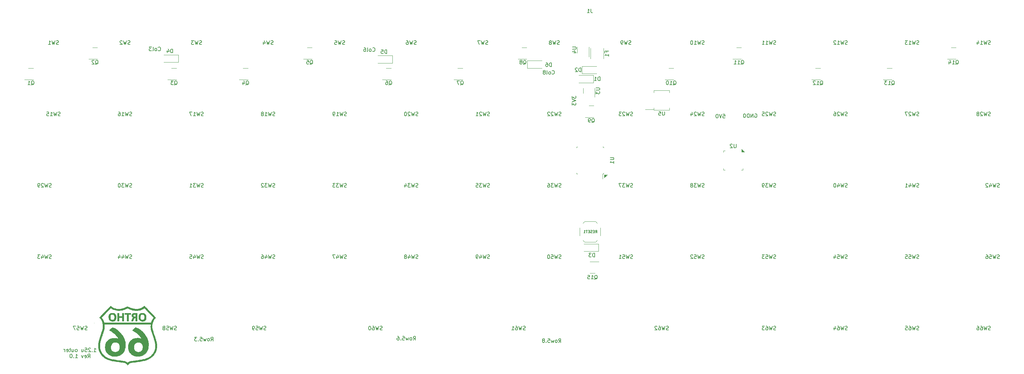
<source format=gbr>
%TF.GenerationSoftware,KiCad,Pcbnew,(6.0.0)*%
%TF.CreationDate,2022-03-05T10:25:11+10:00*%
%TF.ProjectId,Ortho66_Optical,4f727468-6f36-4365-9f4f-70746963616c,rev?*%
%TF.SameCoordinates,Original*%
%TF.FileFunction,Legend,Bot*%
%TF.FilePolarity,Positive*%
%FSLAX46Y46*%
G04 Gerber Fmt 4.6, Leading zero omitted, Abs format (unit mm)*
G04 Created by KiCad (PCBNEW (6.0.0)) date 2022-03-05 10:25:11*
%MOMM*%
%LPD*%
G01*
G04 APERTURE LIST*
%ADD10C,0.150000*%
%ADD11C,0.120000*%
%ADD12C,0.100000*%
%ADD13C,0.010000*%
G04 APERTURE END LIST*
D10*
X110746666Y-179667380D02*
X111318095Y-179667380D01*
X111032380Y-179667380D02*
X111032380Y-178667380D01*
X111127619Y-178810238D01*
X111222857Y-178905476D01*
X111318095Y-178953095D01*
X110318095Y-179572142D02*
X110270476Y-179619761D01*
X110318095Y-179667380D01*
X110365714Y-179619761D01*
X110318095Y-179572142D01*
X110318095Y-179667380D01*
X109889523Y-178762619D02*
X109841904Y-178715000D01*
X109746666Y-178667380D01*
X109508571Y-178667380D01*
X109413333Y-178715000D01*
X109365714Y-178762619D01*
X109318095Y-178857857D01*
X109318095Y-178953095D01*
X109365714Y-179095952D01*
X109937142Y-179667380D01*
X109318095Y-179667380D01*
X108413333Y-178667380D02*
X108889523Y-178667380D01*
X108937142Y-179143571D01*
X108889523Y-179095952D01*
X108794285Y-179048333D01*
X108556190Y-179048333D01*
X108460952Y-179095952D01*
X108413333Y-179143571D01*
X108365714Y-179238809D01*
X108365714Y-179476904D01*
X108413333Y-179572142D01*
X108460952Y-179619761D01*
X108556190Y-179667380D01*
X108794285Y-179667380D01*
X108889523Y-179619761D01*
X108937142Y-179572142D01*
X107508571Y-179000714D02*
X107508571Y-179667380D01*
X107937142Y-179000714D02*
X107937142Y-179524523D01*
X107889523Y-179619761D01*
X107794285Y-179667380D01*
X107651428Y-179667380D01*
X107556190Y-179619761D01*
X107508571Y-179572142D01*
X106127619Y-179667380D02*
X106222857Y-179619761D01*
X106270476Y-179572142D01*
X106318095Y-179476904D01*
X106318095Y-179191190D01*
X106270476Y-179095952D01*
X106222857Y-179048333D01*
X106127619Y-179000714D01*
X105984761Y-179000714D01*
X105889523Y-179048333D01*
X105841904Y-179095952D01*
X105794285Y-179191190D01*
X105794285Y-179476904D01*
X105841904Y-179572142D01*
X105889523Y-179619761D01*
X105984761Y-179667380D01*
X106127619Y-179667380D01*
X104937142Y-179000714D02*
X104937142Y-179667380D01*
X105365714Y-179000714D02*
X105365714Y-179524523D01*
X105318095Y-179619761D01*
X105222857Y-179667380D01*
X105080000Y-179667380D01*
X104984761Y-179619761D01*
X104937142Y-179572142D01*
X104603809Y-179000714D02*
X104222857Y-179000714D01*
X104460952Y-178667380D02*
X104460952Y-179524523D01*
X104413333Y-179619761D01*
X104318095Y-179667380D01*
X104222857Y-179667380D01*
X103508571Y-179619761D02*
X103603809Y-179667380D01*
X103794285Y-179667380D01*
X103889523Y-179619761D01*
X103937142Y-179524523D01*
X103937142Y-179143571D01*
X103889523Y-179048333D01*
X103794285Y-179000714D01*
X103603809Y-179000714D01*
X103508571Y-179048333D01*
X103460952Y-179143571D01*
X103460952Y-179238809D01*
X103937142Y-179334047D01*
X103032380Y-179667380D02*
X103032380Y-179000714D01*
X103032380Y-179191190D02*
X102984761Y-179095952D01*
X102937142Y-179048333D01*
X102841904Y-179000714D01*
X102746666Y-179000714D01*
X109151428Y-181277380D02*
X109484761Y-180801190D01*
X109722857Y-181277380D02*
X109722857Y-180277380D01*
X109341904Y-180277380D01*
X109246666Y-180325000D01*
X109199047Y-180372619D01*
X109151428Y-180467857D01*
X109151428Y-180610714D01*
X109199047Y-180705952D01*
X109246666Y-180753571D01*
X109341904Y-180801190D01*
X109722857Y-180801190D01*
X108341904Y-181229761D02*
X108437142Y-181277380D01*
X108627619Y-181277380D01*
X108722857Y-181229761D01*
X108770476Y-181134523D01*
X108770476Y-180753571D01*
X108722857Y-180658333D01*
X108627619Y-180610714D01*
X108437142Y-180610714D01*
X108341904Y-180658333D01*
X108294285Y-180753571D01*
X108294285Y-180848809D01*
X108770476Y-180944047D01*
X107960952Y-180610714D02*
X107722857Y-181277380D01*
X107484761Y-180610714D01*
X105818095Y-181277380D02*
X106389523Y-181277380D01*
X106103809Y-181277380D02*
X106103809Y-180277380D01*
X106199047Y-180420238D01*
X106294285Y-180515476D01*
X106389523Y-180563095D01*
X105389523Y-181182142D02*
X105341904Y-181229761D01*
X105389523Y-181277380D01*
X105437142Y-181229761D01*
X105389523Y-181182142D01*
X105389523Y-181277380D01*
X104722857Y-180277380D02*
X104627619Y-180277380D01*
X104532380Y-180325000D01*
X104484761Y-180372619D01*
X104437142Y-180467857D01*
X104389523Y-180658333D01*
X104389523Y-180896428D01*
X104437142Y-181086904D01*
X104484761Y-181182142D01*
X104532380Y-181229761D01*
X104627619Y-181277380D01*
X104722857Y-181277380D01*
X104818095Y-181229761D01*
X104865714Y-181182142D01*
X104913333Y-181086904D01*
X104960952Y-180896428D01*
X104960952Y-180658333D01*
X104913333Y-180467857D01*
X104865714Y-180372619D01*
X104818095Y-180325000D01*
X104722857Y-180277380D01*
%TO.C,SW37*%
X254209523Y-135704761D02*
X254066666Y-135752380D01*
X253828571Y-135752380D01*
X253733333Y-135704761D01*
X253685714Y-135657142D01*
X253638095Y-135561904D01*
X253638095Y-135466666D01*
X253685714Y-135371428D01*
X253733333Y-135323809D01*
X253828571Y-135276190D01*
X254019047Y-135228571D01*
X254114285Y-135180952D01*
X254161904Y-135133333D01*
X254209523Y-135038095D01*
X254209523Y-134942857D01*
X254161904Y-134847619D01*
X254114285Y-134800000D01*
X254019047Y-134752380D01*
X253780952Y-134752380D01*
X253638095Y-134800000D01*
X253304761Y-134752380D02*
X253066666Y-135752380D01*
X252876190Y-135038095D01*
X252685714Y-135752380D01*
X252447619Y-134752380D01*
X252161904Y-134752380D02*
X251542857Y-134752380D01*
X251876190Y-135133333D01*
X251733333Y-135133333D01*
X251638095Y-135180952D01*
X251590476Y-135228571D01*
X251542857Y-135323809D01*
X251542857Y-135561904D01*
X251590476Y-135657142D01*
X251638095Y-135704761D01*
X251733333Y-135752380D01*
X252019047Y-135752380D01*
X252114285Y-135704761D01*
X252161904Y-135657142D01*
X251209523Y-134752380D02*
X250542857Y-134752380D01*
X250971428Y-135752380D01*
%TO.C,SW50*%
X235159523Y-154754761D02*
X235016666Y-154802380D01*
X234778571Y-154802380D01*
X234683333Y-154754761D01*
X234635714Y-154707142D01*
X234588095Y-154611904D01*
X234588095Y-154516666D01*
X234635714Y-154421428D01*
X234683333Y-154373809D01*
X234778571Y-154326190D01*
X234969047Y-154278571D01*
X235064285Y-154230952D01*
X235111904Y-154183333D01*
X235159523Y-154088095D01*
X235159523Y-153992857D01*
X235111904Y-153897619D01*
X235064285Y-153850000D01*
X234969047Y-153802380D01*
X234730952Y-153802380D01*
X234588095Y-153850000D01*
X234254761Y-153802380D02*
X234016666Y-154802380D01*
X233826190Y-154088095D01*
X233635714Y-154802380D01*
X233397619Y-153802380D01*
X232540476Y-153802380D02*
X233016666Y-153802380D01*
X233064285Y-154278571D01*
X233016666Y-154230952D01*
X232921428Y-154183333D01*
X232683333Y-154183333D01*
X232588095Y-154230952D01*
X232540476Y-154278571D01*
X232492857Y-154373809D01*
X232492857Y-154611904D01*
X232540476Y-154707142D01*
X232588095Y-154754761D01*
X232683333Y-154802380D01*
X232921428Y-154802380D01*
X233016666Y-154754761D01*
X233064285Y-154707142D01*
X231873809Y-153802380D02*
X231778571Y-153802380D01*
X231683333Y-153850000D01*
X231635714Y-153897619D01*
X231588095Y-153992857D01*
X231540476Y-154183333D01*
X231540476Y-154421428D01*
X231588095Y-154611904D01*
X231635714Y-154707142D01*
X231683333Y-154754761D01*
X231778571Y-154802380D01*
X231873809Y-154802380D01*
X231969047Y-154754761D01*
X232016666Y-154707142D01*
X232064285Y-154611904D01*
X232111904Y-154421428D01*
X232111904Y-154183333D01*
X232064285Y-153992857D01*
X232016666Y-153897619D01*
X231969047Y-153850000D01*
X231873809Y-153802380D01*
%TO.C,SW14*%
X349459523Y-97604761D02*
X349316666Y-97652380D01*
X349078571Y-97652380D01*
X348983333Y-97604761D01*
X348935714Y-97557142D01*
X348888095Y-97461904D01*
X348888095Y-97366666D01*
X348935714Y-97271428D01*
X348983333Y-97223809D01*
X349078571Y-97176190D01*
X349269047Y-97128571D01*
X349364285Y-97080952D01*
X349411904Y-97033333D01*
X349459523Y-96938095D01*
X349459523Y-96842857D01*
X349411904Y-96747619D01*
X349364285Y-96700000D01*
X349269047Y-96652380D01*
X349030952Y-96652380D01*
X348888095Y-96700000D01*
X348554761Y-96652380D02*
X348316666Y-97652380D01*
X348126190Y-96938095D01*
X347935714Y-97652380D01*
X347697619Y-96652380D01*
X346792857Y-97652380D02*
X347364285Y-97652380D01*
X347078571Y-97652380D02*
X347078571Y-96652380D01*
X347173809Y-96795238D01*
X347269047Y-96890476D01*
X347364285Y-96938095D01*
X345935714Y-96985714D02*
X345935714Y-97652380D01*
X346173809Y-96604761D02*
X346411904Y-97319047D01*
X345792857Y-97319047D01*
%TO.C,SW8*%
X234683333Y-97604761D02*
X234540476Y-97652380D01*
X234302380Y-97652380D01*
X234207142Y-97604761D01*
X234159523Y-97557142D01*
X234111904Y-97461904D01*
X234111904Y-97366666D01*
X234159523Y-97271428D01*
X234207142Y-97223809D01*
X234302380Y-97176190D01*
X234492857Y-97128571D01*
X234588095Y-97080952D01*
X234635714Y-97033333D01*
X234683333Y-96938095D01*
X234683333Y-96842857D01*
X234635714Y-96747619D01*
X234588095Y-96700000D01*
X234492857Y-96652380D01*
X234254761Y-96652380D01*
X234111904Y-96700000D01*
X233778571Y-96652380D02*
X233540476Y-97652380D01*
X233350000Y-96938095D01*
X233159523Y-97652380D01*
X232921428Y-96652380D01*
X232397619Y-97080952D02*
X232492857Y-97033333D01*
X232540476Y-96985714D01*
X232588095Y-96890476D01*
X232588095Y-96842857D01*
X232540476Y-96747619D01*
X232492857Y-96700000D01*
X232397619Y-96652380D01*
X232207142Y-96652380D01*
X232111904Y-96700000D01*
X232064285Y-96747619D01*
X232016666Y-96842857D01*
X232016666Y-96890476D01*
X232064285Y-96985714D01*
X232111904Y-97033333D01*
X232207142Y-97080952D01*
X232397619Y-97080952D01*
X232492857Y-97128571D01*
X232540476Y-97176190D01*
X232588095Y-97271428D01*
X232588095Y-97461904D01*
X232540476Y-97557142D01*
X232492857Y-97604761D01*
X232397619Y-97652380D01*
X232207142Y-97652380D01*
X232111904Y-97604761D01*
X232064285Y-97557142D01*
X232016666Y-97461904D01*
X232016666Y-97271428D01*
X232064285Y-97176190D01*
X232111904Y-97128571D01*
X232207142Y-97080952D01*
%TO.C,SW21*%
X216109523Y-116654761D02*
X215966666Y-116702380D01*
X215728571Y-116702380D01*
X215633333Y-116654761D01*
X215585714Y-116607142D01*
X215538095Y-116511904D01*
X215538095Y-116416666D01*
X215585714Y-116321428D01*
X215633333Y-116273809D01*
X215728571Y-116226190D01*
X215919047Y-116178571D01*
X216014285Y-116130952D01*
X216061904Y-116083333D01*
X216109523Y-115988095D01*
X216109523Y-115892857D01*
X216061904Y-115797619D01*
X216014285Y-115750000D01*
X215919047Y-115702380D01*
X215680952Y-115702380D01*
X215538095Y-115750000D01*
X215204761Y-115702380D02*
X214966666Y-116702380D01*
X214776190Y-115988095D01*
X214585714Y-116702380D01*
X214347619Y-115702380D01*
X214014285Y-115797619D02*
X213966666Y-115750000D01*
X213871428Y-115702380D01*
X213633333Y-115702380D01*
X213538095Y-115750000D01*
X213490476Y-115797619D01*
X213442857Y-115892857D01*
X213442857Y-115988095D01*
X213490476Y-116130952D01*
X214061904Y-116702380D01*
X213442857Y-116702380D01*
X212490476Y-116702380D02*
X213061904Y-116702380D01*
X212776190Y-116702380D02*
X212776190Y-115702380D01*
X212871428Y-115845238D01*
X212966666Y-115940476D01*
X213061904Y-115988095D01*
%TO.C,SW44*%
X120859523Y-154754761D02*
X120716666Y-154802380D01*
X120478571Y-154802380D01*
X120383333Y-154754761D01*
X120335714Y-154707142D01*
X120288095Y-154611904D01*
X120288095Y-154516666D01*
X120335714Y-154421428D01*
X120383333Y-154373809D01*
X120478571Y-154326190D01*
X120669047Y-154278571D01*
X120764285Y-154230952D01*
X120811904Y-154183333D01*
X120859523Y-154088095D01*
X120859523Y-153992857D01*
X120811904Y-153897619D01*
X120764285Y-153850000D01*
X120669047Y-153802380D01*
X120430952Y-153802380D01*
X120288095Y-153850000D01*
X119954761Y-153802380D02*
X119716666Y-154802380D01*
X119526190Y-154088095D01*
X119335714Y-154802380D01*
X119097619Y-153802380D01*
X118288095Y-154135714D02*
X118288095Y-154802380D01*
X118526190Y-153754761D02*
X118764285Y-154469047D01*
X118145238Y-154469047D01*
X117335714Y-154135714D02*
X117335714Y-154802380D01*
X117573809Y-153754761D02*
X117811904Y-154469047D01*
X117192857Y-154469047D01*
%TO.C,SW6*%
X196583333Y-97604761D02*
X196440476Y-97652380D01*
X196202380Y-97652380D01*
X196107142Y-97604761D01*
X196059523Y-97557142D01*
X196011904Y-97461904D01*
X196011904Y-97366666D01*
X196059523Y-97271428D01*
X196107142Y-97223809D01*
X196202380Y-97176190D01*
X196392857Y-97128571D01*
X196488095Y-97080952D01*
X196535714Y-97033333D01*
X196583333Y-96938095D01*
X196583333Y-96842857D01*
X196535714Y-96747619D01*
X196488095Y-96700000D01*
X196392857Y-96652380D01*
X196154761Y-96652380D01*
X196011904Y-96700000D01*
X195678571Y-96652380D02*
X195440476Y-97652380D01*
X195250000Y-96938095D01*
X195059523Y-97652380D01*
X194821428Y-96652380D01*
X194011904Y-96652380D02*
X194202380Y-96652380D01*
X194297619Y-96700000D01*
X194345238Y-96747619D01*
X194440476Y-96890476D01*
X194488095Y-97080952D01*
X194488095Y-97461904D01*
X194440476Y-97557142D01*
X194392857Y-97604761D01*
X194297619Y-97652380D01*
X194107142Y-97652380D01*
X194011904Y-97604761D01*
X193964285Y-97557142D01*
X193916666Y-97461904D01*
X193916666Y-97223809D01*
X193964285Y-97128571D01*
X194011904Y-97080952D01*
X194107142Y-97033333D01*
X194297619Y-97033333D01*
X194392857Y-97080952D01*
X194440476Y-97128571D01*
X194488095Y-97223809D01*
%TO.C,SW34*%
X197059523Y-135704761D02*
X196916666Y-135752380D01*
X196678571Y-135752380D01*
X196583333Y-135704761D01*
X196535714Y-135657142D01*
X196488095Y-135561904D01*
X196488095Y-135466666D01*
X196535714Y-135371428D01*
X196583333Y-135323809D01*
X196678571Y-135276190D01*
X196869047Y-135228571D01*
X196964285Y-135180952D01*
X197011904Y-135133333D01*
X197059523Y-135038095D01*
X197059523Y-134942857D01*
X197011904Y-134847619D01*
X196964285Y-134800000D01*
X196869047Y-134752380D01*
X196630952Y-134752380D01*
X196488095Y-134800000D01*
X196154761Y-134752380D02*
X195916666Y-135752380D01*
X195726190Y-135038095D01*
X195535714Y-135752380D01*
X195297619Y-134752380D01*
X195011904Y-134752380D02*
X194392857Y-134752380D01*
X194726190Y-135133333D01*
X194583333Y-135133333D01*
X194488095Y-135180952D01*
X194440476Y-135228571D01*
X194392857Y-135323809D01*
X194392857Y-135561904D01*
X194440476Y-135657142D01*
X194488095Y-135704761D01*
X194583333Y-135752380D01*
X194869047Y-135752380D01*
X194964285Y-135704761D01*
X195011904Y-135657142D01*
X193535714Y-135085714D02*
X193535714Y-135752380D01*
X193773809Y-134704761D02*
X194011904Y-135419047D01*
X193392857Y-135419047D01*
%TO.C,SW7*%
X215633333Y-97604761D02*
X215490476Y-97652380D01*
X215252380Y-97652380D01*
X215157142Y-97604761D01*
X215109523Y-97557142D01*
X215061904Y-97461904D01*
X215061904Y-97366666D01*
X215109523Y-97271428D01*
X215157142Y-97223809D01*
X215252380Y-97176190D01*
X215442857Y-97128571D01*
X215538095Y-97080952D01*
X215585714Y-97033333D01*
X215633333Y-96938095D01*
X215633333Y-96842857D01*
X215585714Y-96747619D01*
X215538095Y-96700000D01*
X215442857Y-96652380D01*
X215204761Y-96652380D01*
X215061904Y-96700000D01*
X214728571Y-96652380D02*
X214490476Y-97652380D01*
X214300000Y-96938095D01*
X214109523Y-97652380D01*
X213871428Y-96652380D01*
X213585714Y-96652380D02*
X212919047Y-96652380D01*
X213347619Y-97652380D01*
%TO.C,SW54*%
X311359523Y-154754761D02*
X311216666Y-154802380D01*
X310978571Y-154802380D01*
X310883333Y-154754761D01*
X310835714Y-154707142D01*
X310788095Y-154611904D01*
X310788095Y-154516666D01*
X310835714Y-154421428D01*
X310883333Y-154373809D01*
X310978571Y-154326190D01*
X311169047Y-154278571D01*
X311264285Y-154230952D01*
X311311904Y-154183333D01*
X311359523Y-154088095D01*
X311359523Y-153992857D01*
X311311904Y-153897619D01*
X311264285Y-153850000D01*
X311169047Y-153802380D01*
X310930952Y-153802380D01*
X310788095Y-153850000D01*
X310454761Y-153802380D02*
X310216666Y-154802380D01*
X310026190Y-154088095D01*
X309835714Y-154802380D01*
X309597619Y-153802380D01*
X308740476Y-153802380D02*
X309216666Y-153802380D01*
X309264285Y-154278571D01*
X309216666Y-154230952D01*
X309121428Y-154183333D01*
X308883333Y-154183333D01*
X308788095Y-154230952D01*
X308740476Y-154278571D01*
X308692857Y-154373809D01*
X308692857Y-154611904D01*
X308740476Y-154707142D01*
X308788095Y-154754761D01*
X308883333Y-154802380D01*
X309121428Y-154802380D01*
X309216666Y-154754761D01*
X309264285Y-154707142D01*
X307835714Y-154135714D02*
X307835714Y-154802380D01*
X308073809Y-153754761D02*
X308311904Y-154469047D01*
X307692857Y-154469047D01*
%TO.C,SW56*%
X351840773Y-154754761D02*
X351697916Y-154802380D01*
X351459821Y-154802380D01*
X351364583Y-154754761D01*
X351316964Y-154707142D01*
X351269345Y-154611904D01*
X351269345Y-154516666D01*
X351316964Y-154421428D01*
X351364583Y-154373809D01*
X351459821Y-154326190D01*
X351650297Y-154278571D01*
X351745535Y-154230952D01*
X351793154Y-154183333D01*
X351840773Y-154088095D01*
X351840773Y-153992857D01*
X351793154Y-153897619D01*
X351745535Y-153850000D01*
X351650297Y-153802380D01*
X351412202Y-153802380D01*
X351269345Y-153850000D01*
X350936011Y-153802380D02*
X350697916Y-154802380D01*
X350507440Y-154088095D01*
X350316964Y-154802380D01*
X350078869Y-153802380D01*
X349221726Y-153802380D02*
X349697916Y-153802380D01*
X349745535Y-154278571D01*
X349697916Y-154230952D01*
X349602678Y-154183333D01*
X349364583Y-154183333D01*
X349269345Y-154230952D01*
X349221726Y-154278571D01*
X349174107Y-154373809D01*
X349174107Y-154611904D01*
X349221726Y-154707142D01*
X349269345Y-154754761D01*
X349364583Y-154802380D01*
X349602678Y-154802380D01*
X349697916Y-154754761D01*
X349745535Y-154707142D01*
X348316964Y-153802380D02*
X348507440Y-153802380D01*
X348602678Y-153850000D01*
X348650297Y-153897619D01*
X348745535Y-154040476D01*
X348793154Y-154230952D01*
X348793154Y-154611904D01*
X348745535Y-154707142D01*
X348697916Y-154754761D01*
X348602678Y-154802380D01*
X348412202Y-154802380D01*
X348316964Y-154754761D01*
X348269345Y-154707142D01*
X348221726Y-154611904D01*
X348221726Y-154373809D01*
X348269345Y-154278571D01*
X348316964Y-154230952D01*
X348412202Y-154183333D01*
X348602678Y-154183333D01*
X348697916Y-154230952D01*
X348745535Y-154278571D01*
X348793154Y-154373809D01*
%TO.C,SW13*%
X330409523Y-97604761D02*
X330266666Y-97652380D01*
X330028571Y-97652380D01*
X329933333Y-97604761D01*
X329885714Y-97557142D01*
X329838095Y-97461904D01*
X329838095Y-97366666D01*
X329885714Y-97271428D01*
X329933333Y-97223809D01*
X330028571Y-97176190D01*
X330219047Y-97128571D01*
X330314285Y-97080952D01*
X330361904Y-97033333D01*
X330409523Y-96938095D01*
X330409523Y-96842857D01*
X330361904Y-96747619D01*
X330314285Y-96700000D01*
X330219047Y-96652380D01*
X329980952Y-96652380D01*
X329838095Y-96700000D01*
X329504761Y-96652380D02*
X329266666Y-97652380D01*
X329076190Y-96938095D01*
X328885714Y-97652380D01*
X328647619Y-96652380D01*
X327742857Y-97652380D02*
X328314285Y-97652380D01*
X328028571Y-97652380D02*
X328028571Y-96652380D01*
X328123809Y-96795238D01*
X328219047Y-96890476D01*
X328314285Y-96938095D01*
X327409523Y-96652380D02*
X326790476Y-96652380D01*
X327123809Y-97033333D01*
X326980952Y-97033333D01*
X326885714Y-97080952D01*
X326838095Y-97128571D01*
X326790476Y-97223809D01*
X326790476Y-97461904D01*
X326838095Y-97557142D01*
X326885714Y-97604761D01*
X326980952Y-97652380D01*
X327266666Y-97652380D01*
X327361904Y-97604761D01*
X327409523Y-97557142D01*
%TO.C,SW27*%
X330409523Y-116654761D02*
X330266666Y-116702380D01*
X330028571Y-116702380D01*
X329933333Y-116654761D01*
X329885714Y-116607142D01*
X329838095Y-116511904D01*
X329838095Y-116416666D01*
X329885714Y-116321428D01*
X329933333Y-116273809D01*
X330028571Y-116226190D01*
X330219047Y-116178571D01*
X330314285Y-116130952D01*
X330361904Y-116083333D01*
X330409523Y-115988095D01*
X330409523Y-115892857D01*
X330361904Y-115797619D01*
X330314285Y-115750000D01*
X330219047Y-115702380D01*
X329980952Y-115702380D01*
X329838095Y-115750000D01*
X329504761Y-115702380D02*
X329266666Y-116702380D01*
X329076190Y-115988095D01*
X328885714Y-116702380D01*
X328647619Y-115702380D01*
X328314285Y-115797619D02*
X328266666Y-115750000D01*
X328171428Y-115702380D01*
X327933333Y-115702380D01*
X327838095Y-115750000D01*
X327790476Y-115797619D01*
X327742857Y-115892857D01*
X327742857Y-115988095D01*
X327790476Y-116130952D01*
X328361904Y-116702380D01*
X327742857Y-116702380D01*
X327409523Y-115702380D02*
X326742857Y-115702380D01*
X327171428Y-116702380D01*
%TO.C,SW47*%
X178009523Y-154754761D02*
X177866666Y-154802380D01*
X177628571Y-154802380D01*
X177533333Y-154754761D01*
X177485714Y-154707142D01*
X177438095Y-154611904D01*
X177438095Y-154516666D01*
X177485714Y-154421428D01*
X177533333Y-154373809D01*
X177628571Y-154326190D01*
X177819047Y-154278571D01*
X177914285Y-154230952D01*
X177961904Y-154183333D01*
X178009523Y-154088095D01*
X178009523Y-153992857D01*
X177961904Y-153897619D01*
X177914285Y-153850000D01*
X177819047Y-153802380D01*
X177580952Y-153802380D01*
X177438095Y-153850000D01*
X177104761Y-153802380D02*
X176866666Y-154802380D01*
X176676190Y-154088095D01*
X176485714Y-154802380D01*
X176247619Y-153802380D01*
X175438095Y-154135714D02*
X175438095Y-154802380D01*
X175676190Y-153754761D02*
X175914285Y-154469047D01*
X175295238Y-154469047D01*
X175009523Y-153802380D02*
X174342857Y-153802380D01*
X174771428Y-154802380D01*
%TO.C,SW53*%
X292309523Y-154754761D02*
X292166666Y-154802380D01*
X291928571Y-154802380D01*
X291833333Y-154754761D01*
X291785714Y-154707142D01*
X291738095Y-154611904D01*
X291738095Y-154516666D01*
X291785714Y-154421428D01*
X291833333Y-154373809D01*
X291928571Y-154326190D01*
X292119047Y-154278571D01*
X292214285Y-154230952D01*
X292261904Y-154183333D01*
X292309523Y-154088095D01*
X292309523Y-153992857D01*
X292261904Y-153897619D01*
X292214285Y-153850000D01*
X292119047Y-153802380D01*
X291880952Y-153802380D01*
X291738095Y-153850000D01*
X291404761Y-153802380D02*
X291166666Y-154802380D01*
X290976190Y-154088095D01*
X290785714Y-154802380D01*
X290547619Y-153802380D01*
X289690476Y-153802380D02*
X290166666Y-153802380D01*
X290214285Y-154278571D01*
X290166666Y-154230952D01*
X290071428Y-154183333D01*
X289833333Y-154183333D01*
X289738095Y-154230952D01*
X289690476Y-154278571D01*
X289642857Y-154373809D01*
X289642857Y-154611904D01*
X289690476Y-154707142D01*
X289738095Y-154754761D01*
X289833333Y-154802380D01*
X290071428Y-154802380D01*
X290166666Y-154754761D01*
X290214285Y-154707142D01*
X289309523Y-153802380D02*
X288690476Y-153802380D01*
X289023809Y-154183333D01*
X288880952Y-154183333D01*
X288785714Y-154230952D01*
X288738095Y-154278571D01*
X288690476Y-154373809D01*
X288690476Y-154611904D01*
X288738095Y-154707142D01*
X288785714Y-154754761D01*
X288880952Y-154802380D01*
X289166666Y-154802380D01*
X289261904Y-154754761D01*
X289309523Y-154707142D01*
%TO.C,SW42*%
X351840773Y-135704761D02*
X351697916Y-135752380D01*
X351459821Y-135752380D01*
X351364583Y-135704761D01*
X351316964Y-135657142D01*
X351269345Y-135561904D01*
X351269345Y-135466666D01*
X351316964Y-135371428D01*
X351364583Y-135323809D01*
X351459821Y-135276190D01*
X351650297Y-135228571D01*
X351745535Y-135180952D01*
X351793154Y-135133333D01*
X351840773Y-135038095D01*
X351840773Y-134942857D01*
X351793154Y-134847619D01*
X351745535Y-134800000D01*
X351650297Y-134752380D01*
X351412202Y-134752380D01*
X351269345Y-134800000D01*
X350936011Y-134752380D02*
X350697916Y-135752380D01*
X350507440Y-135038095D01*
X350316964Y-135752380D01*
X350078869Y-134752380D01*
X349269345Y-135085714D02*
X349269345Y-135752380D01*
X349507440Y-134704761D02*
X349745535Y-135419047D01*
X349126488Y-135419047D01*
X348793154Y-134847619D02*
X348745535Y-134800000D01*
X348650297Y-134752380D01*
X348412202Y-134752380D01*
X348316964Y-134800000D01*
X348269345Y-134847619D01*
X348221726Y-134942857D01*
X348221726Y-135038095D01*
X348269345Y-135180952D01*
X348840773Y-135752380D01*
X348221726Y-135752380D01*
%TO.C,SW35*%
X216109523Y-135704761D02*
X215966666Y-135752380D01*
X215728571Y-135752380D01*
X215633333Y-135704761D01*
X215585714Y-135657142D01*
X215538095Y-135561904D01*
X215538095Y-135466666D01*
X215585714Y-135371428D01*
X215633333Y-135323809D01*
X215728571Y-135276190D01*
X215919047Y-135228571D01*
X216014285Y-135180952D01*
X216061904Y-135133333D01*
X216109523Y-135038095D01*
X216109523Y-134942857D01*
X216061904Y-134847619D01*
X216014285Y-134800000D01*
X215919047Y-134752380D01*
X215680952Y-134752380D01*
X215538095Y-134800000D01*
X215204761Y-134752380D02*
X214966666Y-135752380D01*
X214776190Y-135038095D01*
X214585714Y-135752380D01*
X214347619Y-134752380D01*
X214061904Y-134752380D02*
X213442857Y-134752380D01*
X213776190Y-135133333D01*
X213633333Y-135133333D01*
X213538095Y-135180952D01*
X213490476Y-135228571D01*
X213442857Y-135323809D01*
X213442857Y-135561904D01*
X213490476Y-135657142D01*
X213538095Y-135704761D01*
X213633333Y-135752380D01*
X213919047Y-135752380D01*
X214014285Y-135704761D01*
X214061904Y-135657142D01*
X212538095Y-134752380D02*
X213014285Y-134752380D01*
X213061904Y-135228571D01*
X213014285Y-135180952D01*
X212919047Y-135133333D01*
X212680952Y-135133333D01*
X212585714Y-135180952D01*
X212538095Y-135228571D01*
X212490476Y-135323809D01*
X212490476Y-135561904D01*
X212538095Y-135657142D01*
X212585714Y-135704761D01*
X212680952Y-135752380D01*
X212919047Y-135752380D01*
X213014285Y-135704761D01*
X213061904Y-135657142D01*
%TO.C,SW65*%
X330409523Y-173804761D02*
X330266666Y-173852380D01*
X330028571Y-173852380D01*
X329933333Y-173804761D01*
X329885714Y-173757142D01*
X329838095Y-173661904D01*
X329838095Y-173566666D01*
X329885714Y-173471428D01*
X329933333Y-173423809D01*
X330028571Y-173376190D01*
X330219047Y-173328571D01*
X330314285Y-173280952D01*
X330361904Y-173233333D01*
X330409523Y-173138095D01*
X330409523Y-173042857D01*
X330361904Y-172947619D01*
X330314285Y-172900000D01*
X330219047Y-172852380D01*
X329980952Y-172852380D01*
X329838095Y-172900000D01*
X329504761Y-172852380D02*
X329266666Y-173852380D01*
X329076190Y-173138095D01*
X328885714Y-173852380D01*
X328647619Y-172852380D01*
X327838095Y-172852380D02*
X328028571Y-172852380D01*
X328123809Y-172900000D01*
X328171428Y-172947619D01*
X328266666Y-173090476D01*
X328314285Y-173280952D01*
X328314285Y-173661904D01*
X328266666Y-173757142D01*
X328219047Y-173804761D01*
X328123809Y-173852380D01*
X327933333Y-173852380D01*
X327838095Y-173804761D01*
X327790476Y-173757142D01*
X327742857Y-173661904D01*
X327742857Y-173423809D01*
X327790476Y-173328571D01*
X327838095Y-173280952D01*
X327933333Y-173233333D01*
X328123809Y-173233333D01*
X328219047Y-173280952D01*
X328266666Y-173328571D01*
X328314285Y-173423809D01*
X326838095Y-172852380D02*
X327314285Y-172852380D01*
X327361904Y-173328571D01*
X327314285Y-173280952D01*
X327219047Y-173233333D01*
X326980952Y-173233333D01*
X326885714Y-173280952D01*
X326838095Y-173328571D01*
X326790476Y-173423809D01*
X326790476Y-173661904D01*
X326838095Y-173757142D01*
X326885714Y-173804761D01*
X326980952Y-173852380D01*
X327219047Y-173852380D01*
X327314285Y-173804761D01*
X327361904Y-173757142D01*
%TO.C,SW39*%
X292309523Y-135704761D02*
X292166666Y-135752380D01*
X291928571Y-135752380D01*
X291833333Y-135704761D01*
X291785714Y-135657142D01*
X291738095Y-135561904D01*
X291738095Y-135466666D01*
X291785714Y-135371428D01*
X291833333Y-135323809D01*
X291928571Y-135276190D01*
X292119047Y-135228571D01*
X292214285Y-135180952D01*
X292261904Y-135133333D01*
X292309523Y-135038095D01*
X292309523Y-134942857D01*
X292261904Y-134847619D01*
X292214285Y-134800000D01*
X292119047Y-134752380D01*
X291880952Y-134752380D01*
X291738095Y-134800000D01*
X291404761Y-134752380D02*
X291166666Y-135752380D01*
X290976190Y-135038095D01*
X290785714Y-135752380D01*
X290547619Y-134752380D01*
X290261904Y-134752380D02*
X289642857Y-134752380D01*
X289976190Y-135133333D01*
X289833333Y-135133333D01*
X289738095Y-135180952D01*
X289690476Y-135228571D01*
X289642857Y-135323809D01*
X289642857Y-135561904D01*
X289690476Y-135657142D01*
X289738095Y-135704761D01*
X289833333Y-135752380D01*
X290119047Y-135752380D01*
X290214285Y-135704761D01*
X290261904Y-135657142D01*
X289166666Y-135752380D02*
X288976190Y-135752380D01*
X288880952Y-135704761D01*
X288833333Y-135657142D01*
X288738095Y-135514285D01*
X288690476Y-135323809D01*
X288690476Y-134942857D01*
X288738095Y-134847619D01*
X288785714Y-134800000D01*
X288880952Y-134752380D01*
X289071428Y-134752380D01*
X289166666Y-134800000D01*
X289214285Y-134847619D01*
X289261904Y-134942857D01*
X289261904Y-135180952D01*
X289214285Y-135276190D01*
X289166666Y-135323809D01*
X289071428Y-135371428D01*
X288880952Y-135371428D01*
X288785714Y-135323809D01*
X288738095Y-135276190D01*
X288690476Y-135180952D01*
%TO.C,SW43*%
X99428273Y-154754761D02*
X99285416Y-154802380D01*
X99047321Y-154802380D01*
X98952083Y-154754761D01*
X98904464Y-154707142D01*
X98856845Y-154611904D01*
X98856845Y-154516666D01*
X98904464Y-154421428D01*
X98952083Y-154373809D01*
X99047321Y-154326190D01*
X99237797Y-154278571D01*
X99333035Y-154230952D01*
X99380654Y-154183333D01*
X99428273Y-154088095D01*
X99428273Y-153992857D01*
X99380654Y-153897619D01*
X99333035Y-153850000D01*
X99237797Y-153802380D01*
X98999702Y-153802380D01*
X98856845Y-153850000D01*
X98523511Y-153802380D02*
X98285416Y-154802380D01*
X98094940Y-154088095D01*
X97904464Y-154802380D01*
X97666369Y-153802380D01*
X96856845Y-154135714D02*
X96856845Y-154802380D01*
X97094940Y-153754761D02*
X97333035Y-154469047D01*
X96713988Y-154469047D01*
X96428273Y-153802380D02*
X95809226Y-153802380D01*
X96142559Y-154183333D01*
X95999702Y-154183333D01*
X95904464Y-154230952D01*
X95856845Y-154278571D01*
X95809226Y-154373809D01*
X95809226Y-154611904D01*
X95856845Y-154707142D01*
X95904464Y-154754761D01*
X95999702Y-154802380D01*
X96285416Y-154802380D01*
X96380654Y-154754761D01*
X96428273Y-154707142D01*
%TO.C,SW23*%
X254209523Y-116654761D02*
X254066666Y-116702380D01*
X253828571Y-116702380D01*
X253733333Y-116654761D01*
X253685714Y-116607142D01*
X253638095Y-116511904D01*
X253638095Y-116416666D01*
X253685714Y-116321428D01*
X253733333Y-116273809D01*
X253828571Y-116226190D01*
X254019047Y-116178571D01*
X254114285Y-116130952D01*
X254161904Y-116083333D01*
X254209523Y-115988095D01*
X254209523Y-115892857D01*
X254161904Y-115797619D01*
X254114285Y-115750000D01*
X254019047Y-115702380D01*
X253780952Y-115702380D01*
X253638095Y-115750000D01*
X253304761Y-115702380D02*
X253066666Y-116702380D01*
X252876190Y-115988095D01*
X252685714Y-116702380D01*
X252447619Y-115702380D01*
X252114285Y-115797619D02*
X252066666Y-115750000D01*
X251971428Y-115702380D01*
X251733333Y-115702380D01*
X251638095Y-115750000D01*
X251590476Y-115797619D01*
X251542857Y-115892857D01*
X251542857Y-115988095D01*
X251590476Y-116130952D01*
X252161904Y-116702380D01*
X251542857Y-116702380D01*
X251209523Y-115702380D02*
X250590476Y-115702380D01*
X250923809Y-116083333D01*
X250780952Y-116083333D01*
X250685714Y-116130952D01*
X250638095Y-116178571D01*
X250590476Y-116273809D01*
X250590476Y-116511904D01*
X250638095Y-116607142D01*
X250685714Y-116654761D01*
X250780952Y-116702380D01*
X251066666Y-116702380D01*
X251161904Y-116654761D01*
X251209523Y-116607142D01*
%TO.C,SW62*%
X263734523Y-173804761D02*
X263591666Y-173852380D01*
X263353571Y-173852380D01*
X263258333Y-173804761D01*
X263210714Y-173757142D01*
X263163095Y-173661904D01*
X263163095Y-173566666D01*
X263210714Y-173471428D01*
X263258333Y-173423809D01*
X263353571Y-173376190D01*
X263544047Y-173328571D01*
X263639285Y-173280952D01*
X263686904Y-173233333D01*
X263734523Y-173138095D01*
X263734523Y-173042857D01*
X263686904Y-172947619D01*
X263639285Y-172900000D01*
X263544047Y-172852380D01*
X263305952Y-172852380D01*
X263163095Y-172900000D01*
X262829761Y-172852380D02*
X262591666Y-173852380D01*
X262401190Y-173138095D01*
X262210714Y-173852380D01*
X261972619Y-172852380D01*
X261163095Y-172852380D02*
X261353571Y-172852380D01*
X261448809Y-172900000D01*
X261496428Y-172947619D01*
X261591666Y-173090476D01*
X261639285Y-173280952D01*
X261639285Y-173661904D01*
X261591666Y-173757142D01*
X261544047Y-173804761D01*
X261448809Y-173852380D01*
X261258333Y-173852380D01*
X261163095Y-173804761D01*
X261115476Y-173757142D01*
X261067857Y-173661904D01*
X261067857Y-173423809D01*
X261115476Y-173328571D01*
X261163095Y-173280952D01*
X261258333Y-173233333D01*
X261448809Y-173233333D01*
X261544047Y-173280952D01*
X261591666Y-173328571D01*
X261639285Y-173423809D01*
X260686904Y-172947619D02*
X260639285Y-172900000D01*
X260544047Y-172852380D01*
X260305952Y-172852380D01*
X260210714Y-172900000D01*
X260163095Y-172947619D01*
X260115476Y-173042857D01*
X260115476Y-173138095D01*
X260163095Y-173280952D01*
X260734523Y-173852380D01*
X260115476Y-173852380D01*
%TO.C,SW5*%
X177533333Y-97604761D02*
X177390476Y-97652380D01*
X177152380Y-97652380D01*
X177057142Y-97604761D01*
X177009523Y-97557142D01*
X176961904Y-97461904D01*
X176961904Y-97366666D01*
X177009523Y-97271428D01*
X177057142Y-97223809D01*
X177152380Y-97176190D01*
X177342857Y-97128571D01*
X177438095Y-97080952D01*
X177485714Y-97033333D01*
X177533333Y-96938095D01*
X177533333Y-96842857D01*
X177485714Y-96747619D01*
X177438095Y-96700000D01*
X177342857Y-96652380D01*
X177104761Y-96652380D01*
X176961904Y-96700000D01*
X176628571Y-96652380D02*
X176390476Y-97652380D01*
X176200000Y-96938095D01*
X176009523Y-97652380D01*
X175771428Y-96652380D01*
X174914285Y-96652380D02*
X175390476Y-96652380D01*
X175438095Y-97128571D01*
X175390476Y-97080952D01*
X175295238Y-97033333D01*
X175057142Y-97033333D01*
X174961904Y-97080952D01*
X174914285Y-97128571D01*
X174866666Y-97223809D01*
X174866666Y-97461904D01*
X174914285Y-97557142D01*
X174961904Y-97604761D01*
X175057142Y-97652380D01*
X175295238Y-97652380D01*
X175390476Y-97604761D01*
X175438095Y-97557142D01*
%TO.C,SW2*%
X120383333Y-97604761D02*
X120240476Y-97652380D01*
X120002380Y-97652380D01*
X119907142Y-97604761D01*
X119859523Y-97557142D01*
X119811904Y-97461904D01*
X119811904Y-97366666D01*
X119859523Y-97271428D01*
X119907142Y-97223809D01*
X120002380Y-97176190D01*
X120192857Y-97128571D01*
X120288095Y-97080952D01*
X120335714Y-97033333D01*
X120383333Y-96938095D01*
X120383333Y-96842857D01*
X120335714Y-96747619D01*
X120288095Y-96700000D01*
X120192857Y-96652380D01*
X119954761Y-96652380D01*
X119811904Y-96700000D01*
X119478571Y-96652380D02*
X119240476Y-97652380D01*
X119050000Y-96938095D01*
X118859523Y-97652380D01*
X118621428Y-96652380D01*
X118288095Y-96747619D02*
X118240476Y-96700000D01*
X118145238Y-96652380D01*
X117907142Y-96652380D01*
X117811904Y-96700000D01*
X117764285Y-96747619D01*
X117716666Y-96842857D01*
X117716666Y-96938095D01*
X117764285Y-97080952D01*
X118335714Y-97652380D01*
X117716666Y-97652380D01*
%TO.C,SW61*%
X225634523Y-173804761D02*
X225491666Y-173852380D01*
X225253571Y-173852380D01*
X225158333Y-173804761D01*
X225110714Y-173757142D01*
X225063095Y-173661904D01*
X225063095Y-173566666D01*
X225110714Y-173471428D01*
X225158333Y-173423809D01*
X225253571Y-173376190D01*
X225444047Y-173328571D01*
X225539285Y-173280952D01*
X225586904Y-173233333D01*
X225634523Y-173138095D01*
X225634523Y-173042857D01*
X225586904Y-172947619D01*
X225539285Y-172900000D01*
X225444047Y-172852380D01*
X225205952Y-172852380D01*
X225063095Y-172900000D01*
X224729761Y-172852380D02*
X224491666Y-173852380D01*
X224301190Y-173138095D01*
X224110714Y-173852380D01*
X223872619Y-172852380D01*
X223063095Y-172852380D02*
X223253571Y-172852380D01*
X223348809Y-172900000D01*
X223396428Y-172947619D01*
X223491666Y-173090476D01*
X223539285Y-173280952D01*
X223539285Y-173661904D01*
X223491666Y-173757142D01*
X223444047Y-173804761D01*
X223348809Y-173852380D01*
X223158333Y-173852380D01*
X223063095Y-173804761D01*
X223015476Y-173757142D01*
X222967857Y-173661904D01*
X222967857Y-173423809D01*
X223015476Y-173328571D01*
X223063095Y-173280952D01*
X223158333Y-173233333D01*
X223348809Y-173233333D01*
X223444047Y-173280952D01*
X223491666Y-173328571D01*
X223539285Y-173423809D01*
X222015476Y-173852380D02*
X222586904Y-173852380D01*
X222301190Y-173852380D02*
X222301190Y-172852380D01*
X222396428Y-172995238D01*
X222491666Y-173090476D01*
X222586904Y-173138095D01*
%TO.C,SW51*%
X254209523Y-154754761D02*
X254066666Y-154802380D01*
X253828571Y-154802380D01*
X253733333Y-154754761D01*
X253685714Y-154707142D01*
X253638095Y-154611904D01*
X253638095Y-154516666D01*
X253685714Y-154421428D01*
X253733333Y-154373809D01*
X253828571Y-154326190D01*
X254019047Y-154278571D01*
X254114285Y-154230952D01*
X254161904Y-154183333D01*
X254209523Y-154088095D01*
X254209523Y-153992857D01*
X254161904Y-153897619D01*
X254114285Y-153850000D01*
X254019047Y-153802380D01*
X253780952Y-153802380D01*
X253638095Y-153850000D01*
X253304761Y-153802380D02*
X253066666Y-154802380D01*
X252876190Y-154088095D01*
X252685714Y-154802380D01*
X252447619Y-153802380D01*
X251590476Y-153802380D02*
X252066666Y-153802380D01*
X252114285Y-154278571D01*
X252066666Y-154230952D01*
X251971428Y-154183333D01*
X251733333Y-154183333D01*
X251638095Y-154230952D01*
X251590476Y-154278571D01*
X251542857Y-154373809D01*
X251542857Y-154611904D01*
X251590476Y-154707142D01*
X251638095Y-154754761D01*
X251733333Y-154802380D01*
X251971428Y-154802380D01*
X252066666Y-154754761D01*
X252114285Y-154707142D01*
X250590476Y-154802380D02*
X251161904Y-154802380D01*
X250876190Y-154802380D02*
X250876190Y-153802380D01*
X250971428Y-153945238D01*
X251066666Y-154040476D01*
X251161904Y-154088095D01*
%TO.C,SW26*%
X311359523Y-116654761D02*
X311216666Y-116702380D01*
X310978571Y-116702380D01*
X310883333Y-116654761D01*
X310835714Y-116607142D01*
X310788095Y-116511904D01*
X310788095Y-116416666D01*
X310835714Y-116321428D01*
X310883333Y-116273809D01*
X310978571Y-116226190D01*
X311169047Y-116178571D01*
X311264285Y-116130952D01*
X311311904Y-116083333D01*
X311359523Y-115988095D01*
X311359523Y-115892857D01*
X311311904Y-115797619D01*
X311264285Y-115750000D01*
X311169047Y-115702380D01*
X310930952Y-115702380D01*
X310788095Y-115750000D01*
X310454761Y-115702380D02*
X310216666Y-116702380D01*
X310026190Y-115988095D01*
X309835714Y-116702380D01*
X309597619Y-115702380D01*
X309264285Y-115797619D02*
X309216666Y-115750000D01*
X309121428Y-115702380D01*
X308883333Y-115702380D01*
X308788095Y-115750000D01*
X308740476Y-115797619D01*
X308692857Y-115892857D01*
X308692857Y-115988095D01*
X308740476Y-116130952D01*
X309311904Y-116702380D01*
X308692857Y-116702380D01*
X307835714Y-115702380D02*
X308026190Y-115702380D01*
X308121428Y-115750000D01*
X308169047Y-115797619D01*
X308264285Y-115940476D01*
X308311904Y-116130952D01*
X308311904Y-116511904D01*
X308264285Y-116607142D01*
X308216666Y-116654761D01*
X308121428Y-116702380D01*
X307930952Y-116702380D01*
X307835714Y-116654761D01*
X307788095Y-116607142D01*
X307740476Y-116511904D01*
X307740476Y-116273809D01*
X307788095Y-116178571D01*
X307835714Y-116130952D01*
X307930952Y-116083333D01*
X308121428Y-116083333D01*
X308216666Y-116130952D01*
X308264285Y-116178571D01*
X308311904Y-116273809D01*
%TO.C,SW25*%
X292309523Y-116654761D02*
X292166666Y-116702380D01*
X291928571Y-116702380D01*
X291833333Y-116654761D01*
X291785714Y-116607142D01*
X291738095Y-116511904D01*
X291738095Y-116416666D01*
X291785714Y-116321428D01*
X291833333Y-116273809D01*
X291928571Y-116226190D01*
X292119047Y-116178571D01*
X292214285Y-116130952D01*
X292261904Y-116083333D01*
X292309523Y-115988095D01*
X292309523Y-115892857D01*
X292261904Y-115797619D01*
X292214285Y-115750000D01*
X292119047Y-115702380D01*
X291880952Y-115702380D01*
X291738095Y-115750000D01*
X291404761Y-115702380D02*
X291166666Y-116702380D01*
X290976190Y-115988095D01*
X290785714Y-116702380D01*
X290547619Y-115702380D01*
X290214285Y-115797619D02*
X290166666Y-115750000D01*
X290071428Y-115702380D01*
X289833333Y-115702380D01*
X289738095Y-115750000D01*
X289690476Y-115797619D01*
X289642857Y-115892857D01*
X289642857Y-115988095D01*
X289690476Y-116130952D01*
X290261904Y-116702380D01*
X289642857Y-116702380D01*
X288738095Y-115702380D02*
X289214285Y-115702380D01*
X289261904Y-116178571D01*
X289214285Y-116130952D01*
X289119047Y-116083333D01*
X288880952Y-116083333D01*
X288785714Y-116130952D01*
X288738095Y-116178571D01*
X288690476Y-116273809D01*
X288690476Y-116511904D01*
X288738095Y-116607142D01*
X288785714Y-116654761D01*
X288880952Y-116702380D01*
X289119047Y-116702380D01*
X289214285Y-116654761D01*
X289261904Y-116607142D01*
%TO.C,SW63*%
X292309523Y-173804761D02*
X292166666Y-173852380D01*
X291928571Y-173852380D01*
X291833333Y-173804761D01*
X291785714Y-173757142D01*
X291738095Y-173661904D01*
X291738095Y-173566666D01*
X291785714Y-173471428D01*
X291833333Y-173423809D01*
X291928571Y-173376190D01*
X292119047Y-173328571D01*
X292214285Y-173280952D01*
X292261904Y-173233333D01*
X292309523Y-173138095D01*
X292309523Y-173042857D01*
X292261904Y-172947619D01*
X292214285Y-172900000D01*
X292119047Y-172852380D01*
X291880952Y-172852380D01*
X291738095Y-172900000D01*
X291404761Y-172852380D02*
X291166666Y-173852380D01*
X290976190Y-173138095D01*
X290785714Y-173852380D01*
X290547619Y-172852380D01*
X289738095Y-172852380D02*
X289928571Y-172852380D01*
X290023809Y-172900000D01*
X290071428Y-172947619D01*
X290166666Y-173090476D01*
X290214285Y-173280952D01*
X290214285Y-173661904D01*
X290166666Y-173757142D01*
X290119047Y-173804761D01*
X290023809Y-173852380D01*
X289833333Y-173852380D01*
X289738095Y-173804761D01*
X289690476Y-173757142D01*
X289642857Y-173661904D01*
X289642857Y-173423809D01*
X289690476Y-173328571D01*
X289738095Y-173280952D01*
X289833333Y-173233333D01*
X290023809Y-173233333D01*
X290119047Y-173280952D01*
X290166666Y-173328571D01*
X290214285Y-173423809D01*
X289309523Y-172852380D02*
X288690476Y-172852380D01*
X289023809Y-173233333D01*
X288880952Y-173233333D01*
X288785714Y-173280952D01*
X288738095Y-173328571D01*
X288690476Y-173423809D01*
X288690476Y-173661904D01*
X288738095Y-173757142D01*
X288785714Y-173804761D01*
X288880952Y-173852380D01*
X289166666Y-173852380D01*
X289261904Y-173804761D01*
X289309523Y-173757142D01*
%TO.C,SW16*%
X120859523Y-116654761D02*
X120716666Y-116702380D01*
X120478571Y-116702380D01*
X120383333Y-116654761D01*
X120335714Y-116607142D01*
X120288095Y-116511904D01*
X120288095Y-116416666D01*
X120335714Y-116321428D01*
X120383333Y-116273809D01*
X120478571Y-116226190D01*
X120669047Y-116178571D01*
X120764285Y-116130952D01*
X120811904Y-116083333D01*
X120859523Y-115988095D01*
X120859523Y-115892857D01*
X120811904Y-115797619D01*
X120764285Y-115750000D01*
X120669047Y-115702380D01*
X120430952Y-115702380D01*
X120288095Y-115750000D01*
X119954761Y-115702380D02*
X119716666Y-116702380D01*
X119526190Y-115988095D01*
X119335714Y-116702380D01*
X119097619Y-115702380D01*
X118192857Y-116702380D02*
X118764285Y-116702380D01*
X118478571Y-116702380D02*
X118478571Y-115702380D01*
X118573809Y-115845238D01*
X118669047Y-115940476D01*
X118764285Y-115988095D01*
X117335714Y-115702380D02*
X117526190Y-115702380D01*
X117621428Y-115750000D01*
X117669047Y-115797619D01*
X117764285Y-115940476D01*
X117811904Y-116130952D01*
X117811904Y-116511904D01*
X117764285Y-116607142D01*
X117716666Y-116654761D01*
X117621428Y-116702380D01*
X117430952Y-116702380D01*
X117335714Y-116654761D01*
X117288095Y-116607142D01*
X117240476Y-116511904D01*
X117240476Y-116273809D01*
X117288095Y-116178571D01*
X117335714Y-116130952D01*
X117430952Y-116083333D01*
X117621428Y-116083333D01*
X117716666Y-116130952D01*
X117764285Y-116178571D01*
X117811904Y-116273809D01*
%TO.C,SW30*%
X120859523Y-135704761D02*
X120716666Y-135752380D01*
X120478571Y-135752380D01*
X120383333Y-135704761D01*
X120335714Y-135657142D01*
X120288095Y-135561904D01*
X120288095Y-135466666D01*
X120335714Y-135371428D01*
X120383333Y-135323809D01*
X120478571Y-135276190D01*
X120669047Y-135228571D01*
X120764285Y-135180952D01*
X120811904Y-135133333D01*
X120859523Y-135038095D01*
X120859523Y-134942857D01*
X120811904Y-134847619D01*
X120764285Y-134800000D01*
X120669047Y-134752380D01*
X120430952Y-134752380D01*
X120288095Y-134800000D01*
X119954761Y-134752380D02*
X119716666Y-135752380D01*
X119526190Y-135038095D01*
X119335714Y-135752380D01*
X119097619Y-134752380D01*
X118811904Y-134752380D02*
X118192857Y-134752380D01*
X118526190Y-135133333D01*
X118383333Y-135133333D01*
X118288095Y-135180952D01*
X118240476Y-135228571D01*
X118192857Y-135323809D01*
X118192857Y-135561904D01*
X118240476Y-135657142D01*
X118288095Y-135704761D01*
X118383333Y-135752380D01*
X118669047Y-135752380D01*
X118764285Y-135704761D01*
X118811904Y-135657142D01*
X117573809Y-134752380D02*
X117478571Y-134752380D01*
X117383333Y-134800000D01*
X117335714Y-134847619D01*
X117288095Y-134942857D01*
X117240476Y-135133333D01*
X117240476Y-135371428D01*
X117288095Y-135561904D01*
X117335714Y-135657142D01*
X117383333Y-135704761D01*
X117478571Y-135752380D01*
X117573809Y-135752380D01*
X117669047Y-135704761D01*
X117716666Y-135657142D01*
X117764285Y-135561904D01*
X117811904Y-135371428D01*
X117811904Y-135133333D01*
X117764285Y-134942857D01*
X117716666Y-134847619D01*
X117669047Y-134800000D01*
X117573809Y-134752380D01*
%TO.C,SW46*%
X158959523Y-154754761D02*
X158816666Y-154802380D01*
X158578571Y-154802380D01*
X158483333Y-154754761D01*
X158435714Y-154707142D01*
X158388095Y-154611904D01*
X158388095Y-154516666D01*
X158435714Y-154421428D01*
X158483333Y-154373809D01*
X158578571Y-154326190D01*
X158769047Y-154278571D01*
X158864285Y-154230952D01*
X158911904Y-154183333D01*
X158959523Y-154088095D01*
X158959523Y-153992857D01*
X158911904Y-153897619D01*
X158864285Y-153850000D01*
X158769047Y-153802380D01*
X158530952Y-153802380D01*
X158388095Y-153850000D01*
X158054761Y-153802380D02*
X157816666Y-154802380D01*
X157626190Y-154088095D01*
X157435714Y-154802380D01*
X157197619Y-153802380D01*
X156388095Y-154135714D02*
X156388095Y-154802380D01*
X156626190Y-153754761D02*
X156864285Y-154469047D01*
X156245238Y-154469047D01*
X155435714Y-153802380D02*
X155626190Y-153802380D01*
X155721428Y-153850000D01*
X155769047Y-153897619D01*
X155864285Y-154040476D01*
X155911904Y-154230952D01*
X155911904Y-154611904D01*
X155864285Y-154707142D01*
X155816666Y-154754761D01*
X155721428Y-154802380D01*
X155530952Y-154802380D01*
X155435714Y-154754761D01*
X155388095Y-154707142D01*
X155340476Y-154611904D01*
X155340476Y-154373809D01*
X155388095Y-154278571D01*
X155435714Y-154230952D01*
X155530952Y-154183333D01*
X155721428Y-154183333D01*
X155816666Y-154230952D01*
X155864285Y-154278571D01*
X155911904Y-154373809D01*
%TO.C,SW22*%
X235159523Y-116654761D02*
X235016666Y-116702380D01*
X234778571Y-116702380D01*
X234683333Y-116654761D01*
X234635714Y-116607142D01*
X234588095Y-116511904D01*
X234588095Y-116416666D01*
X234635714Y-116321428D01*
X234683333Y-116273809D01*
X234778571Y-116226190D01*
X234969047Y-116178571D01*
X235064285Y-116130952D01*
X235111904Y-116083333D01*
X235159523Y-115988095D01*
X235159523Y-115892857D01*
X235111904Y-115797619D01*
X235064285Y-115750000D01*
X234969047Y-115702380D01*
X234730952Y-115702380D01*
X234588095Y-115750000D01*
X234254761Y-115702380D02*
X234016666Y-116702380D01*
X233826190Y-115988095D01*
X233635714Y-116702380D01*
X233397619Y-115702380D01*
X233064285Y-115797619D02*
X233016666Y-115750000D01*
X232921428Y-115702380D01*
X232683333Y-115702380D01*
X232588095Y-115750000D01*
X232540476Y-115797619D01*
X232492857Y-115892857D01*
X232492857Y-115988095D01*
X232540476Y-116130952D01*
X233111904Y-116702380D01*
X232492857Y-116702380D01*
X232111904Y-115797619D02*
X232064285Y-115750000D01*
X231969047Y-115702380D01*
X231730952Y-115702380D01*
X231635714Y-115750000D01*
X231588095Y-115797619D01*
X231540476Y-115892857D01*
X231540476Y-115988095D01*
X231588095Y-116130952D01*
X232159523Y-116702380D01*
X231540476Y-116702380D01*
%TO.C,SW41*%
X330409523Y-135704761D02*
X330266666Y-135752380D01*
X330028571Y-135752380D01*
X329933333Y-135704761D01*
X329885714Y-135657142D01*
X329838095Y-135561904D01*
X329838095Y-135466666D01*
X329885714Y-135371428D01*
X329933333Y-135323809D01*
X330028571Y-135276190D01*
X330219047Y-135228571D01*
X330314285Y-135180952D01*
X330361904Y-135133333D01*
X330409523Y-135038095D01*
X330409523Y-134942857D01*
X330361904Y-134847619D01*
X330314285Y-134800000D01*
X330219047Y-134752380D01*
X329980952Y-134752380D01*
X329838095Y-134800000D01*
X329504761Y-134752380D02*
X329266666Y-135752380D01*
X329076190Y-135038095D01*
X328885714Y-135752380D01*
X328647619Y-134752380D01*
X327838095Y-135085714D02*
X327838095Y-135752380D01*
X328076190Y-134704761D02*
X328314285Y-135419047D01*
X327695238Y-135419047D01*
X326790476Y-135752380D02*
X327361904Y-135752380D01*
X327076190Y-135752380D02*
X327076190Y-134752380D01*
X327171428Y-134895238D01*
X327266666Y-134990476D01*
X327361904Y-135038095D01*
%TO.C,SW15*%
X101809523Y-116654761D02*
X101666666Y-116702380D01*
X101428571Y-116702380D01*
X101333333Y-116654761D01*
X101285714Y-116607142D01*
X101238095Y-116511904D01*
X101238095Y-116416666D01*
X101285714Y-116321428D01*
X101333333Y-116273809D01*
X101428571Y-116226190D01*
X101619047Y-116178571D01*
X101714285Y-116130952D01*
X101761904Y-116083333D01*
X101809523Y-115988095D01*
X101809523Y-115892857D01*
X101761904Y-115797619D01*
X101714285Y-115750000D01*
X101619047Y-115702380D01*
X101380952Y-115702380D01*
X101238095Y-115750000D01*
X100904761Y-115702380D02*
X100666666Y-116702380D01*
X100476190Y-115988095D01*
X100285714Y-116702380D01*
X100047619Y-115702380D01*
X99142857Y-116702380D02*
X99714285Y-116702380D01*
X99428571Y-116702380D02*
X99428571Y-115702380D01*
X99523809Y-115845238D01*
X99619047Y-115940476D01*
X99714285Y-115988095D01*
X98238095Y-115702380D02*
X98714285Y-115702380D01*
X98761904Y-116178571D01*
X98714285Y-116130952D01*
X98619047Y-116083333D01*
X98380952Y-116083333D01*
X98285714Y-116130952D01*
X98238095Y-116178571D01*
X98190476Y-116273809D01*
X98190476Y-116511904D01*
X98238095Y-116607142D01*
X98285714Y-116654761D01*
X98380952Y-116702380D01*
X98619047Y-116702380D01*
X98714285Y-116654761D01*
X98761904Y-116607142D01*
%TO.C,SW20*%
X197059523Y-116654761D02*
X196916666Y-116702380D01*
X196678571Y-116702380D01*
X196583333Y-116654761D01*
X196535714Y-116607142D01*
X196488095Y-116511904D01*
X196488095Y-116416666D01*
X196535714Y-116321428D01*
X196583333Y-116273809D01*
X196678571Y-116226190D01*
X196869047Y-116178571D01*
X196964285Y-116130952D01*
X197011904Y-116083333D01*
X197059523Y-115988095D01*
X197059523Y-115892857D01*
X197011904Y-115797619D01*
X196964285Y-115750000D01*
X196869047Y-115702380D01*
X196630952Y-115702380D01*
X196488095Y-115750000D01*
X196154761Y-115702380D02*
X195916666Y-116702380D01*
X195726190Y-115988095D01*
X195535714Y-116702380D01*
X195297619Y-115702380D01*
X194964285Y-115797619D02*
X194916666Y-115750000D01*
X194821428Y-115702380D01*
X194583333Y-115702380D01*
X194488095Y-115750000D01*
X194440476Y-115797619D01*
X194392857Y-115892857D01*
X194392857Y-115988095D01*
X194440476Y-116130952D01*
X195011904Y-116702380D01*
X194392857Y-116702380D01*
X193773809Y-115702380D02*
X193678571Y-115702380D01*
X193583333Y-115750000D01*
X193535714Y-115797619D01*
X193488095Y-115892857D01*
X193440476Y-116083333D01*
X193440476Y-116321428D01*
X193488095Y-116511904D01*
X193535714Y-116607142D01*
X193583333Y-116654761D01*
X193678571Y-116702380D01*
X193773809Y-116702380D01*
X193869047Y-116654761D01*
X193916666Y-116607142D01*
X193964285Y-116511904D01*
X194011904Y-116321428D01*
X194011904Y-116083333D01*
X193964285Y-115892857D01*
X193916666Y-115797619D01*
X193869047Y-115750000D01*
X193773809Y-115702380D01*
%TO.C,SW24*%
X273259523Y-116654761D02*
X273116666Y-116702380D01*
X272878571Y-116702380D01*
X272783333Y-116654761D01*
X272735714Y-116607142D01*
X272688095Y-116511904D01*
X272688095Y-116416666D01*
X272735714Y-116321428D01*
X272783333Y-116273809D01*
X272878571Y-116226190D01*
X273069047Y-116178571D01*
X273164285Y-116130952D01*
X273211904Y-116083333D01*
X273259523Y-115988095D01*
X273259523Y-115892857D01*
X273211904Y-115797619D01*
X273164285Y-115750000D01*
X273069047Y-115702380D01*
X272830952Y-115702380D01*
X272688095Y-115750000D01*
X272354761Y-115702380D02*
X272116666Y-116702380D01*
X271926190Y-115988095D01*
X271735714Y-116702380D01*
X271497619Y-115702380D01*
X271164285Y-115797619D02*
X271116666Y-115750000D01*
X271021428Y-115702380D01*
X270783333Y-115702380D01*
X270688095Y-115750000D01*
X270640476Y-115797619D01*
X270592857Y-115892857D01*
X270592857Y-115988095D01*
X270640476Y-116130952D01*
X271211904Y-116702380D01*
X270592857Y-116702380D01*
X269735714Y-116035714D02*
X269735714Y-116702380D01*
X269973809Y-115654761D02*
X270211904Y-116369047D01*
X269592857Y-116369047D01*
%TO.C,SW19*%
X178009523Y-116654761D02*
X177866666Y-116702380D01*
X177628571Y-116702380D01*
X177533333Y-116654761D01*
X177485714Y-116607142D01*
X177438095Y-116511904D01*
X177438095Y-116416666D01*
X177485714Y-116321428D01*
X177533333Y-116273809D01*
X177628571Y-116226190D01*
X177819047Y-116178571D01*
X177914285Y-116130952D01*
X177961904Y-116083333D01*
X178009523Y-115988095D01*
X178009523Y-115892857D01*
X177961904Y-115797619D01*
X177914285Y-115750000D01*
X177819047Y-115702380D01*
X177580952Y-115702380D01*
X177438095Y-115750000D01*
X177104761Y-115702380D02*
X176866666Y-116702380D01*
X176676190Y-115988095D01*
X176485714Y-116702380D01*
X176247619Y-115702380D01*
X175342857Y-116702380D02*
X175914285Y-116702380D01*
X175628571Y-116702380D02*
X175628571Y-115702380D01*
X175723809Y-115845238D01*
X175819047Y-115940476D01*
X175914285Y-115988095D01*
X174866666Y-116702380D02*
X174676190Y-116702380D01*
X174580952Y-116654761D01*
X174533333Y-116607142D01*
X174438095Y-116464285D01*
X174390476Y-116273809D01*
X174390476Y-115892857D01*
X174438095Y-115797619D01*
X174485714Y-115750000D01*
X174580952Y-115702380D01*
X174771428Y-115702380D01*
X174866666Y-115750000D01*
X174914285Y-115797619D01*
X174961904Y-115892857D01*
X174961904Y-116130952D01*
X174914285Y-116226190D01*
X174866666Y-116273809D01*
X174771428Y-116321428D01*
X174580952Y-116321428D01*
X174485714Y-116273809D01*
X174438095Y-116226190D01*
X174390476Y-116130952D01*
%TO.C,SW60*%
X187534523Y-173804761D02*
X187391666Y-173852380D01*
X187153571Y-173852380D01*
X187058333Y-173804761D01*
X187010714Y-173757142D01*
X186963095Y-173661904D01*
X186963095Y-173566666D01*
X187010714Y-173471428D01*
X187058333Y-173423809D01*
X187153571Y-173376190D01*
X187344047Y-173328571D01*
X187439285Y-173280952D01*
X187486904Y-173233333D01*
X187534523Y-173138095D01*
X187534523Y-173042857D01*
X187486904Y-172947619D01*
X187439285Y-172900000D01*
X187344047Y-172852380D01*
X187105952Y-172852380D01*
X186963095Y-172900000D01*
X186629761Y-172852380D02*
X186391666Y-173852380D01*
X186201190Y-173138095D01*
X186010714Y-173852380D01*
X185772619Y-172852380D01*
X184963095Y-172852380D02*
X185153571Y-172852380D01*
X185248809Y-172900000D01*
X185296428Y-172947619D01*
X185391666Y-173090476D01*
X185439285Y-173280952D01*
X185439285Y-173661904D01*
X185391666Y-173757142D01*
X185344047Y-173804761D01*
X185248809Y-173852380D01*
X185058333Y-173852380D01*
X184963095Y-173804761D01*
X184915476Y-173757142D01*
X184867857Y-173661904D01*
X184867857Y-173423809D01*
X184915476Y-173328571D01*
X184963095Y-173280952D01*
X185058333Y-173233333D01*
X185248809Y-173233333D01*
X185344047Y-173280952D01*
X185391666Y-173328571D01*
X185439285Y-173423809D01*
X184248809Y-172852380D02*
X184153571Y-172852380D01*
X184058333Y-172900000D01*
X184010714Y-172947619D01*
X183963095Y-173042857D01*
X183915476Y-173233333D01*
X183915476Y-173471428D01*
X183963095Y-173661904D01*
X184010714Y-173757142D01*
X184058333Y-173804761D01*
X184153571Y-173852380D01*
X184248809Y-173852380D01*
X184344047Y-173804761D01*
X184391666Y-173757142D01*
X184439285Y-173661904D01*
X184486904Y-173471428D01*
X184486904Y-173233333D01*
X184439285Y-173042857D01*
X184391666Y-172947619D01*
X184344047Y-172900000D01*
X184248809Y-172852380D01*
%TO.C,SW49*%
X216109523Y-154754761D02*
X215966666Y-154802380D01*
X215728571Y-154802380D01*
X215633333Y-154754761D01*
X215585714Y-154707142D01*
X215538095Y-154611904D01*
X215538095Y-154516666D01*
X215585714Y-154421428D01*
X215633333Y-154373809D01*
X215728571Y-154326190D01*
X215919047Y-154278571D01*
X216014285Y-154230952D01*
X216061904Y-154183333D01*
X216109523Y-154088095D01*
X216109523Y-153992857D01*
X216061904Y-153897619D01*
X216014285Y-153850000D01*
X215919047Y-153802380D01*
X215680952Y-153802380D01*
X215538095Y-153850000D01*
X215204761Y-153802380D02*
X214966666Y-154802380D01*
X214776190Y-154088095D01*
X214585714Y-154802380D01*
X214347619Y-153802380D01*
X213538095Y-154135714D02*
X213538095Y-154802380D01*
X213776190Y-153754761D02*
X214014285Y-154469047D01*
X213395238Y-154469047D01*
X212966666Y-154802380D02*
X212776190Y-154802380D01*
X212680952Y-154754761D01*
X212633333Y-154707142D01*
X212538095Y-154564285D01*
X212490476Y-154373809D01*
X212490476Y-153992857D01*
X212538095Y-153897619D01*
X212585714Y-153850000D01*
X212680952Y-153802380D01*
X212871428Y-153802380D01*
X212966666Y-153850000D01*
X213014285Y-153897619D01*
X213061904Y-153992857D01*
X213061904Y-154230952D01*
X213014285Y-154326190D01*
X212966666Y-154373809D01*
X212871428Y-154421428D01*
X212680952Y-154421428D01*
X212585714Y-154373809D01*
X212538095Y-154326190D01*
X212490476Y-154230952D01*
%TO.C,SW59*%
X156578273Y-173804761D02*
X156435416Y-173852380D01*
X156197321Y-173852380D01*
X156102083Y-173804761D01*
X156054464Y-173757142D01*
X156006845Y-173661904D01*
X156006845Y-173566666D01*
X156054464Y-173471428D01*
X156102083Y-173423809D01*
X156197321Y-173376190D01*
X156387797Y-173328571D01*
X156483035Y-173280952D01*
X156530654Y-173233333D01*
X156578273Y-173138095D01*
X156578273Y-173042857D01*
X156530654Y-172947619D01*
X156483035Y-172900000D01*
X156387797Y-172852380D01*
X156149702Y-172852380D01*
X156006845Y-172900000D01*
X155673511Y-172852380D02*
X155435416Y-173852380D01*
X155244940Y-173138095D01*
X155054464Y-173852380D01*
X154816369Y-172852380D01*
X153959226Y-172852380D02*
X154435416Y-172852380D01*
X154483035Y-173328571D01*
X154435416Y-173280952D01*
X154340178Y-173233333D01*
X154102083Y-173233333D01*
X154006845Y-173280952D01*
X153959226Y-173328571D01*
X153911607Y-173423809D01*
X153911607Y-173661904D01*
X153959226Y-173757142D01*
X154006845Y-173804761D01*
X154102083Y-173852380D01*
X154340178Y-173852380D01*
X154435416Y-173804761D01*
X154483035Y-173757142D01*
X153435416Y-173852380D02*
X153244940Y-173852380D01*
X153149702Y-173804761D01*
X153102083Y-173757142D01*
X153006845Y-173614285D01*
X152959226Y-173423809D01*
X152959226Y-173042857D01*
X153006845Y-172947619D01*
X153054464Y-172900000D01*
X153149702Y-172852380D01*
X153340178Y-172852380D01*
X153435416Y-172900000D01*
X153483035Y-172947619D01*
X153530654Y-173042857D01*
X153530654Y-173280952D01*
X153483035Y-173376190D01*
X153435416Y-173423809D01*
X153340178Y-173471428D01*
X153149702Y-173471428D01*
X153054464Y-173423809D01*
X153006845Y-173376190D01*
X152959226Y-173280952D01*
%TO.C,SW66*%
X349459523Y-173804761D02*
X349316666Y-173852380D01*
X349078571Y-173852380D01*
X348983333Y-173804761D01*
X348935714Y-173757142D01*
X348888095Y-173661904D01*
X348888095Y-173566666D01*
X348935714Y-173471428D01*
X348983333Y-173423809D01*
X349078571Y-173376190D01*
X349269047Y-173328571D01*
X349364285Y-173280952D01*
X349411904Y-173233333D01*
X349459523Y-173138095D01*
X349459523Y-173042857D01*
X349411904Y-172947619D01*
X349364285Y-172900000D01*
X349269047Y-172852380D01*
X349030952Y-172852380D01*
X348888095Y-172900000D01*
X348554761Y-172852380D02*
X348316666Y-173852380D01*
X348126190Y-173138095D01*
X347935714Y-173852380D01*
X347697619Y-172852380D01*
X346888095Y-172852380D02*
X347078571Y-172852380D01*
X347173809Y-172900000D01*
X347221428Y-172947619D01*
X347316666Y-173090476D01*
X347364285Y-173280952D01*
X347364285Y-173661904D01*
X347316666Y-173757142D01*
X347269047Y-173804761D01*
X347173809Y-173852380D01*
X346983333Y-173852380D01*
X346888095Y-173804761D01*
X346840476Y-173757142D01*
X346792857Y-173661904D01*
X346792857Y-173423809D01*
X346840476Y-173328571D01*
X346888095Y-173280952D01*
X346983333Y-173233333D01*
X347173809Y-173233333D01*
X347269047Y-173280952D01*
X347316666Y-173328571D01*
X347364285Y-173423809D01*
X345935714Y-172852380D02*
X346126190Y-172852380D01*
X346221428Y-172900000D01*
X346269047Y-172947619D01*
X346364285Y-173090476D01*
X346411904Y-173280952D01*
X346411904Y-173661904D01*
X346364285Y-173757142D01*
X346316666Y-173804761D01*
X346221428Y-173852380D01*
X346030952Y-173852380D01*
X345935714Y-173804761D01*
X345888095Y-173757142D01*
X345840476Y-173661904D01*
X345840476Y-173423809D01*
X345888095Y-173328571D01*
X345935714Y-173280952D01*
X346030952Y-173233333D01*
X346221428Y-173233333D01*
X346316666Y-173280952D01*
X346364285Y-173328571D01*
X346411904Y-173423809D01*
%TO.C,SW55*%
X330409523Y-154754761D02*
X330266666Y-154802380D01*
X330028571Y-154802380D01*
X329933333Y-154754761D01*
X329885714Y-154707142D01*
X329838095Y-154611904D01*
X329838095Y-154516666D01*
X329885714Y-154421428D01*
X329933333Y-154373809D01*
X330028571Y-154326190D01*
X330219047Y-154278571D01*
X330314285Y-154230952D01*
X330361904Y-154183333D01*
X330409523Y-154088095D01*
X330409523Y-153992857D01*
X330361904Y-153897619D01*
X330314285Y-153850000D01*
X330219047Y-153802380D01*
X329980952Y-153802380D01*
X329838095Y-153850000D01*
X329504761Y-153802380D02*
X329266666Y-154802380D01*
X329076190Y-154088095D01*
X328885714Y-154802380D01*
X328647619Y-153802380D01*
X327790476Y-153802380D02*
X328266666Y-153802380D01*
X328314285Y-154278571D01*
X328266666Y-154230952D01*
X328171428Y-154183333D01*
X327933333Y-154183333D01*
X327838095Y-154230952D01*
X327790476Y-154278571D01*
X327742857Y-154373809D01*
X327742857Y-154611904D01*
X327790476Y-154707142D01*
X327838095Y-154754761D01*
X327933333Y-154802380D01*
X328171428Y-154802380D01*
X328266666Y-154754761D01*
X328314285Y-154707142D01*
X326838095Y-153802380D02*
X327314285Y-153802380D01*
X327361904Y-154278571D01*
X327314285Y-154230952D01*
X327219047Y-154183333D01*
X326980952Y-154183333D01*
X326885714Y-154230952D01*
X326838095Y-154278571D01*
X326790476Y-154373809D01*
X326790476Y-154611904D01*
X326838095Y-154707142D01*
X326885714Y-154754761D01*
X326980952Y-154802380D01*
X327219047Y-154802380D01*
X327314285Y-154754761D01*
X327361904Y-154707142D01*
%TO.C,SW28*%
X349459523Y-116654761D02*
X349316666Y-116702380D01*
X349078571Y-116702380D01*
X348983333Y-116654761D01*
X348935714Y-116607142D01*
X348888095Y-116511904D01*
X348888095Y-116416666D01*
X348935714Y-116321428D01*
X348983333Y-116273809D01*
X349078571Y-116226190D01*
X349269047Y-116178571D01*
X349364285Y-116130952D01*
X349411904Y-116083333D01*
X349459523Y-115988095D01*
X349459523Y-115892857D01*
X349411904Y-115797619D01*
X349364285Y-115750000D01*
X349269047Y-115702380D01*
X349030952Y-115702380D01*
X348888095Y-115750000D01*
X348554761Y-115702380D02*
X348316666Y-116702380D01*
X348126190Y-115988095D01*
X347935714Y-116702380D01*
X347697619Y-115702380D01*
X347364285Y-115797619D02*
X347316666Y-115750000D01*
X347221428Y-115702380D01*
X346983333Y-115702380D01*
X346888095Y-115750000D01*
X346840476Y-115797619D01*
X346792857Y-115892857D01*
X346792857Y-115988095D01*
X346840476Y-116130952D01*
X347411904Y-116702380D01*
X346792857Y-116702380D01*
X346221428Y-116130952D02*
X346316666Y-116083333D01*
X346364285Y-116035714D01*
X346411904Y-115940476D01*
X346411904Y-115892857D01*
X346364285Y-115797619D01*
X346316666Y-115750000D01*
X346221428Y-115702380D01*
X346030952Y-115702380D01*
X345935714Y-115750000D01*
X345888095Y-115797619D01*
X345840476Y-115892857D01*
X345840476Y-115940476D01*
X345888095Y-116035714D01*
X345935714Y-116083333D01*
X346030952Y-116130952D01*
X346221428Y-116130952D01*
X346316666Y-116178571D01*
X346364285Y-116226190D01*
X346411904Y-116321428D01*
X346411904Y-116511904D01*
X346364285Y-116607142D01*
X346316666Y-116654761D01*
X346221428Y-116702380D01*
X346030952Y-116702380D01*
X345935714Y-116654761D01*
X345888095Y-116607142D01*
X345840476Y-116511904D01*
X345840476Y-116321428D01*
X345888095Y-116226190D01*
X345935714Y-116178571D01*
X346030952Y-116130952D01*
%TO.C,SW1*%
X101333333Y-97604761D02*
X101190476Y-97652380D01*
X100952380Y-97652380D01*
X100857142Y-97604761D01*
X100809523Y-97557142D01*
X100761904Y-97461904D01*
X100761904Y-97366666D01*
X100809523Y-97271428D01*
X100857142Y-97223809D01*
X100952380Y-97176190D01*
X101142857Y-97128571D01*
X101238095Y-97080952D01*
X101285714Y-97033333D01*
X101333333Y-96938095D01*
X101333333Y-96842857D01*
X101285714Y-96747619D01*
X101238095Y-96700000D01*
X101142857Y-96652380D01*
X100904761Y-96652380D01*
X100761904Y-96700000D01*
X100428571Y-96652380D02*
X100190476Y-97652380D01*
X100000000Y-96938095D01*
X99809523Y-97652380D01*
X99571428Y-96652380D01*
X98666666Y-97652380D02*
X99238095Y-97652380D01*
X98952380Y-97652380D02*
X98952380Y-96652380D01*
X99047619Y-96795238D01*
X99142857Y-96890476D01*
X99238095Y-96938095D01*
%TO.C,SW17*%
X139909523Y-116654761D02*
X139766666Y-116702380D01*
X139528571Y-116702380D01*
X139433333Y-116654761D01*
X139385714Y-116607142D01*
X139338095Y-116511904D01*
X139338095Y-116416666D01*
X139385714Y-116321428D01*
X139433333Y-116273809D01*
X139528571Y-116226190D01*
X139719047Y-116178571D01*
X139814285Y-116130952D01*
X139861904Y-116083333D01*
X139909523Y-115988095D01*
X139909523Y-115892857D01*
X139861904Y-115797619D01*
X139814285Y-115750000D01*
X139719047Y-115702380D01*
X139480952Y-115702380D01*
X139338095Y-115750000D01*
X139004761Y-115702380D02*
X138766666Y-116702380D01*
X138576190Y-115988095D01*
X138385714Y-116702380D01*
X138147619Y-115702380D01*
X137242857Y-116702380D02*
X137814285Y-116702380D01*
X137528571Y-116702380D02*
X137528571Y-115702380D01*
X137623809Y-115845238D01*
X137719047Y-115940476D01*
X137814285Y-115988095D01*
X136909523Y-115702380D02*
X136242857Y-115702380D01*
X136671428Y-116702380D01*
%TO.C,SW38*%
X273259523Y-135704761D02*
X273116666Y-135752380D01*
X272878571Y-135752380D01*
X272783333Y-135704761D01*
X272735714Y-135657142D01*
X272688095Y-135561904D01*
X272688095Y-135466666D01*
X272735714Y-135371428D01*
X272783333Y-135323809D01*
X272878571Y-135276190D01*
X273069047Y-135228571D01*
X273164285Y-135180952D01*
X273211904Y-135133333D01*
X273259523Y-135038095D01*
X273259523Y-134942857D01*
X273211904Y-134847619D01*
X273164285Y-134800000D01*
X273069047Y-134752380D01*
X272830952Y-134752380D01*
X272688095Y-134800000D01*
X272354761Y-134752380D02*
X272116666Y-135752380D01*
X271926190Y-135038095D01*
X271735714Y-135752380D01*
X271497619Y-134752380D01*
X271211904Y-134752380D02*
X270592857Y-134752380D01*
X270926190Y-135133333D01*
X270783333Y-135133333D01*
X270688095Y-135180952D01*
X270640476Y-135228571D01*
X270592857Y-135323809D01*
X270592857Y-135561904D01*
X270640476Y-135657142D01*
X270688095Y-135704761D01*
X270783333Y-135752380D01*
X271069047Y-135752380D01*
X271164285Y-135704761D01*
X271211904Y-135657142D01*
X270021428Y-135180952D02*
X270116666Y-135133333D01*
X270164285Y-135085714D01*
X270211904Y-134990476D01*
X270211904Y-134942857D01*
X270164285Y-134847619D01*
X270116666Y-134800000D01*
X270021428Y-134752380D01*
X269830952Y-134752380D01*
X269735714Y-134800000D01*
X269688095Y-134847619D01*
X269640476Y-134942857D01*
X269640476Y-134990476D01*
X269688095Y-135085714D01*
X269735714Y-135133333D01*
X269830952Y-135180952D01*
X270021428Y-135180952D01*
X270116666Y-135228571D01*
X270164285Y-135276190D01*
X270211904Y-135371428D01*
X270211904Y-135561904D01*
X270164285Y-135657142D01*
X270116666Y-135704761D01*
X270021428Y-135752380D01*
X269830952Y-135752380D01*
X269735714Y-135704761D01*
X269688095Y-135657142D01*
X269640476Y-135561904D01*
X269640476Y-135371428D01*
X269688095Y-135276190D01*
X269735714Y-135228571D01*
X269830952Y-135180952D01*
%TO.C,SW9*%
X253733333Y-97604761D02*
X253590476Y-97652380D01*
X253352380Y-97652380D01*
X253257142Y-97604761D01*
X253209523Y-97557142D01*
X253161904Y-97461904D01*
X253161904Y-97366666D01*
X253209523Y-97271428D01*
X253257142Y-97223809D01*
X253352380Y-97176190D01*
X253542857Y-97128571D01*
X253638095Y-97080952D01*
X253685714Y-97033333D01*
X253733333Y-96938095D01*
X253733333Y-96842857D01*
X253685714Y-96747619D01*
X253638095Y-96700000D01*
X253542857Y-96652380D01*
X253304761Y-96652380D01*
X253161904Y-96700000D01*
X252828571Y-96652380D02*
X252590476Y-97652380D01*
X252400000Y-96938095D01*
X252209523Y-97652380D01*
X251971428Y-96652380D01*
X251542857Y-97652380D02*
X251352380Y-97652380D01*
X251257142Y-97604761D01*
X251209523Y-97557142D01*
X251114285Y-97414285D01*
X251066666Y-97223809D01*
X251066666Y-96842857D01*
X251114285Y-96747619D01*
X251161904Y-96700000D01*
X251257142Y-96652380D01*
X251447619Y-96652380D01*
X251542857Y-96700000D01*
X251590476Y-96747619D01*
X251638095Y-96842857D01*
X251638095Y-97080952D01*
X251590476Y-97176190D01*
X251542857Y-97223809D01*
X251447619Y-97271428D01*
X251257142Y-97271428D01*
X251161904Y-97223809D01*
X251114285Y-97176190D01*
X251066666Y-97080952D01*
%TO.C,SW4*%
X158483333Y-97604761D02*
X158340476Y-97652380D01*
X158102380Y-97652380D01*
X158007142Y-97604761D01*
X157959523Y-97557142D01*
X157911904Y-97461904D01*
X157911904Y-97366666D01*
X157959523Y-97271428D01*
X158007142Y-97223809D01*
X158102380Y-97176190D01*
X158292857Y-97128571D01*
X158388095Y-97080952D01*
X158435714Y-97033333D01*
X158483333Y-96938095D01*
X158483333Y-96842857D01*
X158435714Y-96747619D01*
X158388095Y-96700000D01*
X158292857Y-96652380D01*
X158054761Y-96652380D01*
X157911904Y-96700000D01*
X157578571Y-96652380D02*
X157340476Y-97652380D01*
X157150000Y-96938095D01*
X156959523Y-97652380D01*
X156721428Y-96652380D01*
X155911904Y-96985714D02*
X155911904Y-97652380D01*
X156150000Y-96604761D02*
X156388095Y-97319047D01*
X155769047Y-97319047D01*
%TO.C,SW52*%
X273259523Y-154754761D02*
X273116666Y-154802380D01*
X272878571Y-154802380D01*
X272783333Y-154754761D01*
X272735714Y-154707142D01*
X272688095Y-154611904D01*
X272688095Y-154516666D01*
X272735714Y-154421428D01*
X272783333Y-154373809D01*
X272878571Y-154326190D01*
X273069047Y-154278571D01*
X273164285Y-154230952D01*
X273211904Y-154183333D01*
X273259523Y-154088095D01*
X273259523Y-153992857D01*
X273211904Y-153897619D01*
X273164285Y-153850000D01*
X273069047Y-153802380D01*
X272830952Y-153802380D01*
X272688095Y-153850000D01*
X272354761Y-153802380D02*
X272116666Y-154802380D01*
X271926190Y-154088095D01*
X271735714Y-154802380D01*
X271497619Y-153802380D01*
X270640476Y-153802380D02*
X271116666Y-153802380D01*
X271164285Y-154278571D01*
X271116666Y-154230952D01*
X271021428Y-154183333D01*
X270783333Y-154183333D01*
X270688095Y-154230952D01*
X270640476Y-154278571D01*
X270592857Y-154373809D01*
X270592857Y-154611904D01*
X270640476Y-154707142D01*
X270688095Y-154754761D01*
X270783333Y-154802380D01*
X271021428Y-154802380D01*
X271116666Y-154754761D01*
X271164285Y-154707142D01*
X270211904Y-153897619D02*
X270164285Y-153850000D01*
X270069047Y-153802380D01*
X269830952Y-153802380D01*
X269735714Y-153850000D01*
X269688095Y-153897619D01*
X269640476Y-153992857D01*
X269640476Y-154088095D01*
X269688095Y-154230952D01*
X270259523Y-154802380D01*
X269640476Y-154802380D01*
%TO.C,SW18*%
X158959523Y-116654761D02*
X158816666Y-116702380D01*
X158578571Y-116702380D01*
X158483333Y-116654761D01*
X158435714Y-116607142D01*
X158388095Y-116511904D01*
X158388095Y-116416666D01*
X158435714Y-116321428D01*
X158483333Y-116273809D01*
X158578571Y-116226190D01*
X158769047Y-116178571D01*
X158864285Y-116130952D01*
X158911904Y-116083333D01*
X158959523Y-115988095D01*
X158959523Y-115892857D01*
X158911904Y-115797619D01*
X158864285Y-115750000D01*
X158769047Y-115702380D01*
X158530952Y-115702380D01*
X158388095Y-115750000D01*
X158054761Y-115702380D02*
X157816666Y-116702380D01*
X157626190Y-115988095D01*
X157435714Y-116702380D01*
X157197619Y-115702380D01*
X156292857Y-116702380D02*
X156864285Y-116702380D01*
X156578571Y-116702380D02*
X156578571Y-115702380D01*
X156673809Y-115845238D01*
X156769047Y-115940476D01*
X156864285Y-115988095D01*
X155721428Y-116130952D02*
X155816666Y-116083333D01*
X155864285Y-116035714D01*
X155911904Y-115940476D01*
X155911904Y-115892857D01*
X155864285Y-115797619D01*
X155816666Y-115750000D01*
X155721428Y-115702380D01*
X155530952Y-115702380D01*
X155435714Y-115750000D01*
X155388095Y-115797619D01*
X155340476Y-115892857D01*
X155340476Y-115940476D01*
X155388095Y-116035714D01*
X155435714Y-116083333D01*
X155530952Y-116130952D01*
X155721428Y-116130952D01*
X155816666Y-116178571D01*
X155864285Y-116226190D01*
X155911904Y-116321428D01*
X155911904Y-116511904D01*
X155864285Y-116607142D01*
X155816666Y-116654761D01*
X155721428Y-116702380D01*
X155530952Y-116702380D01*
X155435714Y-116654761D01*
X155388095Y-116607142D01*
X155340476Y-116511904D01*
X155340476Y-116321428D01*
X155388095Y-116226190D01*
X155435714Y-116178571D01*
X155530952Y-116130952D01*
%TO.C,SW11*%
X292309523Y-97604761D02*
X292166666Y-97652380D01*
X291928571Y-97652380D01*
X291833333Y-97604761D01*
X291785714Y-97557142D01*
X291738095Y-97461904D01*
X291738095Y-97366666D01*
X291785714Y-97271428D01*
X291833333Y-97223809D01*
X291928571Y-97176190D01*
X292119047Y-97128571D01*
X292214285Y-97080952D01*
X292261904Y-97033333D01*
X292309523Y-96938095D01*
X292309523Y-96842857D01*
X292261904Y-96747619D01*
X292214285Y-96700000D01*
X292119047Y-96652380D01*
X291880952Y-96652380D01*
X291738095Y-96700000D01*
X291404761Y-96652380D02*
X291166666Y-97652380D01*
X290976190Y-96938095D01*
X290785714Y-97652380D01*
X290547619Y-96652380D01*
X289642857Y-97652380D02*
X290214285Y-97652380D01*
X289928571Y-97652380D02*
X289928571Y-96652380D01*
X290023809Y-96795238D01*
X290119047Y-96890476D01*
X290214285Y-96938095D01*
X288690476Y-97652380D02*
X289261904Y-97652380D01*
X288976190Y-97652380D02*
X288976190Y-96652380D01*
X289071428Y-96795238D01*
X289166666Y-96890476D01*
X289261904Y-96938095D01*
%TO.C,SW12*%
X311359523Y-97604761D02*
X311216666Y-97652380D01*
X310978571Y-97652380D01*
X310883333Y-97604761D01*
X310835714Y-97557142D01*
X310788095Y-97461904D01*
X310788095Y-97366666D01*
X310835714Y-97271428D01*
X310883333Y-97223809D01*
X310978571Y-97176190D01*
X311169047Y-97128571D01*
X311264285Y-97080952D01*
X311311904Y-97033333D01*
X311359523Y-96938095D01*
X311359523Y-96842857D01*
X311311904Y-96747619D01*
X311264285Y-96700000D01*
X311169047Y-96652380D01*
X310930952Y-96652380D01*
X310788095Y-96700000D01*
X310454761Y-96652380D02*
X310216666Y-97652380D01*
X310026190Y-96938095D01*
X309835714Y-97652380D01*
X309597619Y-96652380D01*
X308692857Y-97652380D02*
X309264285Y-97652380D01*
X308978571Y-97652380D02*
X308978571Y-96652380D01*
X309073809Y-96795238D01*
X309169047Y-96890476D01*
X309264285Y-96938095D01*
X308311904Y-96747619D02*
X308264285Y-96700000D01*
X308169047Y-96652380D01*
X307930952Y-96652380D01*
X307835714Y-96700000D01*
X307788095Y-96747619D01*
X307740476Y-96842857D01*
X307740476Y-96938095D01*
X307788095Y-97080952D01*
X308359523Y-97652380D01*
X307740476Y-97652380D01*
%TO.C,SW33*%
X178009523Y-135704761D02*
X177866666Y-135752380D01*
X177628571Y-135752380D01*
X177533333Y-135704761D01*
X177485714Y-135657142D01*
X177438095Y-135561904D01*
X177438095Y-135466666D01*
X177485714Y-135371428D01*
X177533333Y-135323809D01*
X177628571Y-135276190D01*
X177819047Y-135228571D01*
X177914285Y-135180952D01*
X177961904Y-135133333D01*
X178009523Y-135038095D01*
X178009523Y-134942857D01*
X177961904Y-134847619D01*
X177914285Y-134800000D01*
X177819047Y-134752380D01*
X177580952Y-134752380D01*
X177438095Y-134800000D01*
X177104761Y-134752380D02*
X176866666Y-135752380D01*
X176676190Y-135038095D01*
X176485714Y-135752380D01*
X176247619Y-134752380D01*
X175961904Y-134752380D02*
X175342857Y-134752380D01*
X175676190Y-135133333D01*
X175533333Y-135133333D01*
X175438095Y-135180952D01*
X175390476Y-135228571D01*
X175342857Y-135323809D01*
X175342857Y-135561904D01*
X175390476Y-135657142D01*
X175438095Y-135704761D01*
X175533333Y-135752380D01*
X175819047Y-135752380D01*
X175914285Y-135704761D01*
X175961904Y-135657142D01*
X175009523Y-134752380D02*
X174390476Y-134752380D01*
X174723809Y-135133333D01*
X174580952Y-135133333D01*
X174485714Y-135180952D01*
X174438095Y-135228571D01*
X174390476Y-135323809D01*
X174390476Y-135561904D01*
X174438095Y-135657142D01*
X174485714Y-135704761D01*
X174580952Y-135752380D01*
X174866666Y-135752380D01*
X174961904Y-135704761D01*
X175009523Y-135657142D01*
%TO.C,SW36*%
X235159523Y-135704761D02*
X235016666Y-135752380D01*
X234778571Y-135752380D01*
X234683333Y-135704761D01*
X234635714Y-135657142D01*
X234588095Y-135561904D01*
X234588095Y-135466666D01*
X234635714Y-135371428D01*
X234683333Y-135323809D01*
X234778571Y-135276190D01*
X234969047Y-135228571D01*
X235064285Y-135180952D01*
X235111904Y-135133333D01*
X235159523Y-135038095D01*
X235159523Y-134942857D01*
X235111904Y-134847619D01*
X235064285Y-134800000D01*
X234969047Y-134752380D01*
X234730952Y-134752380D01*
X234588095Y-134800000D01*
X234254761Y-134752380D02*
X234016666Y-135752380D01*
X233826190Y-135038095D01*
X233635714Y-135752380D01*
X233397619Y-134752380D01*
X233111904Y-134752380D02*
X232492857Y-134752380D01*
X232826190Y-135133333D01*
X232683333Y-135133333D01*
X232588095Y-135180952D01*
X232540476Y-135228571D01*
X232492857Y-135323809D01*
X232492857Y-135561904D01*
X232540476Y-135657142D01*
X232588095Y-135704761D01*
X232683333Y-135752380D01*
X232969047Y-135752380D01*
X233064285Y-135704761D01*
X233111904Y-135657142D01*
X231635714Y-134752380D02*
X231826190Y-134752380D01*
X231921428Y-134800000D01*
X231969047Y-134847619D01*
X232064285Y-134990476D01*
X232111904Y-135180952D01*
X232111904Y-135561904D01*
X232064285Y-135657142D01*
X232016666Y-135704761D01*
X231921428Y-135752380D01*
X231730952Y-135752380D01*
X231635714Y-135704761D01*
X231588095Y-135657142D01*
X231540476Y-135561904D01*
X231540476Y-135323809D01*
X231588095Y-135228571D01*
X231635714Y-135180952D01*
X231730952Y-135133333D01*
X231921428Y-135133333D01*
X232016666Y-135180952D01*
X232064285Y-135228571D01*
X232111904Y-135323809D01*
%TO.C,SW48*%
X197059523Y-154754761D02*
X196916666Y-154802380D01*
X196678571Y-154802380D01*
X196583333Y-154754761D01*
X196535714Y-154707142D01*
X196488095Y-154611904D01*
X196488095Y-154516666D01*
X196535714Y-154421428D01*
X196583333Y-154373809D01*
X196678571Y-154326190D01*
X196869047Y-154278571D01*
X196964285Y-154230952D01*
X197011904Y-154183333D01*
X197059523Y-154088095D01*
X197059523Y-153992857D01*
X197011904Y-153897619D01*
X196964285Y-153850000D01*
X196869047Y-153802380D01*
X196630952Y-153802380D01*
X196488095Y-153850000D01*
X196154761Y-153802380D02*
X195916666Y-154802380D01*
X195726190Y-154088095D01*
X195535714Y-154802380D01*
X195297619Y-153802380D01*
X194488095Y-154135714D02*
X194488095Y-154802380D01*
X194726190Y-153754761D02*
X194964285Y-154469047D01*
X194345238Y-154469047D01*
X193821428Y-154230952D02*
X193916666Y-154183333D01*
X193964285Y-154135714D01*
X194011904Y-154040476D01*
X194011904Y-153992857D01*
X193964285Y-153897619D01*
X193916666Y-153850000D01*
X193821428Y-153802380D01*
X193630952Y-153802380D01*
X193535714Y-153850000D01*
X193488095Y-153897619D01*
X193440476Y-153992857D01*
X193440476Y-154040476D01*
X193488095Y-154135714D01*
X193535714Y-154183333D01*
X193630952Y-154230952D01*
X193821428Y-154230952D01*
X193916666Y-154278571D01*
X193964285Y-154326190D01*
X194011904Y-154421428D01*
X194011904Y-154611904D01*
X193964285Y-154707142D01*
X193916666Y-154754761D01*
X193821428Y-154802380D01*
X193630952Y-154802380D01*
X193535714Y-154754761D01*
X193488095Y-154707142D01*
X193440476Y-154611904D01*
X193440476Y-154421428D01*
X193488095Y-154326190D01*
X193535714Y-154278571D01*
X193630952Y-154230952D01*
%TO.C,SW57*%
X108953273Y-173804761D02*
X108810416Y-173852380D01*
X108572321Y-173852380D01*
X108477083Y-173804761D01*
X108429464Y-173757142D01*
X108381845Y-173661904D01*
X108381845Y-173566666D01*
X108429464Y-173471428D01*
X108477083Y-173423809D01*
X108572321Y-173376190D01*
X108762797Y-173328571D01*
X108858035Y-173280952D01*
X108905654Y-173233333D01*
X108953273Y-173138095D01*
X108953273Y-173042857D01*
X108905654Y-172947619D01*
X108858035Y-172900000D01*
X108762797Y-172852380D01*
X108524702Y-172852380D01*
X108381845Y-172900000D01*
X108048511Y-172852380D02*
X107810416Y-173852380D01*
X107619940Y-173138095D01*
X107429464Y-173852380D01*
X107191369Y-172852380D01*
X106334226Y-172852380D02*
X106810416Y-172852380D01*
X106858035Y-173328571D01*
X106810416Y-173280952D01*
X106715178Y-173233333D01*
X106477083Y-173233333D01*
X106381845Y-173280952D01*
X106334226Y-173328571D01*
X106286607Y-173423809D01*
X106286607Y-173661904D01*
X106334226Y-173757142D01*
X106381845Y-173804761D01*
X106477083Y-173852380D01*
X106715178Y-173852380D01*
X106810416Y-173804761D01*
X106858035Y-173757142D01*
X105953273Y-172852380D02*
X105286607Y-172852380D01*
X105715178Y-173852380D01*
%TO.C,SW45*%
X139909523Y-154754761D02*
X139766666Y-154802380D01*
X139528571Y-154802380D01*
X139433333Y-154754761D01*
X139385714Y-154707142D01*
X139338095Y-154611904D01*
X139338095Y-154516666D01*
X139385714Y-154421428D01*
X139433333Y-154373809D01*
X139528571Y-154326190D01*
X139719047Y-154278571D01*
X139814285Y-154230952D01*
X139861904Y-154183333D01*
X139909523Y-154088095D01*
X139909523Y-153992857D01*
X139861904Y-153897619D01*
X139814285Y-153850000D01*
X139719047Y-153802380D01*
X139480952Y-153802380D01*
X139338095Y-153850000D01*
X139004761Y-153802380D02*
X138766666Y-154802380D01*
X138576190Y-154088095D01*
X138385714Y-154802380D01*
X138147619Y-153802380D01*
X137338095Y-154135714D02*
X137338095Y-154802380D01*
X137576190Y-153754761D02*
X137814285Y-154469047D01*
X137195238Y-154469047D01*
X136338095Y-153802380D02*
X136814285Y-153802380D01*
X136861904Y-154278571D01*
X136814285Y-154230952D01*
X136719047Y-154183333D01*
X136480952Y-154183333D01*
X136385714Y-154230952D01*
X136338095Y-154278571D01*
X136290476Y-154373809D01*
X136290476Y-154611904D01*
X136338095Y-154707142D01*
X136385714Y-154754761D01*
X136480952Y-154802380D01*
X136719047Y-154802380D01*
X136814285Y-154754761D01*
X136861904Y-154707142D01*
%TO.C,SW10*%
X273259523Y-97604761D02*
X273116666Y-97652380D01*
X272878571Y-97652380D01*
X272783333Y-97604761D01*
X272735714Y-97557142D01*
X272688095Y-97461904D01*
X272688095Y-97366666D01*
X272735714Y-97271428D01*
X272783333Y-97223809D01*
X272878571Y-97176190D01*
X273069047Y-97128571D01*
X273164285Y-97080952D01*
X273211904Y-97033333D01*
X273259523Y-96938095D01*
X273259523Y-96842857D01*
X273211904Y-96747619D01*
X273164285Y-96700000D01*
X273069047Y-96652380D01*
X272830952Y-96652380D01*
X272688095Y-96700000D01*
X272354761Y-96652380D02*
X272116666Y-97652380D01*
X271926190Y-96938095D01*
X271735714Y-97652380D01*
X271497619Y-96652380D01*
X270592857Y-97652380D02*
X271164285Y-97652380D01*
X270878571Y-97652380D02*
X270878571Y-96652380D01*
X270973809Y-96795238D01*
X271069047Y-96890476D01*
X271164285Y-96938095D01*
X269973809Y-96652380D02*
X269878571Y-96652380D01*
X269783333Y-96700000D01*
X269735714Y-96747619D01*
X269688095Y-96842857D01*
X269640476Y-97033333D01*
X269640476Y-97271428D01*
X269688095Y-97461904D01*
X269735714Y-97557142D01*
X269783333Y-97604761D01*
X269878571Y-97652380D01*
X269973809Y-97652380D01*
X270069047Y-97604761D01*
X270116666Y-97557142D01*
X270164285Y-97461904D01*
X270211904Y-97271428D01*
X270211904Y-97033333D01*
X270164285Y-96842857D01*
X270116666Y-96747619D01*
X270069047Y-96700000D01*
X269973809Y-96652380D01*
%TO.C,SW40*%
X311359523Y-135704761D02*
X311216666Y-135752380D01*
X310978571Y-135752380D01*
X310883333Y-135704761D01*
X310835714Y-135657142D01*
X310788095Y-135561904D01*
X310788095Y-135466666D01*
X310835714Y-135371428D01*
X310883333Y-135323809D01*
X310978571Y-135276190D01*
X311169047Y-135228571D01*
X311264285Y-135180952D01*
X311311904Y-135133333D01*
X311359523Y-135038095D01*
X311359523Y-134942857D01*
X311311904Y-134847619D01*
X311264285Y-134800000D01*
X311169047Y-134752380D01*
X310930952Y-134752380D01*
X310788095Y-134800000D01*
X310454761Y-134752380D02*
X310216666Y-135752380D01*
X310026190Y-135038095D01*
X309835714Y-135752380D01*
X309597619Y-134752380D01*
X308788095Y-135085714D02*
X308788095Y-135752380D01*
X309026190Y-134704761D02*
X309264285Y-135419047D01*
X308645238Y-135419047D01*
X308073809Y-134752380D02*
X307978571Y-134752380D01*
X307883333Y-134800000D01*
X307835714Y-134847619D01*
X307788095Y-134942857D01*
X307740476Y-135133333D01*
X307740476Y-135371428D01*
X307788095Y-135561904D01*
X307835714Y-135657142D01*
X307883333Y-135704761D01*
X307978571Y-135752380D01*
X308073809Y-135752380D01*
X308169047Y-135704761D01*
X308216666Y-135657142D01*
X308264285Y-135561904D01*
X308311904Y-135371428D01*
X308311904Y-135133333D01*
X308264285Y-134942857D01*
X308216666Y-134847619D01*
X308169047Y-134800000D01*
X308073809Y-134752380D01*
%TO.C,SW64*%
X311359523Y-173804761D02*
X311216666Y-173852380D01*
X310978571Y-173852380D01*
X310883333Y-173804761D01*
X310835714Y-173757142D01*
X310788095Y-173661904D01*
X310788095Y-173566666D01*
X310835714Y-173471428D01*
X310883333Y-173423809D01*
X310978571Y-173376190D01*
X311169047Y-173328571D01*
X311264285Y-173280952D01*
X311311904Y-173233333D01*
X311359523Y-173138095D01*
X311359523Y-173042857D01*
X311311904Y-172947619D01*
X311264285Y-172900000D01*
X311169047Y-172852380D01*
X310930952Y-172852380D01*
X310788095Y-172900000D01*
X310454761Y-172852380D02*
X310216666Y-173852380D01*
X310026190Y-173138095D01*
X309835714Y-173852380D01*
X309597619Y-172852380D01*
X308788095Y-172852380D02*
X308978571Y-172852380D01*
X309073809Y-172900000D01*
X309121428Y-172947619D01*
X309216666Y-173090476D01*
X309264285Y-173280952D01*
X309264285Y-173661904D01*
X309216666Y-173757142D01*
X309169047Y-173804761D01*
X309073809Y-173852380D01*
X308883333Y-173852380D01*
X308788095Y-173804761D01*
X308740476Y-173757142D01*
X308692857Y-173661904D01*
X308692857Y-173423809D01*
X308740476Y-173328571D01*
X308788095Y-173280952D01*
X308883333Y-173233333D01*
X309073809Y-173233333D01*
X309169047Y-173280952D01*
X309216666Y-173328571D01*
X309264285Y-173423809D01*
X307835714Y-173185714D02*
X307835714Y-173852380D01*
X308073809Y-172804761D02*
X308311904Y-173519047D01*
X307692857Y-173519047D01*
%TO.C,SW32*%
X158959523Y-135704761D02*
X158816666Y-135752380D01*
X158578571Y-135752380D01*
X158483333Y-135704761D01*
X158435714Y-135657142D01*
X158388095Y-135561904D01*
X158388095Y-135466666D01*
X158435714Y-135371428D01*
X158483333Y-135323809D01*
X158578571Y-135276190D01*
X158769047Y-135228571D01*
X158864285Y-135180952D01*
X158911904Y-135133333D01*
X158959523Y-135038095D01*
X158959523Y-134942857D01*
X158911904Y-134847619D01*
X158864285Y-134800000D01*
X158769047Y-134752380D01*
X158530952Y-134752380D01*
X158388095Y-134800000D01*
X158054761Y-134752380D02*
X157816666Y-135752380D01*
X157626190Y-135038095D01*
X157435714Y-135752380D01*
X157197619Y-134752380D01*
X156911904Y-134752380D02*
X156292857Y-134752380D01*
X156626190Y-135133333D01*
X156483333Y-135133333D01*
X156388095Y-135180952D01*
X156340476Y-135228571D01*
X156292857Y-135323809D01*
X156292857Y-135561904D01*
X156340476Y-135657142D01*
X156388095Y-135704761D01*
X156483333Y-135752380D01*
X156769047Y-135752380D01*
X156864285Y-135704761D01*
X156911904Y-135657142D01*
X155911904Y-134847619D02*
X155864285Y-134800000D01*
X155769047Y-134752380D01*
X155530952Y-134752380D01*
X155435714Y-134800000D01*
X155388095Y-134847619D01*
X155340476Y-134942857D01*
X155340476Y-135038095D01*
X155388095Y-135180952D01*
X155959523Y-135752380D01*
X155340476Y-135752380D01*
%TO.C,SW3*%
X139433333Y-97604761D02*
X139290476Y-97652380D01*
X139052380Y-97652380D01*
X138957142Y-97604761D01*
X138909523Y-97557142D01*
X138861904Y-97461904D01*
X138861904Y-97366666D01*
X138909523Y-97271428D01*
X138957142Y-97223809D01*
X139052380Y-97176190D01*
X139242857Y-97128571D01*
X139338095Y-97080952D01*
X139385714Y-97033333D01*
X139433333Y-96938095D01*
X139433333Y-96842857D01*
X139385714Y-96747619D01*
X139338095Y-96700000D01*
X139242857Y-96652380D01*
X139004761Y-96652380D01*
X138861904Y-96700000D01*
X138528571Y-96652380D02*
X138290476Y-97652380D01*
X138100000Y-96938095D01*
X137909523Y-97652380D01*
X137671428Y-96652380D01*
X137385714Y-96652380D02*
X136766666Y-96652380D01*
X137100000Y-97033333D01*
X136957142Y-97033333D01*
X136861904Y-97080952D01*
X136814285Y-97128571D01*
X136766666Y-97223809D01*
X136766666Y-97461904D01*
X136814285Y-97557142D01*
X136861904Y-97604761D01*
X136957142Y-97652380D01*
X137242857Y-97652380D01*
X137338095Y-97604761D01*
X137385714Y-97557142D01*
%TO.C,SW58*%
X132765773Y-173804761D02*
X132622916Y-173852380D01*
X132384821Y-173852380D01*
X132289583Y-173804761D01*
X132241964Y-173757142D01*
X132194345Y-173661904D01*
X132194345Y-173566666D01*
X132241964Y-173471428D01*
X132289583Y-173423809D01*
X132384821Y-173376190D01*
X132575297Y-173328571D01*
X132670535Y-173280952D01*
X132718154Y-173233333D01*
X132765773Y-173138095D01*
X132765773Y-173042857D01*
X132718154Y-172947619D01*
X132670535Y-172900000D01*
X132575297Y-172852380D01*
X132337202Y-172852380D01*
X132194345Y-172900000D01*
X131861011Y-172852380D02*
X131622916Y-173852380D01*
X131432440Y-173138095D01*
X131241964Y-173852380D01*
X131003869Y-172852380D01*
X130146726Y-172852380D02*
X130622916Y-172852380D01*
X130670535Y-173328571D01*
X130622916Y-173280952D01*
X130527678Y-173233333D01*
X130289583Y-173233333D01*
X130194345Y-173280952D01*
X130146726Y-173328571D01*
X130099107Y-173423809D01*
X130099107Y-173661904D01*
X130146726Y-173757142D01*
X130194345Y-173804761D01*
X130289583Y-173852380D01*
X130527678Y-173852380D01*
X130622916Y-173804761D01*
X130670535Y-173757142D01*
X129527678Y-173280952D02*
X129622916Y-173233333D01*
X129670535Y-173185714D01*
X129718154Y-173090476D01*
X129718154Y-173042857D01*
X129670535Y-172947619D01*
X129622916Y-172900000D01*
X129527678Y-172852380D01*
X129337202Y-172852380D01*
X129241964Y-172900000D01*
X129194345Y-172947619D01*
X129146726Y-173042857D01*
X129146726Y-173090476D01*
X129194345Y-173185714D01*
X129241964Y-173233333D01*
X129337202Y-173280952D01*
X129527678Y-173280952D01*
X129622916Y-173328571D01*
X129670535Y-173376190D01*
X129718154Y-173471428D01*
X129718154Y-173661904D01*
X129670535Y-173757142D01*
X129622916Y-173804761D01*
X129527678Y-173852380D01*
X129337202Y-173852380D01*
X129241964Y-173804761D01*
X129194345Y-173757142D01*
X129146726Y-173661904D01*
X129146726Y-173471428D01*
X129194345Y-173376190D01*
X129241964Y-173328571D01*
X129337202Y-173280952D01*
%TO.C,SW31*%
X139909523Y-135704761D02*
X139766666Y-135752380D01*
X139528571Y-135752380D01*
X139433333Y-135704761D01*
X139385714Y-135657142D01*
X139338095Y-135561904D01*
X139338095Y-135466666D01*
X139385714Y-135371428D01*
X139433333Y-135323809D01*
X139528571Y-135276190D01*
X139719047Y-135228571D01*
X139814285Y-135180952D01*
X139861904Y-135133333D01*
X139909523Y-135038095D01*
X139909523Y-134942857D01*
X139861904Y-134847619D01*
X139814285Y-134800000D01*
X139719047Y-134752380D01*
X139480952Y-134752380D01*
X139338095Y-134800000D01*
X139004761Y-134752380D02*
X138766666Y-135752380D01*
X138576190Y-135038095D01*
X138385714Y-135752380D01*
X138147619Y-134752380D01*
X137861904Y-134752380D02*
X137242857Y-134752380D01*
X137576190Y-135133333D01*
X137433333Y-135133333D01*
X137338095Y-135180952D01*
X137290476Y-135228571D01*
X137242857Y-135323809D01*
X137242857Y-135561904D01*
X137290476Y-135657142D01*
X137338095Y-135704761D01*
X137433333Y-135752380D01*
X137719047Y-135752380D01*
X137814285Y-135704761D01*
X137861904Y-135657142D01*
X136290476Y-135752380D02*
X136861904Y-135752380D01*
X136576190Y-135752380D02*
X136576190Y-134752380D01*
X136671428Y-134895238D01*
X136766666Y-134990476D01*
X136861904Y-135038095D01*
%TO.C,SW29*%
X99428273Y-135704761D02*
X99285416Y-135752380D01*
X99047321Y-135752380D01*
X98952083Y-135704761D01*
X98904464Y-135657142D01*
X98856845Y-135561904D01*
X98856845Y-135466666D01*
X98904464Y-135371428D01*
X98952083Y-135323809D01*
X99047321Y-135276190D01*
X99237797Y-135228571D01*
X99333035Y-135180952D01*
X99380654Y-135133333D01*
X99428273Y-135038095D01*
X99428273Y-134942857D01*
X99380654Y-134847619D01*
X99333035Y-134800000D01*
X99237797Y-134752380D01*
X98999702Y-134752380D01*
X98856845Y-134800000D01*
X98523511Y-134752380D02*
X98285416Y-135752380D01*
X98094940Y-135038095D01*
X97904464Y-135752380D01*
X97666369Y-134752380D01*
X97333035Y-134847619D02*
X97285416Y-134800000D01*
X97190178Y-134752380D01*
X96952083Y-134752380D01*
X96856845Y-134800000D01*
X96809226Y-134847619D01*
X96761607Y-134942857D01*
X96761607Y-135038095D01*
X96809226Y-135180952D01*
X97380654Y-135752380D01*
X96761607Y-135752380D01*
X96285416Y-135752380D02*
X96094940Y-135752380D01*
X95999702Y-135704761D01*
X95952083Y-135657142D01*
X95856845Y-135514285D01*
X95809226Y-135323809D01*
X95809226Y-134942857D01*
X95856845Y-134847619D01*
X95904464Y-134800000D01*
X95999702Y-134752380D01*
X96190178Y-134752380D01*
X96285416Y-134800000D01*
X96333035Y-134847619D01*
X96380654Y-134942857D01*
X96380654Y-135180952D01*
X96333035Y-135276190D01*
X96285416Y-135323809D01*
X96190178Y-135371428D01*
X95999702Y-135371428D01*
X95904464Y-135323809D01*
X95856845Y-135276190D01*
X95809226Y-135180952D01*
%TO.C,Q6*%
X189345238Y-108447619D02*
X189440476Y-108400000D01*
X189535714Y-108304761D01*
X189678571Y-108161904D01*
X189773809Y-108114285D01*
X189869047Y-108114285D01*
X189821428Y-108352380D02*
X189916666Y-108304761D01*
X190011904Y-108209523D01*
X190059523Y-108019047D01*
X190059523Y-107685714D01*
X190011904Y-107495238D01*
X189916666Y-107400000D01*
X189821428Y-107352380D01*
X189630952Y-107352380D01*
X189535714Y-107400000D01*
X189440476Y-107495238D01*
X189392857Y-107685714D01*
X189392857Y-108019047D01*
X189440476Y-108209523D01*
X189535714Y-108304761D01*
X189630952Y-108352380D01*
X189821428Y-108352380D01*
X188535714Y-107352380D02*
X188726190Y-107352380D01*
X188821428Y-107400000D01*
X188869047Y-107447619D01*
X188964285Y-107590476D01*
X189011904Y-107780952D01*
X189011904Y-108161904D01*
X188964285Y-108257142D01*
X188916666Y-108304761D01*
X188821428Y-108352380D01*
X188630952Y-108352380D01*
X188535714Y-108304761D01*
X188488095Y-108257142D01*
X188440476Y-108161904D01*
X188440476Y-107923809D01*
X188488095Y-107828571D01*
X188535714Y-107780952D01*
X188630952Y-107733333D01*
X188821428Y-107733333D01*
X188916666Y-107780952D01*
X188964285Y-107828571D01*
X189011904Y-107923809D01*
%TO.C,Row5.6*%
X195807142Y-176562380D02*
X196140476Y-176086190D01*
X196378571Y-176562380D02*
X196378571Y-175562380D01*
X195997619Y-175562380D01*
X195902380Y-175610000D01*
X195854761Y-175657619D01*
X195807142Y-175752857D01*
X195807142Y-175895714D01*
X195854761Y-175990952D01*
X195902380Y-176038571D01*
X195997619Y-176086190D01*
X196378571Y-176086190D01*
X195235714Y-176562380D02*
X195330952Y-176514761D01*
X195378571Y-176467142D01*
X195426190Y-176371904D01*
X195426190Y-176086190D01*
X195378571Y-175990952D01*
X195330952Y-175943333D01*
X195235714Y-175895714D01*
X195092857Y-175895714D01*
X194997619Y-175943333D01*
X194950000Y-175990952D01*
X194902380Y-176086190D01*
X194902380Y-176371904D01*
X194950000Y-176467142D01*
X194997619Y-176514761D01*
X195092857Y-176562380D01*
X195235714Y-176562380D01*
X194569047Y-175895714D02*
X194378571Y-176562380D01*
X194188095Y-176086190D01*
X193997619Y-176562380D01*
X193807142Y-175895714D01*
X192950000Y-175562380D02*
X193426190Y-175562380D01*
X193473809Y-176038571D01*
X193426190Y-175990952D01*
X193330952Y-175943333D01*
X193092857Y-175943333D01*
X192997619Y-175990952D01*
X192950000Y-176038571D01*
X192902380Y-176133809D01*
X192902380Y-176371904D01*
X192950000Y-176467142D01*
X192997619Y-176514761D01*
X193092857Y-176562380D01*
X193330952Y-176562380D01*
X193426190Y-176514761D01*
X193473809Y-176467142D01*
X192473809Y-176467142D02*
X192426190Y-176514761D01*
X192473809Y-176562380D01*
X192521428Y-176514761D01*
X192473809Y-176467142D01*
X192473809Y-176562380D01*
X191569047Y-175562380D02*
X191759523Y-175562380D01*
X191854761Y-175610000D01*
X191902380Y-175657619D01*
X191997619Y-175800476D01*
X192045238Y-175990952D01*
X192045238Y-176371904D01*
X191997619Y-176467142D01*
X191950000Y-176514761D01*
X191854761Y-176562380D01*
X191664285Y-176562380D01*
X191569047Y-176514761D01*
X191521428Y-176467142D01*
X191473809Y-176371904D01*
X191473809Y-176133809D01*
X191521428Y-176038571D01*
X191569047Y-175990952D01*
X191664285Y-175943333D01*
X191854761Y-175943333D01*
X191950000Y-175990952D01*
X191997619Y-176038571D01*
X192045238Y-176133809D01*
%TO.C,Q11*%
X283071428Y-102947619D02*
X283166666Y-102900000D01*
X283261904Y-102804761D01*
X283404761Y-102661904D01*
X283500000Y-102614285D01*
X283595238Y-102614285D01*
X283547619Y-102852380D02*
X283642857Y-102804761D01*
X283738095Y-102709523D01*
X283785714Y-102519047D01*
X283785714Y-102185714D01*
X283738095Y-101995238D01*
X283642857Y-101900000D01*
X283547619Y-101852380D01*
X283357142Y-101852380D01*
X283261904Y-101900000D01*
X283166666Y-101995238D01*
X283119047Y-102185714D01*
X283119047Y-102519047D01*
X283166666Y-102709523D01*
X283261904Y-102804761D01*
X283357142Y-102852380D01*
X283547619Y-102852380D01*
X282166666Y-102852380D02*
X282738095Y-102852380D01*
X282452380Y-102852380D02*
X282452380Y-101852380D01*
X282547619Y-101995238D01*
X282642857Y-102090476D01*
X282738095Y-102138095D01*
X281214285Y-102852380D02*
X281785714Y-102852380D01*
X281500000Y-102852380D02*
X281500000Y-101852380D01*
X281595238Y-101995238D01*
X281690476Y-102090476D01*
X281785714Y-102138095D01*
%TO.C,Col6*%
X184990952Y-99407142D02*
X185038571Y-99454761D01*
X185181428Y-99502380D01*
X185276666Y-99502380D01*
X185419523Y-99454761D01*
X185514761Y-99359523D01*
X185562380Y-99264285D01*
X185610000Y-99073809D01*
X185610000Y-98930952D01*
X185562380Y-98740476D01*
X185514761Y-98645238D01*
X185419523Y-98550000D01*
X185276666Y-98502380D01*
X185181428Y-98502380D01*
X185038571Y-98550000D01*
X184990952Y-98597619D01*
X184419523Y-99502380D02*
X184514761Y-99454761D01*
X184562380Y-99407142D01*
X184610000Y-99311904D01*
X184610000Y-99026190D01*
X184562380Y-98930952D01*
X184514761Y-98883333D01*
X184419523Y-98835714D01*
X184276666Y-98835714D01*
X184181428Y-98883333D01*
X184133809Y-98930952D01*
X184086190Y-99026190D01*
X184086190Y-99311904D01*
X184133809Y-99407142D01*
X184181428Y-99454761D01*
X184276666Y-99502380D01*
X184419523Y-99502380D01*
X183514761Y-99502380D02*
X183610000Y-99454761D01*
X183657619Y-99359523D01*
X183657619Y-98502380D01*
X182705238Y-98502380D02*
X182895714Y-98502380D01*
X182990952Y-98550000D01*
X183038571Y-98597619D01*
X183133809Y-98740476D01*
X183181428Y-98930952D01*
X183181428Y-99311904D01*
X183133809Y-99407142D01*
X183086190Y-99454761D01*
X182990952Y-99502380D01*
X182800476Y-99502380D01*
X182705238Y-99454761D01*
X182657619Y-99407142D01*
X182610000Y-99311904D01*
X182610000Y-99073809D01*
X182657619Y-98978571D01*
X182705238Y-98930952D01*
X182800476Y-98883333D01*
X182990952Y-98883333D01*
X183086190Y-98930952D01*
X183133809Y-98978571D01*
X183181428Y-99073809D01*
%TO.C,Q5*%
X168295238Y-102947619D02*
X168390476Y-102900000D01*
X168485714Y-102804761D01*
X168628571Y-102661904D01*
X168723809Y-102614285D01*
X168819047Y-102614285D01*
X168771428Y-102852380D02*
X168866666Y-102804761D01*
X168961904Y-102709523D01*
X169009523Y-102519047D01*
X169009523Y-102185714D01*
X168961904Y-101995238D01*
X168866666Y-101900000D01*
X168771428Y-101852380D01*
X168580952Y-101852380D01*
X168485714Y-101900000D01*
X168390476Y-101995238D01*
X168342857Y-102185714D01*
X168342857Y-102519047D01*
X168390476Y-102709523D01*
X168485714Y-102804761D01*
X168580952Y-102852380D01*
X168771428Y-102852380D01*
X167438095Y-101852380D02*
X167914285Y-101852380D01*
X167961904Y-102328571D01*
X167914285Y-102280952D01*
X167819047Y-102233333D01*
X167580952Y-102233333D01*
X167485714Y-102280952D01*
X167438095Y-102328571D01*
X167390476Y-102423809D01*
X167390476Y-102661904D01*
X167438095Y-102757142D01*
X167485714Y-102804761D01*
X167580952Y-102852380D01*
X167819047Y-102852380D01*
X167914285Y-102804761D01*
X167961904Y-102757142D01*
%TO.C,RESET1*%
X244325000Y-147941666D02*
X244558333Y-147608333D01*
X244725000Y-147941666D02*
X244725000Y-147241666D01*
X244458333Y-147241666D01*
X244391666Y-147275000D01*
X244358333Y-147308333D01*
X244325000Y-147375000D01*
X244325000Y-147475000D01*
X244358333Y-147541666D01*
X244391666Y-147575000D01*
X244458333Y-147608333D01*
X244725000Y-147608333D01*
X244025000Y-147575000D02*
X243791666Y-147575000D01*
X243691666Y-147941666D02*
X244025000Y-147941666D01*
X244025000Y-147241666D01*
X243691666Y-147241666D01*
X243425000Y-147908333D02*
X243325000Y-147941666D01*
X243158333Y-147941666D01*
X243091666Y-147908333D01*
X243058333Y-147875000D01*
X243025000Y-147808333D01*
X243025000Y-147741666D01*
X243058333Y-147675000D01*
X243091666Y-147641666D01*
X243158333Y-147608333D01*
X243291666Y-147575000D01*
X243358333Y-147541666D01*
X243391666Y-147508333D01*
X243425000Y-147441666D01*
X243425000Y-147375000D01*
X243391666Y-147308333D01*
X243358333Y-147275000D01*
X243291666Y-147241666D01*
X243125000Y-147241666D01*
X243025000Y-147275000D01*
X242725000Y-147575000D02*
X242491666Y-147575000D01*
X242391666Y-147941666D02*
X242725000Y-147941666D01*
X242725000Y-147241666D01*
X242391666Y-147241666D01*
X242191666Y-147241666D02*
X241791666Y-147241666D01*
X241991666Y-147941666D02*
X241991666Y-147241666D01*
X241191666Y-147941666D02*
X241591666Y-147941666D01*
X241391666Y-147941666D02*
X241391666Y-147241666D01*
X241458333Y-147341666D01*
X241525000Y-147408333D01*
X241591666Y-147441666D01*
%TO.C,Q10*%
X265021428Y-108447619D02*
X265116666Y-108400000D01*
X265211904Y-108304761D01*
X265354761Y-108161904D01*
X265450000Y-108114285D01*
X265545238Y-108114285D01*
X265497619Y-108352380D02*
X265592857Y-108304761D01*
X265688095Y-108209523D01*
X265735714Y-108019047D01*
X265735714Y-107685714D01*
X265688095Y-107495238D01*
X265592857Y-107400000D01*
X265497619Y-107352380D01*
X265307142Y-107352380D01*
X265211904Y-107400000D01*
X265116666Y-107495238D01*
X265069047Y-107685714D01*
X265069047Y-108019047D01*
X265116666Y-108209523D01*
X265211904Y-108304761D01*
X265307142Y-108352380D01*
X265497619Y-108352380D01*
X264116666Y-108352380D02*
X264688095Y-108352380D01*
X264402380Y-108352380D02*
X264402380Y-107352380D01*
X264497619Y-107495238D01*
X264592857Y-107590476D01*
X264688095Y-107638095D01*
X263497619Y-107352380D02*
X263402380Y-107352380D01*
X263307142Y-107400000D01*
X263259523Y-107447619D01*
X263211904Y-107542857D01*
X263164285Y-107733333D01*
X263164285Y-107971428D01*
X263211904Y-108161904D01*
X263259523Y-108257142D01*
X263307142Y-108304761D01*
X263402380Y-108352380D01*
X263497619Y-108352380D01*
X263592857Y-108304761D01*
X263640476Y-108257142D01*
X263688095Y-108161904D01*
X263735714Y-107971428D01*
X263735714Y-107733333D01*
X263688095Y-107542857D01*
X263640476Y-107447619D01*
X263592857Y-107400000D01*
X263497619Y-107352380D01*
%TO.C,Row5.8*%
X234507142Y-177172380D02*
X234840476Y-176696190D01*
X235078571Y-177172380D02*
X235078571Y-176172380D01*
X234697619Y-176172380D01*
X234602380Y-176220000D01*
X234554761Y-176267619D01*
X234507142Y-176362857D01*
X234507142Y-176505714D01*
X234554761Y-176600952D01*
X234602380Y-176648571D01*
X234697619Y-176696190D01*
X235078571Y-176696190D01*
X233935714Y-177172380D02*
X234030952Y-177124761D01*
X234078571Y-177077142D01*
X234126190Y-176981904D01*
X234126190Y-176696190D01*
X234078571Y-176600952D01*
X234030952Y-176553333D01*
X233935714Y-176505714D01*
X233792857Y-176505714D01*
X233697619Y-176553333D01*
X233650000Y-176600952D01*
X233602380Y-176696190D01*
X233602380Y-176981904D01*
X233650000Y-177077142D01*
X233697619Y-177124761D01*
X233792857Y-177172380D01*
X233935714Y-177172380D01*
X233269047Y-176505714D02*
X233078571Y-177172380D01*
X232888095Y-176696190D01*
X232697619Y-177172380D01*
X232507142Y-176505714D01*
X231650000Y-176172380D02*
X232126190Y-176172380D01*
X232173809Y-176648571D01*
X232126190Y-176600952D01*
X232030952Y-176553333D01*
X231792857Y-176553333D01*
X231697619Y-176600952D01*
X231650000Y-176648571D01*
X231602380Y-176743809D01*
X231602380Y-176981904D01*
X231650000Y-177077142D01*
X231697619Y-177124761D01*
X231792857Y-177172380D01*
X232030952Y-177172380D01*
X232126190Y-177124761D01*
X232173809Y-177077142D01*
X231173809Y-177077142D02*
X231126190Y-177124761D01*
X231173809Y-177172380D01*
X231221428Y-177124761D01*
X231173809Y-177077142D01*
X231173809Y-177172380D01*
X230554761Y-176600952D02*
X230650000Y-176553333D01*
X230697619Y-176505714D01*
X230745238Y-176410476D01*
X230745238Y-176362857D01*
X230697619Y-176267619D01*
X230650000Y-176220000D01*
X230554761Y-176172380D01*
X230364285Y-176172380D01*
X230269047Y-176220000D01*
X230221428Y-176267619D01*
X230173809Y-176362857D01*
X230173809Y-176410476D01*
X230221428Y-176505714D01*
X230269047Y-176553333D01*
X230364285Y-176600952D01*
X230554761Y-176600952D01*
X230650000Y-176648571D01*
X230697619Y-176696190D01*
X230745238Y-176791428D01*
X230745238Y-176981904D01*
X230697619Y-177077142D01*
X230650000Y-177124761D01*
X230554761Y-177172380D01*
X230364285Y-177172380D01*
X230269047Y-177124761D01*
X230221428Y-177077142D01*
X230173809Y-176981904D01*
X230173809Y-176791428D01*
X230221428Y-176696190D01*
X230269047Y-176648571D01*
X230364285Y-176600952D01*
%TO.C,Q14*%
X340221428Y-102947619D02*
X340316666Y-102900000D01*
X340411904Y-102804761D01*
X340554761Y-102661904D01*
X340650000Y-102614285D01*
X340745238Y-102614285D01*
X340697619Y-102852380D02*
X340792857Y-102804761D01*
X340888095Y-102709523D01*
X340935714Y-102519047D01*
X340935714Y-102185714D01*
X340888095Y-101995238D01*
X340792857Y-101900000D01*
X340697619Y-101852380D01*
X340507142Y-101852380D01*
X340411904Y-101900000D01*
X340316666Y-101995238D01*
X340269047Y-102185714D01*
X340269047Y-102519047D01*
X340316666Y-102709523D01*
X340411904Y-102804761D01*
X340507142Y-102852380D01*
X340697619Y-102852380D01*
X339316666Y-102852380D02*
X339888095Y-102852380D01*
X339602380Y-102852380D02*
X339602380Y-101852380D01*
X339697619Y-101995238D01*
X339792857Y-102090476D01*
X339888095Y-102138095D01*
X338459523Y-102185714D02*
X338459523Y-102852380D01*
X338697619Y-101804761D02*
X338935714Y-102519047D01*
X338316666Y-102519047D01*
%TO.C,Q3*%
X132195238Y-108447619D02*
X132290476Y-108400000D01*
X132385714Y-108304761D01*
X132528571Y-108161904D01*
X132623809Y-108114285D01*
X132719047Y-108114285D01*
X132671428Y-108352380D02*
X132766666Y-108304761D01*
X132861904Y-108209523D01*
X132909523Y-108019047D01*
X132909523Y-107685714D01*
X132861904Y-107495238D01*
X132766666Y-107400000D01*
X132671428Y-107352380D01*
X132480952Y-107352380D01*
X132385714Y-107400000D01*
X132290476Y-107495238D01*
X132242857Y-107685714D01*
X132242857Y-108019047D01*
X132290476Y-108209523D01*
X132385714Y-108304761D01*
X132480952Y-108352380D01*
X132671428Y-108352380D01*
X131909523Y-107352380D02*
X131290476Y-107352380D01*
X131623809Y-107733333D01*
X131480952Y-107733333D01*
X131385714Y-107780952D01*
X131338095Y-107828571D01*
X131290476Y-107923809D01*
X131290476Y-108161904D01*
X131338095Y-108257142D01*
X131385714Y-108304761D01*
X131480952Y-108352380D01*
X131766666Y-108352380D01*
X131861904Y-108304761D01*
X131909523Y-108257142D01*
%TO.C,D6*%
X232588095Y-103532380D02*
X232588095Y-102532380D01*
X232350000Y-102532380D01*
X232207142Y-102580000D01*
X232111904Y-102675238D01*
X232064285Y-102770476D01*
X232016666Y-102960952D01*
X232016666Y-103103809D01*
X232064285Y-103294285D01*
X232111904Y-103389523D01*
X232207142Y-103484761D01*
X232350000Y-103532380D01*
X232588095Y-103532380D01*
X231159523Y-102532380D02*
X231350000Y-102532380D01*
X231445238Y-102580000D01*
X231492857Y-102627619D01*
X231588095Y-102770476D01*
X231635714Y-102960952D01*
X231635714Y-103341904D01*
X231588095Y-103437142D01*
X231540476Y-103484761D01*
X231445238Y-103532380D01*
X231254761Y-103532380D01*
X231159523Y-103484761D01*
X231111904Y-103437142D01*
X231064285Y-103341904D01*
X231064285Y-103103809D01*
X231111904Y-103008571D01*
X231159523Y-102960952D01*
X231254761Y-102913333D01*
X231445238Y-102913333D01*
X231540476Y-102960952D01*
X231588095Y-103008571D01*
X231635714Y-103103809D01*
%TO.C,U5*%
X262686904Y-115537380D02*
X262686904Y-116346904D01*
X262639285Y-116442142D01*
X262591666Y-116489761D01*
X262496428Y-116537380D01*
X262305952Y-116537380D01*
X262210714Y-116489761D01*
X262163095Y-116442142D01*
X262115476Y-116346904D01*
X262115476Y-115537380D01*
X261163095Y-115537380D02*
X261639285Y-115537380D01*
X261686904Y-116013571D01*
X261639285Y-115965952D01*
X261544047Y-115918333D01*
X261305952Y-115918333D01*
X261210714Y-115965952D01*
X261163095Y-116013571D01*
X261115476Y-116108809D01*
X261115476Y-116346904D01*
X261163095Y-116442142D01*
X261210714Y-116489761D01*
X261305952Y-116537380D01*
X261544047Y-116537380D01*
X261639285Y-116489761D01*
X261686904Y-116442142D01*
%TO.C,U2*%
X281736904Y-124227380D02*
X281736904Y-125036904D01*
X281689285Y-125132142D01*
X281641666Y-125179761D01*
X281546428Y-125227380D01*
X281355952Y-125227380D01*
X281260714Y-125179761D01*
X281213095Y-125132142D01*
X281165476Y-125036904D01*
X281165476Y-124227380D01*
X280736904Y-124322619D02*
X280689285Y-124275000D01*
X280594047Y-124227380D01*
X280355952Y-124227380D01*
X280260714Y-124275000D01*
X280213095Y-124322619D01*
X280165476Y-124417857D01*
X280165476Y-124513095D01*
X280213095Y-124655952D01*
X280784523Y-125227380D01*
X280165476Y-125227380D01*
%TO.C,Q12*%
X304121428Y-108447619D02*
X304216666Y-108400000D01*
X304311904Y-108304761D01*
X304454761Y-108161904D01*
X304550000Y-108114285D01*
X304645238Y-108114285D01*
X304597619Y-108352380D02*
X304692857Y-108304761D01*
X304788095Y-108209523D01*
X304835714Y-108019047D01*
X304835714Y-107685714D01*
X304788095Y-107495238D01*
X304692857Y-107400000D01*
X304597619Y-107352380D01*
X304407142Y-107352380D01*
X304311904Y-107400000D01*
X304216666Y-107495238D01*
X304169047Y-107685714D01*
X304169047Y-108019047D01*
X304216666Y-108209523D01*
X304311904Y-108304761D01*
X304407142Y-108352380D01*
X304597619Y-108352380D01*
X303216666Y-108352380D02*
X303788095Y-108352380D01*
X303502380Y-108352380D02*
X303502380Y-107352380D01*
X303597619Y-107495238D01*
X303692857Y-107590476D01*
X303788095Y-107638095D01*
X302835714Y-107447619D02*
X302788095Y-107400000D01*
X302692857Y-107352380D01*
X302454761Y-107352380D01*
X302359523Y-107400000D01*
X302311904Y-107447619D01*
X302264285Y-107542857D01*
X302264285Y-107638095D01*
X302311904Y-107780952D01*
X302883333Y-108352380D01*
X302264285Y-108352380D01*
%TO.C,Row5.3*%
X141927142Y-176772380D02*
X142260476Y-176296190D01*
X142498571Y-176772380D02*
X142498571Y-175772380D01*
X142117619Y-175772380D01*
X142022380Y-175820000D01*
X141974761Y-175867619D01*
X141927142Y-175962857D01*
X141927142Y-176105714D01*
X141974761Y-176200952D01*
X142022380Y-176248571D01*
X142117619Y-176296190D01*
X142498571Y-176296190D01*
X141355714Y-176772380D02*
X141450952Y-176724761D01*
X141498571Y-176677142D01*
X141546190Y-176581904D01*
X141546190Y-176296190D01*
X141498571Y-176200952D01*
X141450952Y-176153333D01*
X141355714Y-176105714D01*
X141212857Y-176105714D01*
X141117619Y-176153333D01*
X141070000Y-176200952D01*
X141022380Y-176296190D01*
X141022380Y-176581904D01*
X141070000Y-176677142D01*
X141117619Y-176724761D01*
X141212857Y-176772380D01*
X141355714Y-176772380D01*
X140689047Y-176105714D02*
X140498571Y-176772380D01*
X140308095Y-176296190D01*
X140117619Y-176772380D01*
X139927142Y-176105714D01*
X139070000Y-175772380D02*
X139546190Y-175772380D01*
X139593809Y-176248571D01*
X139546190Y-176200952D01*
X139450952Y-176153333D01*
X139212857Y-176153333D01*
X139117619Y-176200952D01*
X139070000Y-176248571D01*
X139022380Y-176343809D01*
X139022380Y-176581904D01*
X139070000Y-176677142D01*
X139117619Y-176724761D01*
X139212857Y-176772380D01*
X139450952Y-176772380D01*
X139546190Y-176724761D01*
X139593809Y-176677142D01*
X138593809Y-176677142D02*
X138546190Y-176724761D01*
X138593809Y-176772380D01*
X138641428Y-176724761D01*
X138593809Y-176677142D01*
X138593809Y-176772380D01*
X138212857Y-175772380D02*
X137593809Y-175772380D01*
X137927142Y-176153333D01*
X137784285Y-176153333D01*
X137689047Y-176200952D01*
X137641428Y-176248571D01*
X137593809Y-176343809D01*
X137593809Y-176581904D01*
X137641428Y-176677142D01*
X137689047Y-176724761D01*
X137784285Y-176772380D01*
X138070000Y-176772380D01*
X138165238Y-176724761D01*
X138212857Y-176677142D01*
%TO.C,D4*%
X131728095Y-99862380D02*
X131728095Y-98862380D01*
X131490000Y-98862380D01*
X131347142Y-98910000D01*
X131251904Y-99005238D01*
X131204285Y-99100476D01*
X131156666Y-99290952D01*
X131156666Y-99433809D01*
X131204285Y-99624285D01*
X131251904Y-99719523D01*
X131347142Y-99814761D01*
X131490000Y-99862380D01*
X131728095Y-99862380D01*
X130299523Y-99195714D02*
X130299523Y-99862380D01*
X130537619Y-98814761D02*
X130775714Y-99529047D01*
X130156666Y-99529047D01*
%TO.C,Q7*%
X208395238Y-108447619D02*
X208490476Y-108400000D01*
X208585714Y-108304761D01*
X208728571Y-108161904D01*
X208823809Y-108114285D01*
X208919047Y-108114285D01*
X208871428Y-108352380D02*
X208966666Y-108304761D01*
X209061904Y-108209523D01*
X209109523Y-108019047D01*
X209109523Y-107685714D01*
X209061904Y-107495238D01*
X208966666Y-107400000D01*
X208871428Y-107352380D01*
X208680952Y-107352380D01*
X208585714Y-107400000D01*
X208490476Y-107495238D01*
X208442857Y-107685714D01*
X208442857Y-108019047D01*
X208490476Y-108209523D01*
X208585714Y-108304761D01*
X208680952Y-108352380D01*
X208871428Y-108352380D01*
X208109523Y-107352380D02*
X207442857Y-107352380D01*
X207871428Y-108352380D01*
%TO.C,GND0*%
X286748095Y-116190000D02*
X286843333Y-116142380D01*
X286986190Y-116142380D01*
X287129047Y-116190000D01*
X287224285Y-116285238D01*
X287271904Y-116380476D01*
X287319523Y-116570952D01*
X287319523Y-116713809D01*
X287271904Y-116904285D01*
X287224285Y-116999523D01*
X287129047Y-117094761D01*
X286986190Y-117142380D01*
X286890952Y-117142380D01*
X286748095Y-117094761D01*
X286700476Y-117047142D01*
X286700476Y-116713809D01*
X286890952Y-116713809D01*
X286271904Y-117142380D02*
X286271904Y-116142380D01*
X285700476Y-117142380D01*
X285700476Y-116142380D01*
X285224285Y-117142380D02*
X285224285Y-116142380D01*
X284986190Y-116142380D01*
X284843333Y-116190000D01*
X284748095Y-116285238D01*
X284700476Y-116380476D01*
X284652857Y-116570952D01*
X284652857Y-116713809D01*
X284700476Y-116904285D01*
X284748095Y-116999523D01*
X284843333Y-117094761D01*
X284986190Y-117142380D01*
X285224285Y-117142380D01*
X284033809Y-116142380D02*
X283938571Y-116142380D01*
X283843333Y-116190000D01*
X283795714Y-116237619D01*
X283748095Y-116332857D01*
X283700476Y-116523333D01*
X283700476Y-116761428D01*
X283748095Y-116951904D01*
X283795714Y-117047142D01*
X283843333Y-117094761D01*
X283938571Y-117142380D01*
X284033809Y-117142380D01*
X284129047Y-117094761D01*
X284176666Y-117047142D01*
X284224285Y-116951904D01*
X284271904Y-116761428D01*
X284271904Y-116523333D01*
X284224285Y-116332857D01*
X284176666Y-116237619D01*
X284129047Y-116190000D01*
X284033809Y-116142380D01*
%TO.C,5V0*%
X278256666Y-116262380D02*
X278732857Y-116262380D01*
X278780476Y-116738571D01*
X278732857Y-116690952D01*
X278637619Y-116643333D01*
X278399523Y-116643333D01*
X278304285Y-116690952D01*
X278256666Y-116738571D01*
X278209047Y-116833809D01*
X278209047Y-117071904D01*
X278256666Y-117167142D01*
X278304285Y-117214761D01*
X278399523Y-117262380D01*
X278637619Y-117262380D01*
X278732857Y-117214761D01*
X278780476Y-117167142D01*
X277923333Y-116262380D02*
X277590000Y-117262380D01*
X277256666Y-116262380D01*
X276732857Y-116262380D02*
X276637619Y-116262380D01*
X276542380Y-116310000D01*
X276494761Y-116357619D01*
X276447142Y-116452857D01*
X276399523Y-116643333D01*
X276399523Y-116881428D01*
X276447142Y-117071904D01*
X276494761Y-117167142D01*
X276542380Y-117214761D01*
X276637619Y-117262380D01*
X276732857Y-117262380D01*
X276828095Y-117214761D01*
X276875714Y-117167142D01*
X276923333Y-117071904D01*
X276970952Y-116881428D01*
X276970952Y-116643333D01*
X276923333Y-116452857D01*
X276875714Y-116357619D01*
X276828095Y-116310000D01*
X276732857Y-116262380D01*
%TO.C,Q9*%
X243305238Y-118497619D02*
X243400476Y-118450000D01*
X243495714Y-118354761D01*
X243638571Y-118211904D01*
X243733809Y-118164285D01*
X243829047Y-118164285D01*
X243781428Y-118402380D02*
X243876666Y-118354761D01*
X243971904Y-118259523D01*
X244019523Y-118069047D01*
X244019523Y-117735714D01*
X243971904Y-117545238D01*
X243876666Y-117450000D01*
X243781428Y-117402380D01*
X243590952Y-117402380D01*
X243495714Y-117450000D01*
X243400476Y-117545238D01*
X243352857Y-117735714D01*
X243352857Y-118069047D01*
X243400476Y-118259523D01*
X243495714Y-118354761D01*
X243590952Y-118402380D01*
X243781428Y-118402380D01*
X242876666Y-118402380D02*
X242686190Y-118402380D01*
X242590952Y-118354761D01*
X242543333Y-118307142D01*
X242448095Y-118164285D01*
X242400476Y-117973809D01*
X242400476Y-117592857D01*
X242448095Y-117497619D01*
X242495714Y-117450000D01*
X242590952Y-117402380D01*
X242781428Y-117402380D01*
X242876666Y-117450000D01*
X242924285Y-117497619D01*
X242971904Y-117592857D01*
X242971904Y-117830952D01*
X242924285Y-117926190D01*
X242876666Y-117973809D01*
X242781428Y-118021428D01*
X242590952Y-118021428D01*
X242495714Y-117973809D01*
X242448095Y-117926190D01*
X242400476Y-117830952D01*
%TO.C,Q15*%
X244061428Y-160327619D02*
X244156666Y-160280000D01*
X244251904Y-160184761D01*
X244394761Y-160041904D01*
X244490000Y-159994285D01*
X244585238Y-159994285D01*
X244537619Y-160232380D02*
X244632857Y-160184761D01*
X244728095Y-160089523D01*
X244775714Y-159899047D01*
X244775714Y-159565714D01*
X244728095Y-159375238D01*
X244632857Y-159280000D01*
X244537619Y-159232380D01*
X244347142Y-159232380D01*
X244251904Y-159280000D01*
X244156666Y-159375238D01*
X244109047Y-159565714D01*
X244109047Y-159899047D01*
X244156666Y-160089523D01*
X244251904Y-160184761D01*
X244347142Y-160232380D01*
X244537619Y-160232380D01*
X243156666Y-160232380D02*
X243728095Y-160232380D01*
X243442380Y-160232380D02*
X243442380Y-159232380D01*
X243537619Y-159375238D01*
X243632857Y-159470476D01*
X243728095Y-159518095D01*
X242251904Y-159232380D02*
X242728095Y-159232380D01*
X242775714Y-159708571D01*
X242728095Y-159660952D01*
X242632857Y-159613333D01*
X242394761Y-159613333D01*
X242299523Y-159660952D01*
X242251904Y-159708571D01*
X242204285Y-159803809D01*
X242204285Y-160041904D01*
X242251904Y-160137142D01*
X242299523Y-160184761D01*
X242394761Y-160232380D01*
X242632857Y-160232380D01*
X242728095Y-160184761D01*
X242775714Y-160137142D01*
%TO.C,D2*%
X240428095Y-104902380D02*
X240428095Y-103902380D01*
X240190000Y-103902380D01*
X240047142Y-103950000D01*
X239951904Y-104045238D01*
X239904285Y-104140476D01*
X239856666Y-104330952D01*
X239856666Y-104473809D01*
X239904285Y-104664285D01*
X239951904Y-104759523D01*
X240047142Y-104854761D01*
X240190000Y-104902380D01*
X240428095Y-104902380D01*
X239475714Y-103997619D02*
X239428095Y-103950000D01*
X239332857Y-103902380D01*
X239094761Y-103902380D01*
X238999523Y-103950000D01*
X238951904Y-103997619D01*
X238904285Y-104092857D01*
X238904285Y-104188095D01*
X238951904Y-104330952D01*
X239523333Y-104902380D01*
X238904285Y-104902380D01*
%TO.C,Q1*%
X94095238Y-108447619D02*
X94190476Y-108400000D01*
X94285714Y-108304761D01*
X94428571Y-108161904D01*
X94523809Y-108114285D01*
X94619047Y-108114285D01*
X94571428Y-108352380D02*
X94666666Y-108304761D01*
X94761904Y-108209523D01*
X94809523Y-108019047D01*
X94809523Y-107685714D01*
X94761904Y-107495238D01*
X94666666Y-107400000D01*
X94571428Y-107352380D01*
X94380952Y-107352380D01*
X94285714Y-107400000D01*
X94190476Y-107495238D01*
X94142857Y-107685714D01*
X94142857Y-108019047D01*
X94190476Y-108209523D01*
X94285714Y-108304761D01*
X94380952Y-108352380D01*
X94571428Y-108352380D01*
X93190476Y-108352380D02*
X93761904Y-108352380D01*
X93476190Y-108352380D02*
X93476190Y-107352380D01*
X93571428Y-107495238D01*
X93666666Y-107590476D01*
X93761904Y-107638095D01*
%TO.C,J1*%
X243123333Y-88182380D02*
X243123333Y-88896666D01*
X243170952Y-89039523D01*
X243266190Y-89134761D01*
X243409047Y-89182380D01*
X243504285Y-89182380D01*
X242123333Y-89182380D02*
X242694761Y-89182380D01*
X242409047Y-89182380D02*
X242409047Y-88182380D01*
X242504285Y-88325238D01*
X242599523Y-88420476D01*
X242694761Y-88468095D01*
%TO.C,Col3*%
X127890952Y-99247142D02*
X127938571Y-99294761D01*
X128081428Y-99342380D01*
X128176666Y-99342380D01*
X128319523Y-99294761D01*
X128414761Y-99199523D01*
X128462380Y-99104285D01*
X128510000Y-98913809D01*
X128510000Y-98770952D01*
X128462380Y-98580476D01*
X128414761Y-98485238D01*
X128319523Y-98390000D01*
X128176666Y-98342380D01*
X128081428Y-98342380D01*
X127938571Y-98390000D01*
X127890952Y-98437619D01*
X127319523Y-99342380D02*
X127414761Y-99294761D01*
X127462380Y-99247142D01*
X127510000Y-99151904D01*
X127510000Y-98866190D01*
X127462380Y-98770952D01*
X127414761Y-98723333D01*
X127319523Y-98675714D01*
X127176666Y-98675714D01*
X127081428Y-98723333D01*
X127033809Y-98770952D01*
X126986190Y-98866190D01*
X126986190Y-99151904D01*
X127033809Y-99247142D01*
X127081428Y-99294761D01*
X127176666Y-99342380D01*
X127319523Y-99342380D01*
X126414761Y-99342380D02*
X126510000Y-99294761D01*
X126557619Y-99199523D01*
X126557619Y-98342380D01*
X126129047Y-98342380D02*
X125510000Y-98342380D01*
X125843333Y-98723333D01*
X125700476Y-98723333D01*
X125605238Y-98770952D01*
X125557619Y-98818571D01*
X125510000Y-98913809D01*
X125510000Y-99151904D01*
X125557619Y-99247142D01*
X125605238Y-99294761D01*
X125700476Y-99342380D01*
X125986190Y-99342380D01*
X126081428Y-99294761D01*
X126129047Y-99247142D01*
%TO.C,U4*%
X238202380Y-98328095D02*
X239011904Y-98328095D01*
X239107142Y-98375714D01*
X239154761Y-98423333D01*
X239202380Y-98518571D01*
X239202380Y-98709047D01*
X239154761Y-98804285D01*
X239107142Y-98851904D01*
X239011904Y-98899523D01*
X238202380Y-98899523D01*
X238535714Y-99804285D02*
X239202380Y-99804285D01*
X238154761Y-99566190D02*
X238869047Y-99328095D01*
X238869047Y-99947142D01*
%TO.C,Q8*%
X225095238Y-102947619D02*
X225190476Y-102900000D01*
X225285714Y-102804761D01*
X225428571Y-102661904D01*
X225523809Y-102614285D01*
X225619047Y-102614285D01*
X225571428Y-102852380D02*
X225666666Y-102804761D01*
X225761904Y-102709523D01*
X225809523Y-102519047D01*
X225809523Y-102185714D01*
X225761904Y-101995238D01*
X225666666Y-101900000D01*
X225571428Y-101852380D01*
X225380952Y-101852380D01*
X225285714Y-101900000D01*
X225190476Y-101995238D01*
X225142857Y-102185714D01*
X225142857Y-102519047D01*
X225190476Y-102709523D01*
X225285714Y-102804761D01*
X225380952Y-102852380D01*
X225571428Y-102852380D01*
X224571428Y-102280952D02*
X224666666Y-102233333D01*
X224714285Y-102185714D01*
X224761904Y-102090476D01*
X224761904Y-102042857D01*
X224714285Y-101947619D01*
X224666666Y-101900000D01*
X224571428Y-101852380D01*
X224380952Y-101852380D01*
X224285714Y-101900000D01*
X224238095Y-101947619D01*
X224190476Y-102042857D01*
X224190476Y-102090476D01*
X224238095Y-102185714D01*
X224285714Y-102233333D01*
X224380952Y-102280952D01*
X224571428Y-102280952D01*
X224666666Y-102328571D01*
X224714285Y-102376190D01*
X224761904Y-102471428D01*
X224761904Y-102661904D01*
X224714285Y-102757142D01*
X224666666Y-102804761D01*
X224571428Y-102852380D01*
X224380952Y-102852380D01*
X224285714Y-102804761D01*
X224238095Y-102757142D01*
X224190476Y-102661904D01*
X224190476Y-102471428D01*
X224238095Y-102376190D01*
X224285714Y-102328571D01*
X224380952Y-102280952D01*
%TO.C,Col8*%
X232760952Y-105477142D02*
X232808571Y-105524761D01*
X232951428Y-105572380D01*
X233046666Y-105572380D01*
X233189523Y-105524761D01*
X233284761Y-105429523D01*
X233332380Y-105334285D01*
X233380000Y-105143809D01*
X233380000Y-105000952D01*
X233332380Y-104810476D01*
X233284761Y-104715238D01*
X233189523Y-104620000D01*
X233046666Y-104572380D01*
X232951428Y-104572380D01*
X232808571Y-104620000D01*
X232760952Y-104667619D01*
X232189523Y-105572380D02*
X232284761Y-105524761D01*
X232332380Y-105477142D01*
X232380000Y-105381904D01*
X232380000Y-105096190D01*
X232332380Y-105000952D01*
X232284761Y-104953333D01*
X232189523Y-104905714D01*
X232046666Y-104905714D01*
X231951428Y-104953333D01*
X231903809Y-105000952D01*
X231856190Y-105096190D01*
X231856190Y-105381904D01*
X231903809Y-105477142D01*
X231951428Y-105524761D01*
X232046666Y-105572380D01*
X232189523Y-105572380D01*
X231284761Y-105572380D02*
X231380000Y-105524761D01*
X231427619Y-105429523D01*
X231427619Y-104572380D01*
X230760952Y-105000952D02*
X230856190Y-104953333D01*
X230903809Y-104905714D01*
X230951428Y-104810476D01*
X230951428Y-104762857D01*
X230903809Y-104667619D01*
X230856190Y-104620000D01*
X230760952Y-104572380D01*
X230570476Y-104572380D01*
X230475238Y-104620000D01*
X230427619Y-104667619D01*
X230380000Y-104762857D01*
X230380000Y-104810476D01*
X230427619Y-104905714D01*
X230475238Y-104953333D01*
X230570476Y-105000952D01*
X230760952Y-105000952D01*
X230856190Y-105048571D01*
X230903809Y-105096190D01*
X230951428Y-105191428D01*
X230951428Y-105381904D01*
X230903809Y-105477142D01*
X230856190Y-105524761D01*
X230760952Y-105572380D01*
X230570476Y-105572380D01*
X230475238Y-105524761D01*
X230427619Y-105477142D01*
X230380000Y-105381904D01*
X230380000Y-105191428D01*
X230427619Y-105096190D01*
X230475238Y-105048571D01*
X230570476Y-105000952D01*
%TO.C,Q2*%
X111145238Y-102947619D02*
X111240476Y-102900000D01*
X111335714Y-102804761D01*
X111478571Y-102661904D01*
X111573809Y-102614285D01*
X111669047Y-102614285D01*
X111621428Y-102852380D02*
X111716666Y-102804761D01*
X111811904Y-102709523D01*
X111859523Y-102519047D01*
X111859523Y-102185714D01*
X111811904Y-101995238D01*
X111716666Y-101900000D01*
X111621428Y-101852380D01*
X111430952Y-101852380D01*
X111335714Y-101900000D01*
X111240476Y-101995238D01*
X111192857Y-102185714D01*
X111192857Y-102519047D01*
X111240476Y-102709523D01*
X111335714Y-102804761D01*
X111430952Y-102852380D01*
X111621428Y-102852380D01*
X110811904Y-101947619D02*
X110764285Y-101900000D01*
X110669047Y-101852380D01*
X110430952Y-101852380D01*
X110335714Y-101900000D01*
X110288095Y-101947619D01*
X110240476Y-102042857D01*
X110240476Y-102138095D01*
X110288095Y-102280952D01*
X110859523Y-102852380D01*
X110240476Y-102852380D01*
%TO.C,F1*%
X247298571Y-99736666D02*
X247298571Y-99403333D01*
X247822380Y-99403333D02*
X246822380Y-99403333D01*
X246822380Y-99879523D01*
X247822380Y-100784285D02*
X247822380Y-100212857D01*
X247822380Y-100498571D02*
X246822380Y-100498571D01*
X246965238Y-100403333D01*
X247060476Y-100308095D01*
X247108095Y-100212857D01*
%TO.C,D1*%
X245508095Y-107302380D02*
X245508095Y-106302380D01*
X245270000Y-106302380D01*
X245127142Y-106350000D01*
X245031904Y-106445238D01*
X244984285Y-106540476D01*
X244936666Y-106730952D01*
X244936666Y-106873809D01*
X244984285Y-107064285D01*
X245031904Y-107159523D01*
X245127142Y-107254761D01*
X245270000Y-107302380D01*
X245508095Y-107302380D01*
X243984285Y-107302380D02*
X244555714Y-107302380D01*
X244270000Y-107302380D02*
X244270000Y-106302380D01*
X244365238Y-106445238D01*
X244460476Y-106540476D01*
X244555714Y-106588095D01*
%TO.C,Q13*%
X323171428Y-108447619D02*
X323266666Y-108400000D01*
X323361904Y-108304761D01*
X323504761Y-108161904D01*
X323600000Y-108114285D01*
X323695238Y-108114285D01*
X323647619Y-108352380D02*
X323742857Y-108304761D01*
X323838095Y-108209523D01*
X323885714Y-108019047D01*
X323885714Y-107685714D01*
X323838095Y-107495238D01*
X323742857Y-107400000D01*
X323647619Y-107352380D01*
X323457142Y-107352380D01*
X323361904Y-107400000D01*
X323266666Y-107495238D01*
X323219047Y-107685714D01*
X323219047Y-108019047D01*
X323266666Y-108209523D01*
X323361904Y-108304761D01*
X323457142Y-108352380D01*
X323647619Y-108352380D01*
X322266666Y-108352380D02*
X322838095Y-108352380D01*
X322552380Y-108352380D02*
X322552380Y-107352380D01*
X322647619Y-107495238D01*
X322742857Y-107590476D01*
X322838095Y-107638095D01*
X321933333Y-107352380D02*
X321314285Y-107352380D01*
X321647619Y-107733333D01*
X321504761Y-107733333D01*
X321409523Y-107780952D01*
X321361904Y-107828571D01*
X321314285Y-107923809D01*
X321314285Y-108161904D01*
X321361904Y-108257142D01*
X321409523Y-108304761D01*
X321504761Y-108352380D01*
X321790476Y-108352380D01*
X321885714Y-108304761D01*
X321933333Y-108257142D01*
%TO.C,Q4*%
X151245238Y-108447619D02*
X151340476Y-108400000D01*
X151435714Y-108304761D01*
X151578571Y-108161904D01*
X151673809Y-108114285D01*
X151769047Y-108114285D01*
X151721428Y-108352380D02*
X151816666Y-108304761D01*
X151911904Y-108209523D01*
X151959523Y-108019047D01*
X151959523Y-107685714D01*
X151911904Y-107495238D01*
X151816666Y-107400000D01*
X151721428Y-107352380D01*
X151530952Y-107352380D01*
X151435714Y-107400000D01*
X151340476Y-107495238D01*
X151292857Y-107685714D01*
X151292857Y-108019047D01*
X151340476Y-108209523D01*
X151435714Y-108304761D01*
X151530952Y-108352380D01*
X151721428Y-108352380D01*
X150435714Y-107685714D02*
X150435714Y-108352380D01*
X150673809Y-107304761D02*
X150911904Y-108019047D01*
X150292857Y-108019047D01*
%TO.C,D3*%
X244098095Y-154342380D02*
X244098095Y-153342380D01*
X243860000Y-153342380D01*
X243717142Y-153390000D01*
X243621904Y-153485238D01*
X243574285Y-153580476D01*
X243526666Y-153770952D01*
X243526666Y-153913809D01*
X243574285Y-154104285D01*
X243621904Y-154199523D01*
X243717142Y-154294761D01*
X243860000Y-154342380D01*
X244098095Y-154342380D01*
X243193333Y-153342380D02*
X242574285Y-153342380D01*
X242907619Y-153723333D01*
X242764761Y-153723333D01*
X242669523Y-153770952D01*
X242621904Y-153818571D01*
X242574285Y-153913809D01*
X242574285Y-154151904D01*
X242621904Y-154247142D01*
X242669523Y-154294761D01*
X242764761Y-154342380D01*
X243050476Y-154342380D01*
X243145714Y-154294761D01*
X243193333Y-154247142D01*
%TO.C,U3*%
X244432380Y-109238095D02*
X245241904Y-109238095D01*
X245337142Y-109285714D01*
X245384761Y-109333333D01*
X245432380Y-109428571D01*
X245432380Y-109619047D01*
X245384761Y-109714285D01*
X245337142Y-109761904D01*
X245241904Y-109809523D01*
X244432380Y-109809523D01*
X244432380Y-110190476D02*
X244432380Y-110809523D01*
X244813333Y-110476190D01*
X244813333Y-110619047D01*
X244860952Y-110714285D01*
X244908571Y-110761904D01*
X245003809Y-110809523D01*
X245241904Y-110809523D01*
X245337142Y-110761904D01*
X245384761Y-110714285D01*
X245432380Y-110619047D01*
X245432380Y-110333333D01*
X245384761Y-110238095D01*
X245337142Y-110190476D01*
%TO.C,U1*%
X248207380Y-127813095D02*
X249016904Y-127813095D01*
X249112142Y-127860714D01*
X249159761Y-127908333D01*
X249207380Y-128003571D01*
X249207380Y-128194047D01*
X249159761Y-128289285D01*
X249112142Y-128336904D01*
X249016904Y-128384523D01*
X248207380Y-128384523D01*
X249207380Y-129384523D02*
X249207380Y-128813095D01*
X249207380Y-129098809D02*
X248207380Y-129098809D01*
X248350238Y-129003571D01*
X248445476Y-128908333D01*
X248493095Y-128813095D01*
%TO.C,3V3*%
X238092811Y-111390691D02*
X238092811Y-112009739D01*
X238473764Y-111676406D01*
X238473764Y-111819263D01*
X238521383Y-111914501D01*
X238569002Y-111962120D01*
X238664240Y-112009739D01*
X238902335Y-112009739D01*
X238997573Y-111962120D01*
X239045192Y-111914501D01*
X239092811Y-111819263D01*
X239092811Y-111533548D01*
X239045192Y-111438310D01*
X238997573Y-111390691D01*
X238092811Y-112295453D02*
X239092811Y-112628787D01*
X238092811Y-112962120D01*
X238092811Y-113200215D02*
X238092811Y-113819263D01*
X238473764Y-113485929D01*
X238473764Y-113628787D01*
X238521383Y-113724025D01*
X238569002Y-113771644D01*
X238664240Y-113819263D01*
X238902335Y-113819263D01*
X238997573Y-113771644D01*
X239045192Y-113724025D01*
X239092811Y-113628787D01*
X239092811Y-113343072D01*
X239045192Y-113247834D01*
X238997573Y-113200215D01*
%TO.C,D5*%
X188758095Y-100042380D02*
X188758095Y-99042380D01*
X188520000Y-99042380D01*
X188377142Y-99090000D01*
X188281904Y-99185238D01*
X188234285Y-99280476D01*
X188186666Y-99470952D01*
X188186666Y-99613809D01*
X188234285Y-99804285D01*
X188281904Y-99899523D01*
X188377142Y-99994761D01*
X188520000Y-100042380D01*
X188758095Y-100042380D01*
X187281904Y-99042380D02*
X187758095Y-99042380D01*
X187805714Y-99518571D01*
X187758095Y-99470952D01*
X187662857Y-99423333D01*
X187424761Y-99423333D01*
X187329523Y-99470952D01*
X187281904Y-99518571D01*
X187234285Y-99613809D01*
X187234285Y-99851904D01*
X187281904Y-99947142D01*
X187329523Y-99994761D01*
X187424761Y-100042380D01*
X187662857Y-100042380D01*
X187758095Y-99994761D01*
X187805714Y-99947142D01*
D11*
%TO.C,Q6*%
X189250000Y-107060000D02*
X187575000Y-107060000D01*
X189250000Y-107060000D02*
X189900000Y-107060000D01*
X189250000Y-103940000D02*
X188600000Y-103940000D01*
X189250000Y-103940000D02*
X189900000Y-103940000D01*
%TO.C,Q11*%
X282500000Y-98440000D02*
X281850000Y-98440000D01*
X282500000Y-98440000D02*
X283150000Y-98440000D01*
X282500000Y-101560000D02*
X280825000Y-101560000D01*
X282500000Y-101560000D02*
X283150000Y-101560000D01*
%TO.C,Q5*%
X168200000Y-98440000D02*
X167550000Y-98440000D01*
X168200000Y-101560000D02*
X168850000Y-101560000D01*
X168200000Y-101560000D02*
X166525000Y-101560000D01*
X168200000Y-98440000D02*
X168850000Y-98440000D01*
%TO.C,RESET1*%
X241425000Y-150345000D02*
X244325000Y-150345000D01*
X240155000Y-146585000D02*
X240155000Y-148665000D01*
X244325000Y-144905000D02*
X244815000Y-145395000D01*
X244325000Y-150345000D02*
X244815000Y-149855000D01*
X241425000Y-144905000D02*
X244325000Y-144905000D01*
X245595000Y-146585000D02*
X245595000Y-148665000D01*
X241425000Y-150345000D02*
X240935000Y-149855000D01*
X241425000Y-144905000D02*
X240935000Y-145395000D01*
%TO.C,Q10*%
X264450000Y-103940000D02*
X263800000Y-103940000D01*
X264450000Y-107060000D02*
X262775000Y-107060000D01*
X264450000Y-107060000D02*
X265100000Y-107060000D01*
X264450000Y-103940000D02*
X265100000Y-103940000D01*
%TO.C,Q14*%
X339650000Y-98440000D02*
X339000000Y-98440000D01*
X339650000Y-98440000D02*
X340300000Y-98440000D01*
X339650000Y-101560000D02*
X337975000Y-101560000D01*
X339650000Y-101560000D02*
X340300000Y-101560000D01*
%TO.C,Q3*%
X132100000Y-107060000D02*
X132750000Y-107060000D01*
X132100000Y-107060000D02*
X130425000Y-107060000D01*
X132100000Y-103940000D02*
X131450000Y-103940000D01*
X132100000Y-103940000D02*
X132750000Y-103940000D01*
%TO.C,D6*%
X226160000Y-103960000D02*
X230060000Y-103960000D01*
X226160000Y-103960000D02*
X226160000Y-101960000D01*
X226160000Y-101960000D02*
X230060000Y-101960000D01*
%TO.C,U5*%
X264025000Y-115125000D02*
X264025000Y-114525000D01*
X264025000Y-109925000D02*
X259825000Y-109925000D01*
X264025000Y-115125000D02*
X259825000Y-115125000D01*
X259825000Y-109925000D02*
X259825000Y-110525000D01*
X259825000Y-114990000D02*
X257525000Y-114990000D01*
X264025000Y-109925000D02*
X264025000Y-110525000D01*
X259825000Y-115125000D02*
X259825000Y-114525000D01*
%TO.C,U2*%
X278790000Y-125965000D02*
X278365000Y-125965000D01*
X278790000Y-131185000D02*
X278365000Y-131185000D01*
X278365000Y-125965000D02*
X278365000Y-126390000D01*
X283160000Y-131185000D02*
X283585000Y-131185000D01*
X278365000Y-131185000D02*
X278365000Y-130760000D01*
X283585000Y-131185000D02*
X283585000Y-130760000D01*
D12*
X283185000Y-126365000D02*
X283985000Y-126365000D01*
X283985000Y-126365000D02*
X283185000Y-125565000D01*
X283185000Y-125565000D02*
X283185000Y-126365000D01*
G36*
X283985000Y-126365000D02*
G01*
X283185000Y-126365000D01*
X283185000Y-125565000D01*
X283985000Y-126365000D01*
G37*
X283985000Y-126365000D02*
X283185000Y-126365000D01*
X283185000Y-125565000D01*
X283985000Y-126365000D01*
D11*
%TO.C,Q12*%
X303550000Y-107060000D02*
X304200000Y-107060000D01*
X303550000Y-107060000D02*
X301875000Y-107060000D01*
X303550000Y-103940000D02*
X304200000Y-103940000D01*
X303550000Y-103940000D02*
X302900000Y-103940000D01*
%TO.C,D4*%
X133240000Y-100410000D02*
X129340000Y-100410000D01*
X133240000Y-100410000D02*
X133240000Y-102410000D01*
X133240000Y-102410000D02*
X129340000Y-102410000D01*
%TO.C,Q7*%
X208300000Y-103940000D02*
X207650000Y-103940000D01*
X208300000Y-107060000D02*
X206625000Y-107060000D01*
X208300000Y-103940000D02*
X208950000Y-103940000D01*
X208300000Y-107060000D02*
X208950000Y-107060000D01*
%TO.C,Q9*%
X243210000Y-117110000D02*
X243860000Y-117110000D01*
X243210000Y-113990000D02*
X243860000Y-113990000D01*
X243210000Y-117110000D02*
X241535000Y-117110000D01*
X243210000Y-113990000D02*
X242560000Y-113990000D01*
%TO.C,Q15*%
X243500000Y-158710000D02*
X244150000Y-158710000D01*
X243500000Y-155590000D02*
X242850000Y-155590000D01*
X243500000Y-155590000D02*
X245175000Y-155590000D01*
X243500000Y-158710000D02*
X242850000Y-158710000D01*
%TO.C,D2*%
X240750000Y-105430000D02*
X244650000Y-105430000D01*
X240750000Y-103430000D02*
X244650000Y-103430000D01*
X240750000Y-105430000D02*
X240750000Y-103430000D01*
%TO.C,Q1*%
X94000000Y-103940000D02*
X94650000Y-103940000D01*
X94000000Y-107060000D02*
X94650000Y-107060000D01*
X94000000Y-107060000D02*
X92325000Y-107060000D01*
X94000000Y-103940000D02*
X93350000Y-103940000D01*
%TO.C,U4*%
X239450000Y-99130000D02*
X239450000Y-98330000D01*
X239450000Y-99130000D02*
X239450000Y-99930000D01*
X242570000Y-99130000D02*
X242570000Y-100930000D01*
X242570000Y-99130000D02*
X242570000Y-98330000D01*
D13*
%TO.C,Logo1*%
X115625640Y-173184462D02*
X115571328Y-173225521D01*
X115571328Y-173225521D02*
X115495283Y-173291589D01*
X115495283Y-173291589D02*
X115399803Y-173380733D01*
X115399803Y-173380733D02*
X115358535Y-173420614D01*
X115358535Y-173420614D02*
X115265931Y-173510575D01*
X115265931Y-173510575D02*
X115173023Y-173600341D01*
X115173023Y-173600341D02*
X115087413Y-173682604D01*
X115087413Y-173682604D02*
X115016703Y-173750050D01*
X115016703Y-173750050D02*
X114979589Y-173785050D01*
X114979589Y-173785050D02*
X114924311Y-173838012D01*
X114924311Y-173838012D02*
X114882097Y-173880901D01*
X114882097Y-173880901D02*
X114859576Y-173906878D01*
X114859576Y-173906878D02*
X114857562Y-173910897D01*
X114857562Y-173910897D02*
X114873937Y-173923846D01*
X114873937Y-173923846D02*
X114918373Y-173950263D01*
X114918373Y-173950263D02*
X114983939Y-173986208D01*
X114983939Y-173986208D02*
X115057831Y-174024749D01*
X115057831Y-174024749D02*
X115377890Y-174203419D01*
X115377890Y-174203419D02*
X115692057Y-174408457D01*
X115692057Y-174408457D02*
X115995257Y-174635398D01*
X115995257Y-174635398D02*
X116282413Y-174879778D01*
X116282413Y-174879778D02*
X116548449Y-175137132D01*
X116548449Y-175137132D02*
X116788287Y-175402994D01*
X116788287Y-175402994D02*
X116996851Y-175672901D01*
X116996851Y-175672901D02*
X117090962Y-175812901D01*
X117090962Y-175812901D02*
X117132242Y-175880843D01*
X117132242Y-175880843D02*
X117175222Y-175956723D01*
X117175222Y-175956723D02*
X117216137Y-176033156D01*
X117216137Y-176033156D02*
X117251220Y-176102758D01*
X117251220Y-176102758D02*
X117276707Y-176158144D01*
X117276707Y-176158144D02*
X117288832Y-176191928D01*
X117288832Y-176191928D02*
X117287737Y-176198807D01*
X117287737Y-176198807D02*
X117264544Y-176192605D01*
X117264544Y-176192605D02*
X117214695Y-176176210D01*
X117214695Y-176176210D02*
X117148204Y-176152937D01*
X117148204Y-176152937D02*
X117136068Y-176148572D01*
X117136068Y-176148572D02*
X117052892Y-176120589D01*
X117052892Y-176120589D02*
X116949315Y-176088665D01*
X116949315Y-176088665D02*
X116842892Y-176058130D01*
X116842892Y-176058130D02*
X116801550Y-176046996D01*
X116801550Y-176046996D02*
X116725897Y-176028056D01*
X116725897Y-176028056D02*
X116659313Y-176014391D01*
X116659313Y-176014391D02*
X116592786Y-176005148D01*
X116592786Y-176005148D02*
X116517305Y-175999479D01*
X116517305Y-175999479D02*
X116423858Y-175996532D01*
X116423858Y-175996532D02*
X116303432Y-175995457D01*
X116303432Y-175995457D02*
X116254473Y-175995367D01*
X116254473Y-175995367D02*
X116082800Y-175997107D01*
X116082800Y-175997107D02*
X115941400Y-176003005D01*
X115941400Y-176003005D02*
X115821635Y-176013614D01*
X115821635Y-176013614D02*
X115714869Y-176029485D01*
X115714869Y-176029485D02*
X115711777Y-176030048D01*
X115711777Y-176030048D02*
X115397367Y-176105229D01*
X115397367Y-176105229D02*
X115105885Y-176211314D01*
X115105885Y-176211314D02*
X114837996Y-176347981D01*
X114837996Y-176347981D02*
X114594362Y-176514905D01*
X114594362Y-176514905D02*
X114438001Y-176650157D01*
X114438001Y-176650157D02*
X114247642Y-176852823D01*
X114247642Y-176852823D02*
X114089754Y-177069421D01*
X114089754Y-177069421D02*
X113963217Y-177302653D01*
X113963217Y-177302653D02*
X113866913Y-177555219D01*
X113866913Y-177555219D02*
X113799721Y-177829820D01*
X113799721Y-177829820D02*
X113760522Y-178129157D01*
X113760522Y-178129157D02*
X113750368Y-178308961D01*
X113750368Y-178308961D02*
X113752227Y-178597953D01*
X113752227Y-178597953D02*
X113778580Y-178864154D01*
X113778580Y-178864154D02*
X113831023Y-179116436D01*
X113831023Y-179116436D02*
X113911147Y-179363671D01*
X113911147Y-179363671D02*
X113962217Y-179488463D01*
X113962217Y-179488463D02*
X114089212Y-179731569D01*
X114089212Y-179731569D02*
X114249215Y-179957708D01*
X114249215Y-179957708D02*
X114438939Y-180164401D01*
X114438939Y-180164401D02*
X114655100Y-180349166D01*
X114655100Y-180349166D02*
X114894412Y-180509524D01*
X114894412Y-180509524D02*
X115153589Y-180642992D01*
X115153589Y-180642992D02*
X115429345Y-180747091D01*
X115429345Y-180747091D02*
X115718396Y-180819340D01*
X115718396Y-180819340D02*
X115727020Y-180820949D01*
X115727020Y-180820949D02*
X115826557Y-180834810D01*
X115826557Y-180834810D02*
X115955161Y-180846026D01*
X115955161Y-180846026D02*
X116102896Y-180854332D01*
X116102896Y-180854332D02*
X116259826Y-180859464D01*
X116259826Y-180859464D02*
X116416014Y-180861155D01*
X116416014Y-180861155D02*
X116561523Y-180859141D01*
X116561523Y-180859141D02*
X116686418Y-180853157D01*
X116686418Y-180853157D02*
X116742935Y-180848053D01*
X116742935Y-180848053D02*
X117082601Y-180794802D01*
X117082601Y-180794802D02*
X117394632Y-180714269D01*
X117394632Y-180714269D02*
X117679767Y-180606037D01*
X117679767Y-180606037D02*
X117938747Y-180469692D01*
X117938747Y-180469692D02*
X118172312Y-180304817D01*
X118172312Y-180304817D02*
X118381201Y-180110997D01*
X118381201Y-180110997D02*
X118566155Y-179887816D01*
X118566155Y-179887816D02*
X118637798Y-179783810D01*
X118637798Y-179783810D02*
X118695864Y-179693615D01*
X118695864Y-179693615D02*
X118739841Y-179621170D01*
X118739841Y-179621170D02*
X118775604Y-179555012D01*
X118775604Y-179555012D02*
X118809030Y-179483681D01*
X118809030Y-179483681D02*
X118845994Y-179395715D01*
X118845994Y-179395715D02*
X118879064Y-179313216D01*
X118879064Y-179313216D02*
X118979710Y-179017457D01*
X118979710Y-179017457D02*
X119058172Y-178696913D01*
X119058172Y-178696913D02*
X119113808Y-178359399D01*
X119113808Y-178359399D02*
X119114936Y-178347236D01*
X119114936Y-178347236D02*
X117621562Y-178347236D01*
X117621562Y-178347236D02*
X117620326Y-178507139D01*
X117620326Y-178507139D02*
X117610935Y-178658938D01*
X117610935Y-178658938D02*
X117593278Y-178791027D01*
X117593278Y-178791027D02*
X117585979Y-178826730D01*
X117585979Y-178826730D02*
X117520999Y-179039486D01*
X117520999Y-179039486D02*
X117429118Y-179224949D01*
X117429118Y-179224949D02*
X117311086Y-179382271D01*
X117311086Y-179382271D02*
X117167652Y-179510606D01*
X117167652Y-179510606D02*
X116999564Y-179609106D01*
X116999564Y-179609106D02*
X116842504Y-179667412D01*
X116842504Y-179667412D02*
X116679385Y-179702927D01*
X116679385Y-179702927D02*
X116501396Y-179721912D01*
X116501396Y-179721912D02*
X116321544Y-179724104D01*
X116321544Y-179724104D02*
X116152834Y-179709239D01*
X116152834Y-179709239D02*
X116030802Y-179683820D01*
X116030802Y-179683820D02*
X115844070Y-179611794D01*
X115844070Y-179611794D02*
X115679320Y-179508373D01*
X115679320Y-179508373D02*
X115538363Y-179375631D01*
X115538363Y-179375631D02*
X115423008Y-179215642D01*
X115423008Y-179215642D02*
X115335067Y-179030480D01*
X115335067Y-179030480D02*
X115276349Y-178822219D01*
X115276349Y-178822219D02*
X115275689Y-178818875D01*
X115275689Y-178818875D02*
X115260740Y-178708300D01*
X115260740Y-178708300D02*
X115252902Y-178573953D01*
X115252902Y-178573953D02*
X115251887Y-178427293D01*
X115251887Y-178427293D02*
X115257405Y-178279779D01*
X115257405Y-178279779D02*
X115269167Y-178142871D01*
X115269167Y-178142871D02*
X115286883Y-178028027D01*
X115286883Y-178028027D02*
X115296726Y-177986576D01*
X115296726Y-177986576D02*
X115369763Y-177785846D01*
X115369763Y-177785846D02*
X115470979Y-177605285D01*
X115470979Y-177605285D02*
X115597155Y-177448440D01*
X115597155Y-177448440D02*
X115745070Y-177318857D01*
X115745070Y-177318857D02*
X115911503Y-177220082D01*
X115911503Y-177220082D02*
X116037205Y-177171199D01*
X116037205Y-177171199D02*
X116151736Y-177146026D01*
X116151736Y-177146026D02*
X116291342Y-177131298D01*
X116291342Y-177131298D02*
X116443413Y-177127115D01*
X116443413Y-177127115D02*
X116595339Y-177133581D01*
X116595339Y-177133581D02*
X116734512Y-177150797D01*
X116734512Y-177150797D02*
X116801550Y-177165012D01*
X116801550Y-177165012D02*
X117001325Y-177231981D01*
X117001325Y-177231981D02*
X117171880Y-177324381D01*
X117171880Y-177324381D02*
X117314494Y-177443483D01*
X117314494Y-177443483D02*
X117430446Y-177590556D01*
X117430446Y-177590556D02*
X117521016Y-177766869D01*
X117521016Y-177766869D02*
X117577450Y-177934926D01*
X117577450Y-177934926D02*
X117600013Y-178049525D01*
X117600013Y-178049525D02*
X117614754Y-178190830D01*
X117614754Y-178190830D02*
X117621562Y-178347236D01*
X117621562Y-178347236D02*
X119114936Y-178347236D01*
X119114936Y-178347236D02*
X119145976Y-178012733D01*
X119145976Y-178012733D02*
X119154036Y-177664731D01*
X119154036Y-177664731D02*
X119137344Y-177323209D01*
X119137344Y-177323209D02*
X119095261Y-176995985D01*
X119095261Y-176995985D02*
X119077167Y-176899696D01*
X119077167Y-176899696D02*
X118996785Y-176586983D01*
X118996785Y-176586983D02*
X118882321Y-176265857D01*
X118882321Y-176265857D02*
X118736710Y-175940420D01*
X118736710Y-175940420D02*
X118562889Y-175614773D01*
X118562889Y-175614773D02*
X118363795Y-175293021D01*
X118363795Y-175293021D02*
X118142362Y-174979263D01*
X118142362Y-174979263D02*
X117901528Y-174677604D01*
X117901528Y-174677604D02*
X117644229Y-174392145D01*
X117644229Y-174392145D02*
X117373399Y-174126988D01*
X117373399Y-174126988D02*
X117091977Y-173886236D01*
X117091977Y-173886236D02*
X116802897Y-173673991D01*
X116802897Y-173673991D02*
X116737564Y-173630884D01*
X116737564Y-173630884D02*
X116560555Y-173526013D01*
X116560555Y-173526013D02*
X116360527Y-173423452D01*
X116360527Y-173423452D02*
X116153195Y-173330671D01*
X116153195Y-173330671D02*
X115954274Y-173255141D01*
X115954274Y-173255141D02*
X115929919Y-173247000D01*
X115929919Y-173247000D02*
X115837145Y-173217563D01*
X115837145Y-173217563D02*
X115754910Y-173193359D01*
X115754910Y-173193359D02*
X115691890Y-173176816D01*
X115691890Y-173176816D02*
X115656758Y-173170360D01*
X115656758Y-173170360D02*
X115655922Y-173170346D01*
X115655922Y-173170346D02*
X115625640Y-173184462D01*
X115625640Y-173184462D02*
X115625640Y-173184462D01*
G36*
X119058172Y-178696913D02*
G01*
X118979710Y-179017457D01*
X118879064Y-179313216D01*
X118845994Y-179395715D01*
X118809030Y-179483681D01*
X118775604Y-179555012D01*
X118739841Y-179621170D01*
X118695864Y-179693615D01*
X118637798Y-179783810D01*
X118566155Y-179887816D01*
X118381201Y-180110997D01*
X118172312Y-180304817D01*
X117938747Y-180469692D01*
X117679767Y-180606037D01*
X117394632Y-180714269D01*
X117082601Y-180794802D01*
X116742935Y-180848053D01*
X116686418Y-180853157D01*
X116561523Y-180859141D01*
X116416014Y-180861155D01*
X116259826Y-180859464D01*
X116102896Y-180854332D01*
X115955161Y-180846026D01*
X115826557Y-180834810D01*
X115727020Y-180820949D01*
X115718396Y-180819340D01*
X115429345Y-180747091D01*
X115153589Y-180642992D01*
X114894412Y-180509524D01*
X114655100Y-180349166D01*
X114438939Y-180164401D01*
X114249215Y-179957708D01*
X114089212Y-179731569D01*
X113962217Y-179488463D01*
X113911147Y-179363671D01*
X113831023Y-179116436D01*
X113778580Y-178864154D01*
X113752227Y-178597953D01*
X113751129Y-178427293D01*
X115251887Y-178427293D01*
X115252902Y-178573953D01*
X115260740Y-178708300D01*
X115275689Y-178818875D01*
X115276349Y-178822219D01*
X115335067Y-179030480D01*
X115423008Y-179215642D01*
X115538363Y-179375631D01*
X115679320Y-179508373D01*
X115844070Y-179611794D01*
X116030802Y-179683820D01*
X116152834Y-179709239D01*
X116321544Y-179724104D01*
X116501396Y-179721912D01*
X116679385Y-179702927D01*
X116842504Y-179667412D01*
X116999564Y-179609106D01*
X117167652Y-179510606D01*
X117311086Y-179382271D01*
X117429118Y-179224949D01*
X117520999Y-179039486D01*
X117585979Y-178826730D01*
X117593278Y-178791027D01*
X117610935Y-178658938D01*
X117620326Y-178507139D01*
X117621562Y-178347236D01*
X117614754Y-178190830D01*
X117600013Y-178049525D01*
X117577450Y-177934926D01*
X117521016Y-177766869D01*
X117430446Y-177590556D01*
X117314494Y-177443483D01*
X117171880Y-177324381D01*
X117001325Y-177231981D01*
X116801550Y-177165012D01*
X116734512Y-177150797D01*
X116595339Y-177133581D01*
X116443413Y-177127115D01*
X116291342Y-177131298D01*
X116151736Y-177146026D01*
X116037205Y-177171199D01*
X115911503Y-177220082D01*
X115745070Y-177318857D01*
X115597155Y-177448440D01*
X115470979Y-177605285D01*
X115369763Y-177785846D01*
X115296726Y-177986576D01*
X115286883Y-178028027D01*
X115269167Y-178142871D01*
X115257405Y-178279779D01*
X115251887Y-178427293D01*
X113751129Y-178427293D01*
X113750368Y-178308961D01*
X113760522Y-178129157D01*
X113799721Y-177829820D01*
X113866913Y-177555219D01*
X113963217Y-177302653D01*
X114089754Y-177069421D01*
X114247642Y-176852823D01*
X114438001Y-176650157D01*
X114594362Y-176514905D01*
X114837996Y-176347981D01*
X115105885Y-176211314D01*
X115397367Y-176105229D01*
X115711777Y-176030048D01*
X115714869Y-176029485D01*
X115821635Y-176013614D01*
X115941400Y-176003005D01*
X116082800Y-175997107D01*
X116254473Y-175995367D01*
X116303432Y-175995457D01*
X116423858Y-175996532D01*
X116517305Y-175999479D01*
X116592786Y-176005148D01*
X116659313Y-176014391D01*
X116725897Y-176028056D01*
X116801550Y-176046996D01*
X116842892Y-176058130D01*
X116949315Y-176088665D01*
X117052892Y-176120589D01*
X117136068Y-176148572D01*
X117148204Y-176152937D01*
X117214695Y-176176210D01*
X117264544Y-176192605D01*
X117287737Y-176198807D01*
X117288832Y-176191928D01*
X117276707Y-176158144D01*
X117251220Y-176102758D01*
X117216137Y-176033156D01*
X117175222Y-175956723D01*
X117132242Y-175880843D01*
X117090962Y-175812901D01*
X116996851Y-175672901D01*
X116788287Y-175402994D01*
X116548449Y-175137132D01*
X116282413Y-174879778D01*
X115995257Y-174635398D01*
X115692057Y-174408457D01*
X115377890Y-174203419D01*
X115057831Y-174024749D01*
X114983939Y-173986208D01*
X114918373Y-173950263D01*
X114873937Y-173923846D01*
X114857562Y-173910897D01*
X114859576Y-173906878D01*
X114882097Y-173880901D01*
X114924311Y-173838012D01*
X114979589Y-173785050D01*
X115016703Y-173750050D01*
X115087413Y-173682604D01*
X115173023Y-173600341D01*
X115265931Y-173510575D01*
X115358535Y-173420614D01*
X115399803Y-173380733D01*
X115495283Y-173291589D01*
X115571328Y-173225521D01*
X115625640Y-173184462D01*
X115655922Y-173170346D01*
X115656758Y-173170360D01*
X115691890Y-173176816D01*
X115754910Y-173193359D01*
X115837145Y-173217563D01*
X115929919Y-173247000D01*
X115954274Y-173255141D01*
X116153195Y-173330671D01*
X116360527Y-173423452D01*
X116560555Y-173526013D01*
X116737564Y-173630884D01*
X116802897Y-173673991D01*
X117091977Y-173886236D01*
X117373399Y-174126988D01*
X117644229Y-174392145D01*
X117901528Y-174677604D01*
X118142362Y-174979263D01*
X118363795Y-175293021D01*
X118562889Y-175614773D01*
X118736710Y-175940420D01*
X118882321Y-176265857D01*
X118996785Y-176586983D01*
X119077167Y-176899696D01*
X119095261Y-176995985D01*
X119137344Y-177323209D01*
X119154036Y-177664731D01*
X119145976Y-178012733D01*
X119114936Y-178347236D01*
X119113808Y-178359399D01*
X119058172Y-178696913D01*
G37*
X119058172Y-178696913D02*
X118979710Y-179017457D01*
X118879064Y-179313216D01*
X118845994Y-179395715D01*
X118809030Y-179483681D01*
X118775604Y-179555012D01*
X118739841Y-179621170D01*
X118695864Y-179693615D01*
X118637798Y-179783810D01*
X118566155Y-179887816D01*
X118381201Y-180110997D01*
X118172312Y-180304817D01*
X117938747Y-180469692D01*
X117679767Y-180606037D01*
X117394632Y-180714269D01*
X117082601Y-180794802D01*
X116742935Y-180848053D01*
X116686418Y-180853157D01*
X116561523Y-180859141D01*
X116416014Y-180861155D01*
X116259826Y-180859464D01*
X116102896Y-180854332D01*
X115955161Y-180846026D01*
X115826557Y-180834810D01*
X115727020Y-180820949D01*
X115718396Y-180819340D01*
X115429345Y-180747091D01*
X115153589Y-180642992D01*
X114894412Y-180509524D01*
X114655100Y-180349166D01*
X114438939Y-180164401D01*
X114249215Y-179957708D01*
X114089212Y-179731569D01*
X113962217Y-179488463D01*
X113911147Y-179363671D01*
X113831023Y-179116436D01*
X113778580Y-178864154D01*
X113752227Y-178597953D01*
X113751129Y-178427293D01*
X115251887Y-178427293D01*
X115252902Y-178573953D01*
X115260740Y-178708300D01*
X115275689Y-178818875D01*
X115276349Y-178822219D01*
X115335067Y-179030480D01*
X115423008Y-179215642D01*
X115538363Y-179375631D01*
X115679320Y-179508373D01*
X115844070Y-179611794D01*
X116030802Y-179683820D01*
X116152834Y-179709239D01*
X116321544Y-179724104D01*
X116501396Y-179721912D01*
X116679385Y-179702927D01*
X116842504Y-179667412D01*
X116999564Y-179609106D01*
X117167652Y-179510606D01*
X117311086Y-179382271D01*
X117429118Y-179224949D01*
X117520999Y-179039486D01*
X117585979Y-178826730D01*
X117593278Y-178791027D01*
X117610935Y-178658938D01*
X117620326Y-178507139D01*
X117621562Y-178347236D01*
X117614754Y-178190830D01*
X117600013Y-178049525D01*
X117577450Y-177934926D01*
X117521016Y-177766869D01*
X117430446Y-177590556D01*
X117314494Y-177443483D01*
X117171880Y-177324381D01*
X117001325Y-177231981D01*
X116801550Y-177165012D01*
X116734512Y-177150797D01*
X116595339Y-177133581D01*
X116443413Y-177127115D01*
X116291342Y-177131298D01*
X116151736Y-177146026D01*
X116037205Y-177171199D01*
X115911503Y-177220082D01*
X115745070Y-177318857D01*
X115597155Y-177448440D01*
X115470979Y-177605285D01*
X115369763Y-177785846D01*
X115296726Y-177986576D01*
X115286883Y-178028027D01*
X115269167Y-178142871D01*
X115257405Y-178279779D01*
X115251887Y-178427293D01*
X113751129Y-178427293D01*
X113750368Y-178308961D01*
X113760522Y-178129157D01*
X113799721Y-177829820D01*
X113866913Y-177555219D01*
X113963217Y-177302653D01*
X114089754Y-177069421D01*
X114247642Y-176852823D01*
X114438001Y-176650157D01*
X114594362Y-176514905D01*
X114837996Y-176347981D01*
X115105885Y-176211314D01*
X115397367Y-176105229D01*
X115711777Y-176030048D01*
X115714869Y-176029485D01*
X115821635Y-176013614D01*
X115941400Y-176003005D01*
X116082800Y-175997107D01*
X116254473Y-175995367D01*
X116303432Y-175995457D01*
X116423858Y-175996532D01*
X116517305Y-175999479D01*
X116592786Y-176005148D01*
X116659313Y-176014391D01*
X116725897Y-176028056D01*
X116801550Y-176046996D01*
X116842892Y-176058130D01*
X116949315Y-176088665D01*
X117052892Y-176120589D01*
X117136068Y-176148572D01*
X117148204Y-176152937D01*
X117214695Y-176176210D01*
X117264544Y-176192605D01*
X117287737Y-176198807D01*
X117288832Y-176191928D01*
X117276707Y-176158144D01*
X117251220Y-176102758D01*
X117216137Y-176033156D01*
X117175222Y-175956723D01*
X117132242Y-175880843D01*
X117090962Y-175812901D01*
X116996851Y-175672901D01*
X116788287Y-175402994D01*
X116548449Y-175137132D01*
X116282413Y-174879778D01*
X115995257Y-174635398D01*
X115692057Y-174408457D01*
X115377890Y-174203419D01*
X115057831Y-174024749D01*
X114983939Y-173986208D01*
X114918373Y-173950263D01*
X114873937Y-173923846D01*
X114857562Y-173910897D01*
X114859576Y-173906878D01*
X114882097Y-173880901D01*
X114924311Y-173838012D01*
X114979589Y-173785050D01*
X115016703Y-173750050D01*
X115087413Y-173682604D01*
X115173023Y-173600341D01*
X115265931Y-173510575D01*
X115358535Y-173420614D01*
X115399803Y-173380733D01*
X115495283Y-173291589D01*
X115571328Y-173225521D01*
X115625640Y-173184462D01*
X115655922Y-173170346D01*
X115656758Y-173170360D01*
X115691890Y-173176816D01*
X115754910Y-173193359D01*
X115837145Y-173217563D01*
X115929919Y-173247000D01*
X115954274Y-173255141D01*
X116153195Y-173330671D01*
X116360527Y-173423452D01*
X116560555Y-173526013D01*
X116737564Y-173630884D01*
X116802897Y-173673991D01*
X117091977Y-173886236D01*
X117373399Y-174126988D01*
X117644229Y-174392145D01*
X117901528Y-174677604D01*
X118142362Y-174979263D01*
X118363795Y-175293021D01*
X118562889Y-175614773D01*
X118736710Y-175940420D01*
X118882321Y-176265857D01*
X118996785Y-176586983D01*
X119077167Y-176899696D01*
X119095261Y-176995985D01*
X119137344Y-177323209D01*
X119154036Y-177664731D01*
X119145976Y-178012733D01*
X119114936Y-178347236D01*
X119113808Y-178359399D01*
X119058172Y-178696913D01*
X110813012Y-171968730D02*
X110822781Y-171978499D01*
X110822781Y-171978499D02*
X110832550Y-171968730D01*
X110832550Y-171968730D02*
X110822781Y-171958961D01*
X110822781Y-171958961D02*
X110813012Y-171968730D01*
X110813012Y-171968730D02*
X110813012Y-171968730D01*
G36*
X110832550Y-171968730D02*
G01*
X110822781Y-171978499D01*
X110813012Y-171968730D01*
X110822781Y-171958961D01*
X110832550Y-171968730D01*
G37*
X110832550Y-171968730D02*
X110822781Y-171978499D01*
X110813012Y-171968730D01*
X110822781Y-171958961D01*
X110832550Y-171968730D01*
X114885812Y-167730137D02*
X114787976Y-167831607D01*
X114787976Y-167831607D02*
X114694079Y-167929120D01*
X114694079Y-167929120D02*
X114609201Y-168017389D01*
X114609201Y-168017389D02*
X114538421Y-168091132D01*
X114538421Y-168091132D02*
X114486818Y-168145064D01*
X114486818Y-168145064D02*
X114467941Y-168164906D01*
X114467941Y-168164906D02*
X114426394Y-168208447D01*
X114426394Y-168208447D02*
X114363772Y-168273668D01*
X114363772Y-168273668D02*
X114286206Y-168354200D01*
X114286206Y-168354200D02*
X114199832Y-168443675D01*
X114199832Y-168443675D02*
X114116249Y-168530079D01*
X114116249Y-168530079D02*
X114017145Y-168632414D01*
X114017145Y-168632414D02*
X113900445Y-168752917D01*
X113900445Y-168752917D02*
X113775737Y-168881684D01*
X113775737Y-168881684D02*
X113652612Y-169008813D01*
X113652612Y-169008813D02*
X113540660Y-169124403D01*
X113540660Y-169124403D02*
X113538627Y-169126502D01*
X113538627Y-169126502D02*
X113425173Y-169243706D01*
X113425173Y-169243706D02*
X113298682Y-169374490D01*
X113298682Y-169374490D02*
X113169262Y-169508393D01*
X113169262Y-169508393D02*
X113047023Y-169634956D01*
X113047023Y-169634956D02*
X112943882Y-169741846D01*
X112943882Y-169741846D02*
X112839452Y-169849908D01*
X112839452Y-169849908D02*
X112725829Y-169967087D01*
X112725829Y-169967087D02*
X112612517Y-170083608D01*
X112612517Y-170083608D02*
X112509019Y-170189696D01*
X112509019Y-170189696D02*
X112438466Y-170261714D01*
X112438466Y-170261714D02*
X112215181Y-170489006D01*
X112215181Y-170489006D02*
X112356506Y-170652484D01*
X112356506Y-170652484D02*
X112577465Y-170937635D01*
X112577465Y-170937635D02*
X112765233Y-171243134D01*
X112765233Y-171243134D02*
X112919071Y-171567557D01*
X112919071Y-171567557D02*
X113038238Y-171909479D01*
X113038238Y-171909479D02*
X113069142Y-172023199D01*
X113069142Y-172023199D02*
X113109249Y-172198964D01*
X113109249Y-172198964D02*
X113136867Y-172365786D01*
X113136867Y-172365786D02*
X113153514Y-172537084D01*
X113153514Y-172537084D02*
X113160705Y-172726279D01*
X113160705Y-172726279D02*
X113161201Y-172838192D01*
X113161201Y-172838192D02*
X113158387Y-172973818D01*
X113158387Y-172973818D02*
X113150659Y-173107405D01*
X113150659Y-173107405D02*
X113137176Y-173242485D01*
X113137176Y-173242485D02*
X113117100Y-173382590D01*
X113117100Y-173382590D02*
X113089589Y-173531252D01*
X113089589Y-173531252D02*
X113053806Y-173692005D01*
X113053806Y-173692005D02*
X113008910Y-173868380D01*
X113008910Y-173868380D02*
X112954062Y-174063911D01*
X112954062Y-174063911D02*
X112888422Y-174282129D01*
X112888422Y-174282129D02*
X112811150Y-174526566D01*
X112811150Y-174526566D02*
X112721407Y-174800756D01*
X112721407Y-174800756D02*
X112629464Y-175075346D01*
X112629464Y-175075346D02*
X112533843Y-175359290D01*
X112533843Y-175359290D02*
X112450050Y-175609772D01*
X112450050Y-175609772D02*
X112377029Y-175830222D01*
X112377029Y-175830222D02*
X112313722Y-176024070D01*
X112313722Y-176024070D02*
X112259075Y-176194744D01*
X112259075Y-176194744D02*
X112212029Y-176345674D01*
X112212029Y-176345674D02*
X112171530Y-176480291D01*
X112171530Y-176480291D02*
X112136519Y-176602024D01*
X112136519Y-176602024D02*
X112105942Y-176714301D01*
X112105942Y-176714301D02*
X112078740Y-176820554D01*
X112078740Y-176820554D02*
X112053859Y-176924212D01*
X112053859Y-176924212D02*
X112036627Y-176999884D01*
X112036627Y-176999884D02*
X111997112Y-177184240D01*
X111997112Y-177184240D02*
X111967170Y-177344111D01*
X111967170Y-177344111D02*
X111945590Y-177490718D01*
X111945590Y-177490718D02*
X111931159Y-177635280D01*
X111931159Y-177635280D02*
X111922665Y-177789015D01*
X111922665Y-177789015D02*
X111918896Y-177963143D01*
X111918896Y-177963143D02*
X111918406Y-178094038D01*
X111918406Y-178094038D02*
X111918828Y-178239312D01*
X111918828Y-178239312D02*
X111920205Y-178353818D01*
X111920205Y-178353818D02*
X111923255Y-178445862D01*
X111923255Y-178445862D02*
X111928692Y-178523751D01*
X111928692Y-178523751D02*
X111937232Y-178595794D01*
X111937232Y-178595794D02*
X111949591Y-178670296D01*
X111949591Y-178670296D02*
X111966484Y-178755566D01*
X111966484Y-178755566D02*
X111981524Y-178826730D01*
X111981524Y-178826730D02*
X112017051Y-178987383D01*
X112017051Y-178987383D02*
X112049594Y-179120480D01*
X112049594Y-179120480D02*
X112082279Y-179237063D01*
X112082279Y-179237063D02*
X112118231Y-179348173D01*
X112118231Y-179348173D02*
X112160575Y-179464850D01*
X112160575Y-179464850D02*
X112166813Y-179481269D01*
X112166813Y-179481269D02*
X112320132Y-179828949D01*
X112320132Y-179828949D02*
X112506793Y-180157349D01*
X112506793Y-180157349D02*
X112725428Y-180465134D01*
X112725428Y-180465134D02*
X112974667Y-180750967D01*
X112974667Y-180750967D02*
X113253139Y-181013514D01*
X113253139Y-181013514D02*
X113559474Y-181251437D01*
X113559474Y-181251437D02*
X113892303Y-181463402D01*
X113892303Y-181463402D02*
X114250256Y-181648072D01*
X114250256Y-181648072D02*
X114497021Y-181753339D01*
X114497021Y-181753339D02*
X114681426Y-181819085D01*
X114681426Y-181819085D02*
X114901902Y-181885808D01*
X114901902Y-181885808D02*
X115155476Y-181952933D01*
X115155476Y-181952933D02*
X115439173Y-182019889D01*
X115439173Y-182019889D02*
X115750017Y-182086102D01*
X115750017Y-182086102D02*
X116085036Y-182151000D01*
X116085036Y-182151000D02*
X116441254Y-182214009D01*
X116441254Y-182214009D02*
X116815698Y-182274556D01*
X116815698Y-182274556D02*
X117205391Y-182332069D01*
X117205391Y-182332069D02*
X117607361Y-182385974D01*
X117607361Y-182385974D02*
X118018632Y-182435699D01*
X118018632Y-182435699D02*
X118069294Y-182441451D01*
X118069294Y-182441451D02*
X118259430Y-182463492D01*
X118259430Y-182463492D02*
X118416757Y-182483279D01*
X118416757Y-182483279D02*
X118547404Y-182501847D01*
X118547404Y-182501847D02*
X118657499Y-182520229D01*
X118657499Y-182520229D02*
X118753171Y-182539461D01*
X118753171Y-182539461D02*
X118840549Y-182560578D01*
X118840549Y-182560578D02*
X118925763Y-182584614D01*
X118925763Y-182584614D02*
X118936480Y-182587848D01*
X118936480Y-182587848D02*
X119121738Y-182662707D01*
X119121738Y-182662707D02*
X119293384Y-182771238D01*
X119293384Y-182771238D02*
X119453501Y-182915017D01*
X119453501Y-182915017D02*
X119600763Y-183090999D01*
X119600763Y-183090999D02*
X119646370Y-183148967D01*
X119646370Y-183148967D02*
X119685530Y-183192037D01*
X119685530Y-183192037D02*
X119711038Y-183212438D01*
X119711038Y-183212438D02*
X119713953Y-183213115D01*
X119713953Y-183213115D02*
X119737041Y-183198022D01*
X119737041Y-183198022D02*
X119770728Y-183159473D01*
X119770728Y-183159473D02*
X119791580Y-183130076D01*
X119791580Y-183130076D02*
X119851540Y-183050526D01*
X119851540Y-183050526D02*
X119931916Y-182959466D01*
X119931916Y-182959466D02*
X120022327Y-182867394D01*
X120022327Y-182867394D02*
X120112395Y-182784808D01*
X120112395Y-182784808D02*
X120191737Y-182722207D01*
X120191737Y-182722207D02*
X120201230Y-182715748D01*
X120201230Y-182715748D02*
X120272141Y-182673171D01*
X120272141Y-182673171D02*
X120349987Y-182636254D01*
X120349987Y-182636254D02*
X120439176Y-182603988D01*
X120439176Y-182603988D02*
X120544119Y-182575366D01*
X120544119Y-182575366D02*
X120669224Y-182549381D01*
X120669224Y-182549381D02*
X120818903Y-182525024D01*
X120818903Y-182525024D02*
X120997563Y-182501289D01*
X120997563Y-182501289D02*
X121209615Y-182477167D01*
X121209615Y-182477167D02*
X121275858Y-182470177D01*
X121275858Y-182470177D02*
X121665359Y-182426614D01*
X121665359Y-182426614D02*
X122054788Y-182377221D01*
X122054788Y-182377221D02*
X122440027Y-182322751D01*
X122440027Y-182322751D02*
X122816957Y-182263956D01*
X122816957Y-182263956D02*
X123181462Y-182201590D01*
X123181462Y-182201590D02*
X123529421Y-182136406D01*
X123529421Y-182136406D02*
X123856719Y-182069156D01*
X123856719Y-182069156D02*
X124159236Y-182000594D01*
X124159236Y-182000594D02*
X124432855Y-181931472D01*
X124432855Y-181931472D02*
X124673458Y-181862544D01*
X124673458Y-181862544D02*
X124773242Y-181830668D01*
X124773242Y-181830668D02*
X124903586Y-181782314D01*
X124903586Y-181782314D02*
X125056218Y-181717508D01*
X125056218Y-181717508D02*
X125220809Y-181641319D01*
X125220809Y-181641319D02*
X125387030Y-181558819D01*
X125387030Y-181558819D02*
X125544553Y-181475076D01*
X125544553Y-181475076D02*
X125683049Y-181395160D01*
X125683049Y-181395160D02*
X125759935Y-181346361D01*
X125759935Y-181346361D02*
X126081649Y-181109341D01*
X126081649Y-181109341D02*
X126372960Y-180848965D01*
X126372960Y-180848965D02*
X126633058Y-180566359D01*
X126633058Y-180566359D02*
X126861137Y-180262652D01*
X126861137Y-180262652D02*
X127056387Y-179938970D01*
X127056387Y-179938970D02*
X127218002Y-179596443D01*
X127218002Y-179596443D02*
X127345173Y-179236197D01*
X127345173Y-179236197D02*
X127390360Y-179070961D01*
X127390360Y-179070961D02*
X127433839Y-178886328D01*
X127433839Y-178886328D02*
X127465639Y-178722689D01*
X127465639Y-178722689D02*
X127487285Y-178567247D01*
X127487285Y-178567247D02*
X127500307Y-178407206D01*
X127500307Y-178407206D02*
X127506231Y-178229767D01*
X127506231Y-178229767D02*
X127506989Y-178094038D01*
X127506989Y-178094038D02*
X127505733Y-177992327D01*
X127505733Y-177992327D02*
X127104867Y-177992327D01*
X127104867Y-177992327D02*
X127098228Y-178354136D01*
X127098228Y-178354136D02*
X127059136Y-178703661D01*
X127059136Y-178703661D02*
X126987816Y-179037424D01*
X126987816Y-179037424D02*
X126884494Y-179351947D01*
X126884494Y-179351947D02*
X126883581Y-179354269D01*
X126883581Y-179354269D02*
X126729597Y-179694111D01*
X126729597Y-179694111D02*
X126544558Y-180010243D01*
X126544558Y-180010243D02*
X126328597Y-180302501D01*
X126328597Y-180302501D02*
X126081844Y-180570724D01*
X126081844Y-180570724D02*
X125804428Y-180814750D01*
X125804428Y-180814750D02*
X125566364Y-180988511D01*
X125566364Y-180988511D02*
X125429649Y-181074248D01*
X125429649Y-181074248D02*
X125270561Y-181163954D01*
X125270561Y-181163954D02*
X125099953Y-181252234D01*
X125099953Y-181252234D02*
X124928678Y-181333695D01*
X124928678Y-181333695D02*
X124767590Y-181402944D01*
X124767590Y-181402944D02*
X124630121Y-181453745D01*
X124630121Y-181453745D02*
X124428043Y-181514881D01*
X124428043Y-181514881D02*
X124191668Y-181577428D01*
X124191668Y-181577428D02*
X123925709Y-181640526D01*
X123925709Y-181640526D02*
X123634879Y-181703311D01*
X123634879Y-181703311D02*
X123323892Y-181764922D01*
X123323892Y-181764922D02*
X122997459Y-181824497D01*
X122997459Y-181824497D02*
X122660295Y-181881175D01*
X122660295Y-181881175D02*
X122317113Y-181934092D01*
X122317113Y-181934092D02*
X121972627Y-181982388D01*
X121972627Y-181982388D02*
X121631548Y-182025200D01*
X121631548Y-182025200D02*
X121314935Y-182060012D01*
X121314935Y-182060012D02*
X121062304Y-182087239D01*
X121062304Y-182087239D02*
X120844391Y-182114550D01*
X120844391Y-182114550D02*
X120656858Y-182143234D01*
X120656858Y-182143234D02*
X120495364Y-182174581D01*
X120495364Y-182174581D02*
X120355569Y-182209878D01*
X120355569Y-182209878D02*
X120233135Y-182250416D01*
X120233135Y-182250416D02*
X120123722Y-182297482D01*
X120123722Y-182297482D02*
X120022989Y-182352366D01*
X120022989Y-182352366D02*
X119926597Y-182416356D01*
X119926597Y-182416356D02*
X119830207Y-182490742D01*
X119830207Y-182490742D02*
X119810831Y-182506744D01*
X119810831Y-182506744D02*
X119753244Y-182553861D01*
X119753244Y-182553861D02*
X119717102Y-182578542D01*
X119717102Y-182578542D02*
X119694029Y-182583602D01*
X119694029Y-182583602D02*
X119675647Y-182571856D01*
X119675647Y-182571856D02*
X119662330Y-182556642D01*
X119662330Y-182556642D02*
X119619456Y-182514911D01*
X119619456Y-182514911D02*
X119553372Y-182461620D01*
X119553372Y-182461620D02*
X119474824Y-182404545D01*
X119474824Y-182404545D02*
X119394560Y-182351462D01*
X119394560Y-182351462D02*
X119323326Y-182310147D01*
X119323326Y-182310147D02*
X119317541Y-182307179D01*
X119317541Y-182307179D02*
X119227988Y-182264385D01*
X119227988Y-182264385D02*
X119138007Y-182227331D01*
X119138007Y-182227331D02*
X119042719Y-182194940D01*
X119042719Y-182194940D02*
X118937244Y-182166136D01*
X118937244Y-182166136D02*
X118816704Y-182139844D01*
X118816704Y-182139844D02*
X118676219Y-182114987D01*
X118676219Y-182114987D02*
X118510911Y-182090490D01*
X118510911Y-182090490D02*
X118315900Y-182065278D01*
X118315900Y-182065278D02*
X118110627Y-182041046D01*
X118110627Y-182041046D02*
X117656388Y-181986082D01*
X117656388Y-181986082D02*
X117217819Y-181927024D01*
X117217819Y-181927024D02*
X116797758Y-181864395D01*
X116797758Y-181864395D02*
X116399046Y-181798718D01*
X116399046Y-181798718D02*
X116024519Y-181730518D01*
X116024519Y-181730518D02*
X115677018Y-181660318D01*
X115677018Y-181660318D02*
X115359379Y-181588640D01*
X115359379Y-181588640D02*
X115074443Y-181516009D01*
X115074443Y-181516009D02*
X114825046Y-181442948D01*
X114825046Y-181442948D02*
X114769550Y-181424996D01*
X114769550Y-181424996D02*
X114652007Y-181381301D01*
X114652007Y-181381301D02*
X114512344Y-181321690D01*
X114512344Y-181321690D02*
X114361306Y-181251389D01*
X114361306Y-181251389D02*
X114209637Y-181175624D01*
X114209637Y-181175624D02*
X114068080Y-181099622D01*
X114068080Y-181099622D02*
X113947378Y-181028611D01*
X113947378Y-181028611D02*
X113923510Y-181013413D01*
X113923510Y-181013413D02*
X113613518Y-180790625D01*
X113613518Y-180790625D02*
X113335230Y-180545130D01*
X113335230Y-180545130D02*
X113088932Y-180277345D01*
X113088932Y-180277345D02*
X112874913Y-179987688D01*
X112874913Y-179987688D02*
X112693460Y-179676580D01*
X112693460Y-179676580D02*
X112544862Y-179344438D01*
X112544862Y-179344438D02*
X112429406Y-178991680D01*
X112429406Y-178991680D02*
X112373669Y-178758346D01*
X112373669Y-178758346D02*
X112358398Y-178680648D01*
X112358398Y-178680648D02*
X112346875Y-178610132D01*
X112346875Y-178610132D02*
X112338599Y-178539300D01*
X112338599Y-178539300D02*
X112333071Y-178460653D01*
X112333071Y-178460653D02*
X112329788Y-178366694D01*
X112329788Y-178366694D02*
X112328251Y-178249926D01*
X112328251Y-178249926D02*
X112327958Y-178102849D01*
X112327958Y-178102849D02*
X112327996Y-178074499D01*
X112327996Y-178074499D02*
X112329791Y-177912745D01*
X112329791Y-177912745D02*
X112335207Y-177760872D01*
X112335207Y-177760872D02*
X112345117Y-177614866D01*
X112345117Y-177614866D02*
X112360396Y-177470712D01*
X112360396Y-177470712D02*
X112381916Y-177324396D01*
X112381916Y-177324396D02*
X112410551Y-177171902D01*
X112410551Y-177171902D02*
X112447174Y-177009218D01*
X112447174Y-177009218D02*
X112492659Y-176832327D01*
X112492659Y-176832327D02*
X112547879Y-176637215D01*
X112547879Y-176637215D02*
X112613707Y-176419867D01*
X112613707Y-176419867D02*
X112691018Y-176176269D01*
X112691018Y-176176269D02*
X112780685Y-175902407D01*
X112780685Y-175902407D02*
X112838106Y-175729884D01*
X112838106Y-175729884D02*
X112943474Y-175413782D01*
X112943474Y-175413782D02*
X113036799Y-175131562D01*
X113036799Y-175131562D02*
X113118977Y-174880234D01*
X113118977Y-174880234D02*
X113190899Y-174656806D01*
X113190899Y-174656806D02*
X113253460Y-174458286D01*
X113253460Y-174458286D02*
X113307553Y-174281684D01*
X113307553Y-174281684D02*
X113354072Y-174124008D01*
X113354072Y-174124008D02*
X113393911Y-173982268D01*
X113393911Y-173982268D02*
X113427963Y-173853471D01*
X113427963Y-173853471D02*
X113457122Y-173734627D01*
X113457122Y-173734627D02*
X113482281Y-173622745D01*
X113482281Y-173622745D02*
X113504334Y-173514833D01*
X113504334Y-173514833D02*
X113512283Y-173473192D01*
X113512283Y-173473192D02*
X113528624Y-173378739D01*
X113528624Y-173378739D02*
X113540553Y-173289534D01*
X113540553Y-173289534D02*
X113548725Y-173196311D01*
X113548725Y-173196311D02*
X113553795Y-173089804D01*
X113553795Y-173089804D02*
X113556418Y-172960750D01*
X113556418Y-172960750D02*
X113557188Y-172838192D01*
X113557188Y-172838192D02*
X113556765Y-172711123D01*
X113556765Y-172711123D02*
X113555014Y-172592151D01*
X113555014Y-172592151D02*
X113552148Y-172488762D01*
X113552148Y-172488762D02*
X113548385Y-172408440D01*
X113548385Y-172408440D02*
X113543937Y-172358671D01*
X113543937Y-172358671D02*
X113543281Y-172354615D01*
X113543281Y-172354615D02*
X113528396Y-172271576D01*
X113528396Y-172271576D02*
X125901262Y-172271576D01*
X125901262Y-172271576D02*
X125887644Y-172315538D01*
X125887644Y-172315538D02*
X125882735Y-172348596D01*
X125882735Y-172348596D02*
X125877405Y-172413620D01*
X125877405Y-172413620D02*
X125872079Y-172503508D01*
X125872079Y-172503508D02*
X125867181Y-172611158D01*
X125867181Y-172611158D02*
X125863375Y-172721212D01*
X125863375Y-172721212D02*
X125860727Y-172858073D01*
X125860727Y-172858073D02*
X125861565Y-172988600D01*
X125861565Y-172988600D02*
X125866606Y-173115931D01*
X125866606Y-173115931D02*
X125876564Y-173243208D01*
X125876564Y-173243208D02*
X125892155Y-173373568D01*
X125892155Y-173373568D02*
X125914093Y-173510152D01*
X125914093Y-173510152D02*
X125943095Y-173656100D01*
X125943095Y-173656100D02*
X125979874Y-173814550D01*
X125979874Y-173814550D02*
X126025147Y-173988643D01*
X126025147Y-173988643D02*
X126079628Y-174181518D01*
X126079628Y-174181518D02*
X126144032Y-174396315D01*
X126144032Y-174396315D02*
X126219075Y-174636173D01*
X126219075Y-174636173D02*
X126305471Y-174904231D01*
X126305471Y-174904231D02*
X126403936Y-175203630D01*
X126403936Y-175203630D02*
X126482839Y-175440766D01*
X126482839Y-175440766D02*
X126576612Y-175722758D01*
X126576612Y-175722758D02*
X126658404Y-175971526D01*
X126658404Y-175971526D02*
X126729290Y-176190677D01*
X126729290Y-176190677D02*
X126790341Y-176383818D01*
X126790341Y-176383818D02*
X126842633Y-176554557D01*
X126842633Y-176554557D02*
X126887237Y-176706500D01*
X126887237Y-176706500D02*
X126925227Y-176843256D01*
X126925227Y-176843256D02*
X126957677Y-176968432D01*
X126957677Y-176968432D02*
X126985660Y-177085635D01*
X126985660Y-177085635D02*
X127010249Y-177198472D01*
X127010249Y-177198472D02*
X127019889Y-177245761D01*
X127019889Y-177245761D02*
X127078829Y-177621709D01*
X127078829Y-177621709D02*
X127104867Y-177992327D01*
X127104867Y-177992327D02*
X127505733Y-177992327D01*
X127505733Y-177992327D02*
X127505114Y-177942250D01*
X127505114Y-177942250D02*
X127499747Y-177797028D01*
X127499747Y-177797028D02*
X127490133Y-177655122D01*
X127490133Y-177655122D02*
X127475517Y-177513281D01*
X127475517Y-177513281D02*
X127455145Y-177368257D01*
X127455145Y-177368257D02*
X127428263Y-177216799D01*
X127428263Y-177216799D02*
X127394115Y-177055657D01*
X127394115Y-177055657D02*
X127351948Y-176881581D01*
X127351948Y-176881581D02*
X127301006Y-176691321D01*
X127301006Y-176691321D02*
X127240536Y-176481628D01*
X127240536Y-176481628D02*
X127169783Y-176249250D01*
X127169783Y-176249250D02*
X127087992Y-175990940D01*
X127087992Y-175990940D02*
X126994409Y-175703445D01*
X126994409Y-175703445D02*
X126888280Y-175383517D01*
X126888280Y-175383517D02*
X126853805Y-175280499D01*
X126853805Y-175280499D02*
X126762763Y-175007763D01*
X126762763Y-175007763D02*
X126683597Y-174767920D01*
X126683597Y-174767920D02*
X126615116Y-174557037D01*
X126615116Y-174557037D02*
X126556130Y-174371180D01*
X126556130Y-174371180D02*
X126505448Y-174206415D01*
X126505448Y-174206415D02*
X126461879Y-174058810D01*
X126461879Y-174058810D02*
X126424233Y-173924429D01*
X126424233Y-173924429D02*
X126391318Y-173799339D01*
X126391318Y-173799339D02*
X126361945Y-173679606D01*
X126361945Y-173679606D02*
X126338962Y-173579504D01*
X126338962Y-173579504D02*
X126277089Y-173218614D01*
X126277089Y-173218614D02*
X126253820Y-172863605D01*
X126253820Y-172863605D02*
X126269219Y-172513978D01*
X126269219Y-172513978D02*
X126323350Y-172169234D01*
X126323350Y-172169234D02*
X126416274Y-171828874D01*
X126416274Y-171828874D02*
X126548056Y-171492400D01*
X126548056Y-171492400D02*
X126622306Y-171337674D01*
X126622306Y-171337674D02*
X126705293Y-171180286D01*
X126705293Y-171180286D02*
X126783305Y-171047243D01*
X126783305Y-171047243D02*
X126864652Y-170926140D01*
X126864652Y-170926140D02*
X126957643Y-170804574D01*
X126957643Y-170804574D02*
X127065819Y-170675649D01*
X127065819Y-170675649D02*
X127194506Y-170526902D01*
X127194506Y-170526902D02*
X126661127Y-170526902D01*
X126661127Y-170526902D02*
X126550640Y-170680898D01*
X126550640Y-170680898D02*
X126370959Y-170956196D01*
X126370959Y-170956196D02*
X126215879Y-171244982D01*
X126215879Y-171244982D02*
X126090738Y-171536895D01*
X126090738Y-171536895D02*
X126050584Y-171651230D01*
X126050584Y-171651230D02*
X125988059Y-171841730D01*
X125988059Y-171841730D02*
X113434270Y-171841730D01*
X113434270Y-171841730D02*
X113420382Y-171778230D01*
X113420382Y-171778230D02*
X113386039Y-171657387D01*
X113386039Y-171657387D02*
X113332099Y-171512830D01*
X113332099Y-171512830D02*
X113262346Y-171352154D01*
X113262346Y-171352154D02*
X113180565Y-171182954D01*
X113180565Y-171182954D02*
X113090541Y-171012827D01*
X113090541Y-171012827D02*
X112996057Y-170849367D01*
X112996057Y-170849367D02*
X112900900Y-170700171D01*
X112900900Y-170700171D02*
X112840572Y-170614566D01*
X112840572Y-170614566D02*
X112762318Y-170508638D01*
X112762318Y-170508638D02*
X112935775Y-170330146D01*
X112935775Y-170330146D02*
X113185281Y-170073186D01*
X113185281Y-170073186D02*
X113432096Y-169818552D01*
X113432096Y-169818552D02*
X113683425Y-169558795D01*
X113683425Y-169558795D02*
X113946477Y-169286466D01*
X113946477Y-169286466D02*
X114228457Y-168994117D01*
X114228457Y-168994117D02*
X114261526Y-168959807D01*
X114261526Y-168959807D02*
X114451177Y-168763113D01*
X114451177Y-168763113D02*
X114615530Y-168592851D01*
X114615530Y-168592851D02*
X114756331Y-168447246D01*
X114756331Y-168447246D02*
X114875326Y-168324524D01*
X114875326Y-168324524D02*
X114974262Y-168222911D01*
X114974262Y-168222911D02*
X115054886Y-168140630D01*
X115054886Y-168140630D02*
X115118943Y-168075909D01*
X115118943Y-168075909D02*
X115168180Y-168026973D01*
X115168180Y-168026973D02*
X115204344Y-167992046D01*
X115204344Y-167992046D02*
X115229180Y-167969355D01*
X115229180Y-167969355D02*
X115244434Y-167957124D01*
X115244434Y-167957124D02*
X115251730Y-167953576D01*
X115251730Y-167953576D02*
X115273375Y-167964293D01*
X115273375Y-167964293D02*
X115318681Y-167993045D01*
X115318681Y-167993045D02*
X115379812Y-168034739D01*
X115379812Y-168034739D02*
X115416042Y-168060409D01*
X115416042Y-168060409D02*
X115536671Y-168139734D01*
X115536671Y-168139734D02*
X115681835Y-168223864D01*
X115681835Y-168223864D02*
X115838729Y-168306095D01*
X115838729Y-168306095D02*
X115994544Y-168379725D01*
X115994544Y-168379725D02*
X116136474Y-168438049D01*
X116136474Y-168438049D02*
X116139946Y-168439332D01*
X116139946Y-168439332D02*
X116457127Y-168536137D01*
X116457127Y-168536137D02*
X116793178Y-168600887D01*
X116793178Y-168600887D02*
X117144681Y-168633620D01*
X117144681Y-168633620D02*
X117508215Y-168634377D01*
X117508215Y-168634377D02*
X117880363Y-168603197D01*
X117880363Y-168603197D02*
X118257703Y-168540119D01*
X118257703Y-168540119D02*
X118636817Y-168445185D01*
X118636817Y-168445185D02*
X118755396Y-168408901D01*
X118755396Y-168408901D02*
X118953365Y-168341147D01*
X118953365Y-168341147D02*
X119158003Y-168263045D01*
X119158003Y-168263045D02*
X119354709Y-168180463D01*
X119354709Y-168180463D02*
X119528880Y-168099271D01*
X119528880Y-168099271D02*
X119541390Y-168093017D01*
X119541390Y-168093017D02*
X119695829Y-168015367D01*
X119695829Y-168015367D02*
X120014789Y-168161313D01*
X120014789Y-168161313D02*
X120382979Y-168317640D01*
X120382979Y-168317640D02*
X120736715Y-168442219D01*
X120736715Y-168442219D02*
X121082057Y-168536562D01*
X121082057Y-168536562D02*
X121425066Y-168602179D01*
X121425066Y-168602179D02*
X121771801Y-168640582D01*
X121771801Y-168640582D02*
X121979242Y-168651047D01*
X121979242Y-168651047D02*
X122224597Y-168652711D01*
X122224597Y-168652711D02*
X122446338Y-168641354D01*
X122446338Y-168641354D02*
X122658182Y-168615500D01*
X122658182Y-168615500D02*
X122873849Y-168573671D01*
X122873849Y-168573671D02*
X123012708Y-168539794D01*
X123012708Y-168539794D02*
X123206083Y-168483667D01*
X123206083Y-168483667D02*
X123388143Y-168417618D01*
X123388143Y-168417618D02*
X123566526Y-168337909D01*
X123566526Y-168337909D02*
X123748871Y-168240805D01*
X123748871Y-168240805D02*
X123942816Y-168122567D01*
X123942816Y-168122567D02*
X124151075Y-167982884D01*
X124151075Y-167982884D02*
X124169205Y-167980910D01*
X124169205Y-167980910D02*
X124198151Y-167996689D01*
X124198151Y-167996689D02*
X124241941Y-168033461D01*
X124241941Y-168033461D02*
X124304602Y-168094463D01*
X124304602Y-168094463D02*
X124357666Y-168148961D01*
X124357666Y-168148961D02*
X124433370Y-168227591D01*
X124433370Y-168227591D02*
X124527076Y-168324756D01*
X124527076Y-168324756D02*
X124629589Y-168430931D01*
X124629589Y-168430931D02*
X124731714Y-168536591D01*
X124731714Y-168536591D02*
X124791465Y-168598346D01*
X124791465Y-168598346D02*
X124866329Y-168675770D01*
X124866329Y-168675770D02*
X124963065Y-168775945D01*
X124963065Y-168775945D02*
X125076455Y-168893462D01*
X125076455Y-168893462D02*
X125201280Y-169022909D01*
X125201280Y-169022909D02*
X125332322Y-169158874D01*
X125332322Y-169158874D02*
X125464364Y-169295947D01*
X125464364Y-169295947D02*
X125563990Y-169399422D01*
X125563990Y-169399422D02*
X125695254Y-169535613D01*
X125695254Y-169535613D02*
X125831396Y-169676547D01*
X125831396Y-169676547D02*
X125966835Y-169816467D01*
X125966835Y-169816467D02*
X126095988Y-169949617D01*
X126095988Y-169949617D02*
X126213275Y-170070241D01*
X126213275Y-170070241D02*
X126313111Y-170172581D01*
X126313111Y-170172581D02*
X126371156Y-170231816D01*
X126371156Y-170231816D02*
X126661127Y-170526902D01*
X126661127Y-170526902D02*
X127194506Y-170526902D01*
X127194506Y-170526902D02*
X127204113Y-170515798D01*
X127204113Y-170515798D02*
X126859720Y-170157880D01*
X126859720Y-170157880D02*
X126744703Y-170038513D01*
X126744703Y-170038513D02*
X126619285Y-169908639D01*
X126619285Y-169908639D02*
X126492146Y-169777227D01*
X126492146Y-169777227D02*
X126371969Y-169653248D01*
X126371969Y-169653248D02*
X126267435Y-169545672D01*
X126267435Y-169545672D02*
X126239170Y-169516653D01*
X126239170Y-169516653D02*
X126163263Y-169438611D01*
X126163263Y-169438611D02*
X126065066Y-169337387D01*
X126065066Y-169337387D02*
X125949388Y-169217953D01*
X125949388Y-169217953D02*
X125821037Y-169085280D01*
X125821037Y-169085280D02*
X125684823Y-168944339D01*
X125684823Y-168944339D02*
X125545555Y-168800103D01*
X125545555Y-168800103D02*
X125408041Y-168657543D01*
X125408041Y-168657543D02*
X125379229Y-168627653D01*
X125379229Y-168627653D02*
X125241292Y-168484680D01*
X125241292Y-168484680D02*
X125099320Y-168337781D01*
X125099320Y-168337781D02*
X124958355Y-168192155D01*
X124958355Y-168192155D02*
X124823433Y-168052997D01*
X124823433Y-168052997D02*
X124699596Y-167925504D01*
X124699596Y-167925504D02*
X124591881Y-167814873D01*
X124591881Y-167814873D02*
X124505328Y-167726301D01*
X124505328Y-167726301D02*
X124492700Y-167713422D01*
X124492700Y-167713422D02*
X124189954Y-167404883D01*
X124189954Y-167404883D02*
X124090829Y-167500399D01*
X124090829Y-167500399D02*
X123879858Y-167679322D01*
X123879858Y-167679322D02*
X123633989Y-167842990D01*
X123633989Y-167842990D02*
X123356704Y-167989899D01*
X123356704Y-167989899D02*
X123066295Y-168106336D01*
X123066295Y-168106336D02*
X122757714Y-168189332D01*
X122757714Y-168189332D02*
X122433031Y-168238873D01*
X122433031Y-168238873D02*
X122094313Y-168254944D01*
X122094313Y-168254944D02*
X121743631Y-168237531D01*
X121743631Y-168237531D02*
X121383051Y-168186620D01*
X121383051Y-168186620D02*
X121014645Y-168102196D01*
X121014645Y-168102196D02*
X120709242Y-168008321D01*
X120709242Y-168008321D02*
X120565847Y-167955995D01*
X120565847Y-167955995D02*
X120408644Y-167893155D01*
X120408644Y-167893155D02*
X120248628Y-167824611D01*
X120248628Y-167824611D02*
X120096792Y-167755172D01*
X120096792Y-167755172D02*
X119964132Y-167689644D01*
X119964132Y-167689644D02*
X119894007Y-167651775D01*
X119894007Y-167651775D02*
X119822527Y-167612614D01*
X119822527Y-167612614D02*
X119762603Y-167582245D01*
X119762603Y-167582245D02*
X119723145Y-167565071D01*
X119723145Y-167565071D02*
X119714005Y-167562807D01*
X119714005Y-167562807D02*
X119688794Y-167571384D01*
X119688794Y-167571384D02*
X119636389Y-167594818D01*
X119636389Y-167594818D02*
X119564120Y-167629667D01*
X119564120Y-167629667D02*
X119479319Y-167672485D01*
X119479319Y-167672485D02*
X119467446Y-167678618D01*
X119467446Y-167678618D02*
X119138685Y-167834461D01*
X119138685Y-167834461D02*
X118801145Y-167966954D01*
X118801145Y-167966954D02*
X118460043Y-168074886D01*
X118460043Y-168074886D02*
X118120595Y-168157044D01*
X118120595Y-168157044D02*
X117788021Y-168212216D01*
X117788021Y-168212216D02*
X117467536Y-168239190D01*
X117467536Y-168239190D02*
X117164358Y-168236753D01*
X117164358Y-168236753D02*
X117089411Y-168231188D01*
X117089411Y-168231188D02*
X116840168Y-168202300D01*
X116840168Y-168202300D02*
X116617432Y-168160962D01*
X116617432Y-168160962D02*
X116409775Y-168104109D01*
X116409775Y-168104109D02*
X116205772Y-168028678D01*
X116205772Y-168028678D02*
X116020012Y-167944408D01*
X116020012Y-167944408D02*
X115749743Y-167796823D01*
X115749743Y-167796823D02*
X115500833Y-167629223D01*
X115500833Y-167629223D02*
X115281546Y-167447187D01*
X115281546Y-167447187D02*
X115276581Y-167442561D01*
X115276581Y-167442561D02*
X115216996Y-167386885D01*
X115216996Y-167386885D02*
X114885812Y-167730137D01*
X114885812Y-167730137D02*
X114885812Y-167730137D01*
G36*
X127506231Y-178229767D02*
G01*
X127500307Y-178407206D01*
X127487285Y-178567247D01*
X127465639Y-178722689D01*
X127433839Y-178886328D01*
X127390360Y-179070961D01*
X127345173Y-179236197D01*
X127218002Y-179596443D01*
X127056387Y-179938970D01*
X126861137Y-180262652D01*
X126633058Y-180566359D01*
X126372960Y-180848965D01*
X126081649Y-181109341D01*
X125759935Y-181346361D01*
X125683049Y-181395160D01*
X125544553Y-181475076D01*
X125387030Y-181558819D01*
X125220809Y-181641319D01*
X125056218Y-181717508D01*
X124903586Y-181782314D01*
X124773242Y-181830668D01*
X124673458Y-181862544D01*
X124432855Y-181931472D01*
X124159236Y-182000594D01*
X123856719Y-182069156D01*
X123529421Y-182136406D01*
X123181462Y-182201590D01*
X122816957Y-182263956D01*
X122440027Y-182322751D01*
X122054788Y-182377221D01*
X121665359Y-182426614D01*
X121275858Y-182470177D01*
X121209615Y-182477167D01*
X120997563Y-182501289D01*
X120818903Y-182525024D01*
X120669224Y-182549381D01*
X120544119Y-182575366D01*
X120439176Y-182603988D01*
X120349987Y-182636254D01*
X120272141Y-182673171D01*
X120201230Y-182715748D01*
X120191737Y-182722207D01*
X120112395Y-182784808D01*
X120022327Y-182867394D01*
X119931916Y-182959466D01*
X119851540Y-183050526D01*
X119791580Y-183130076D01*
X119770728Y-183159473D01*
X119737041Y-183198022D01*
X119713953Y-183213115D01*
X119711038Y-183212438D01*
X119685530Y-183192037D01*
X119646370Y-183148967D01*
X119600763Y-183090999D01*
X119453501Y-182915017D01*
X119293384Y-182771238D01*
X119121738Y-182662707D01*
X118936480Y-182587848D01*
X118925763Y-182584614D01*
X118840549Y-182560578D01*
X118753171Y-182539461D01*
X118657499Y-182520229D01*
X118547404Y-182501847D01*
X118416757Y-182483279D01*
X118259430Y-182463492D01*
X118069294Y-182441451D01*
X118018632Y-182435699D01*
X117607361Y-182385974D01*
X117205391Y-182332069D01*
X116815698Y-182274556D01*
X116441254Y-182214009D01*
X116085036Y-182151000D01*
X115750017Y-182086102D01*
X115439173Y-182019889D01*
X115155476Y-181952933D01*
X114901902Y-181885808D01*
X114681426Y-181819085D01*
X114497021Y-181753339D01*
X114250256Y-181648072D01*
X113892303Y-181463402D01*
X113559474Y-181251437D01*
X113253139Y-181013514D01*
X112974667Y-180750967D01*
X112725428Y-180465134D01*
X112506793Y-180157349D01*
X112320132Y-179828949D01*
X112166813Y-179481269D01*
X112160575Y-179464850D01*
X112118231Y-179348173D01*
X112082279Y-179237063D01*
X112049594Y-179120480D01*
X112017051Y-178987383D01*
X111981524Y-178826730D01*
X111966484Y-178755566D01*
X111949591Y-178670296D01*
X111937232Y-178595794D01*
X111928692Y-178523751D01*
X111923255Y-178445862D01*
X111920205Y-178353818D01*
X111918828Y-178239312D01*
X111918432Y-178102849D01*
X112327958Y-178102849D01*
X112328251Y-178249926D01*
X112329788Y-178366694D01*
X112333071Y-178460653D01*
X112338599Y-178539300D01*
X112346875Y-178610132D01*
X112358398Y-178680648D01*
X112373669Y-178758346D01*
X112429406Y-178991680D01*
X112544862Y-179344438D01*
X112693460Y-179676580D01*
X112874913Y-179987688D01*
X113088932Y-180277345D01*
X113335230Y-180545130D01*
X113613518Y-180790625D01*
X113923510Y-181013413D01*
X113947378Y-181028611D01*
X114068080Y-181099622D01*
X114209637Y-181175624D01*
X114361306Y-181251389D01*
X114512344Y-181321690D01*
X114652007Y-181381301D01*
X114769550Y-181424996D01*
X114825046Y-181442948D01*
X115074443Y-181516009D01*
X115359379Y-181588640D01*
X115677018Y-181660318D01*
X116024519Y-181730518D01*
X116399046Y-181798718D01*
X116797758Y-181864395D01*
X117217819Y-181927024D01*
X117656388Y-181986082D01*
X118110627Y-182041046D01*
X118315900Y-182065278D01*
X118510911Y-182090490D01*
X118676219Y-182114987D01*
X118816704Y-182139844D01*
X118937244Y-182166136D01*
X119042719Y-182194940D01*
X119138007Y-182227331D01*
X119227988Y-182264385D01*
X119317541Y-182307179D01*
X119323326Y-182310147D01*
X119394560Y-182351462D01*
X119474824Y-182404545D01*
X119553372Y-182461620D01*
X119619456Y-182514911D01*
X119662330Y-182556642D01*
X119675647Y-182571856D01*
X119694029Y-182583602D01*
X119717102Y-182578542D01*
X119753244Y-182553861D01*
X119810831Y-182506744D01*
X119830207Y-182490742D01*
X119926597Y-182416356D01*
X120022989Y-182352366D01*
X120123722Y-182297482D01*
X120233135Y-182250416D01*
X120355569Y-182209878D01*
X120495364Y-182174581D01*
X120656858Y-182143234D01*
X120844391Y-182114550D01*
X121062304Y-182087239D01*
X121314935Y-182060012D01*
X121631548Y-182025200D01*
X121972627Y-181982388D01*
X122317113Y-181934092D01*
X122660295Y-181881175D01*
X122997459Y-181824497D01*
X123323892Y-181764922D01*
X123634879Y-181703311D01*
X123925709Y-181640526D01*
X124191668Y-181577428D01*
X124428043Y-181514881D01*
X124630121Y-181453745D01*
X124767590Y-181402944D01*
X124928678Y-181333695D01*
X125099953Y-181252234D01*
X125270561Y-181163954D01*
X125429649Y-181074248D01*
X125566364Y-180988511D01*
X125804428Y-180814750D01*
X126081844Y-180570724D01*
X126328597Y-180302501D01*
X126544558Y-180010243D01*
X126729597Y-179694111D01*
X126883581Y-179354269D01*
X126884494Y-179351947D01*
X126987816Y-179037424D01*
X127059136Y-178703661D01*
X127098228Y-178354136D01*
X127104867Y-177992327D01*
X127078829Y-177621709D01*
X127019889Y-177245761D01*
X127010249Y-177198472D01*
X126985660Y-177085635D01*
X126957677Y-176968432D01*
X126925227Y-176843256D01*
X126887237Y-176706500D01*
X126842633Y-176554557D01*
X126790341Y-176383818D01*
X126729290Y-176190677D01*
X126658404Y-175971526D01*
X126576612Y-175722758D01*
X126482839Y-175440766D01*
X126403936Y-175203630D01*
X126305471Y-174904231D01*
X126219075Y-174636173D01*
X126144032Y-174396315D01*
X126079628Y-174181518D01*
X126025147Y-173988643D01*
X125979874Y-173814550D01*
X125943095Y-173656100D01*
X125914093Y-173510152D01*
X125892155Y-173373568D01*
X125876564Y-173243208D01*
X125866606Y-173115931D01*
X125861565Y-172988600D01*
X125860727Y-172858073D01*
X125863375Y-172721212D01*
X125867181Y-172611158D01*
X125872079Y-172503508D01*
X125877405Y-172413620D01*
X125882735Y-172348596D01*
X125887644Y-172315538D01*
X125901262Y-172271576D01*
X113528396Y-172271576D01*
X113543281Y-172354615D01*
X113543937Y-172358671D01*
X113548385Y-172408440D01*
X113552148Y-172488762D01*
X113555014Y-172592151D01*
X113556765Y-172711123D01*
X113557188Y-172838192D01*
X113556418Y-172960750D01*
X113553795Y-173089804D01*
X113548725Y-173196311D01*
X113540553Y-173289534D01*
X113528624Y-173378739D01*
X113512283Y-173473192D01*
X113504334Y-173514833D01*
X113482281Y-173622745D01*
X113457122Y-173734627D01*
X113427963Y-173853471D01*
X113393911Y-173982268D01*
X113354072Y-174124008D01*
X113307553Y-174281684D01*
X113253460Y-174458286D01*
X113190899Y-174656806D01*
X113118977Y-174880234D01*
X113036799Y-175131562D01*
X112943474Y-175413782D01*
X112838106Y-175729884D01*
X112780685Y-175902407D01*
X112691018Y-176176269D01*
X112613707Y-176419867D01*
X112547879Y-176637215D01*
X112492659Y-176832327D01*
X112447174Y-177009218D01*
X112410551Y-177171902D01*
X112381916Y-177324396D01*
X112360396Y-177470712D01*
X112345117Y-177614866D01*
X112335207Y-177760872D01*
X112329791Y-177912745D01*
X112327996Y-178074499D01*
X112327958Y-178102849D01*
X111918432Y-178102849D01*
X111918406Y-178094038D01*
X111918896Y-177963143D01*
X111922665Y-177789015D01*
X111931159Y-177635280D01*
X111945590Y-177490718D01*
X111967170Y-177344111D01*
X111997112Y-177184240D01*
X112036627Y-176999884D01*
X112053859Y-176924212D01*
X112078740Y-176820554D01*
X112105942Y-176714301D01*
X112136519Y-176602024D01*
X112171530Y-176480291D01*
X112212029Y-176345674D01*
X112259075Y-176194744D01*
X112313722Y-176024070D01*
X112377029Y-175830222D01*
X112450050Y-175609772D01*
X112533843Y-175359290D01*
X112629464Y-175075346D01*
X112721407Y-174800756D01*
X112811150Y-174526566D01*
X112888422Y-174282129D01*
X112954062Y-174063911D01*
X113008910Y-173868380D01*
X113053806Y-173692005D01*
X113089589Y-173531252D01*
X113117100Y-173382590D01*
X113137176Y-173242485D01*
X113150659Y-173107405D01*
X113158387Y-172973818D01*
X113161201Y-172838192D01*
X113160705Y-172726279D01*
X113153514Y-172537084D01*
X113136867Y-172365786D01*
X113109249Y-172198964D01*
X113069142Y-172023199D01*
X113038238Y-171909479D01*
X112919071Y-171567557D01*
X112765233Y-171243134D01*
X112577465Y-170937635D01*
X112356506Y-170652484D01*
X112232153Y-170508638D01*
X112762318Y-170508638D01*
X112840572Y-170614566D01*
X112900900Y-170700171D01*
X112996057Y-170849367D01*
X113090541Y-171012827D01*
X113180565Y-171182954D01*
X113262346Y-171352154D01*
X113332099Y-171512830D01*
X113386039Y-171657387D01*
X113420382Y-171778230D01*
X113434270Y-171841730D01*
X125988059Y-171841730D01*
X126050584Y-171651230D01*
X126090738Y-171536895D01*
X126215879Y-171244982D01*
X126370959Y-170956196D01*
X126550640Y-170680898D01*
X126661127Y-170526902D01*
X126371156Y-170231816D01*
X126313111Y-170172581D01*
X126213275Y-170070241D01*
X126095988Y-169949617D01*
X125966835Y-169816467D01*
X125831396Y-169676547D01*
X125695254Y-169535613D01*
X125563990Y-169399422D01*
X125464364Y-169295947D01*
X125332322Y-169158874D01*
X125201280Y-169022909D01*
X125076455Y-168893462D01*
X124963065Y-168775945D01*
X124866329Y-168675770D01*
X124791465Y-168598346D01*
X124731714Y-168536591D01*
X124629589Y-168430931D01*
X124527076Y-168324756D01*
X124433370Y-168227591D01*
X124357666Y-168148961D01*
X124304602Y-168094463D01*
X124241941Y-168033461D01*
X124198151Y-167996689D01*
X124169205Y-167980910D01*
X124151075Y-167982884D01*
X123942816Y-168122567D01*
X123748871Y-168240805D01*
X123566526Y-168337909D01*
X123388143Y-168417618D01*
X123206083Y-168483667D01*
X123012708Y-168539794D01*
X122873849Y-168573671D01*
X122658182Y-168615500D01*
X122446338Y-168641354D01*
X122224597Y-168652711D01*
X121979242Y-168651047D01*
X121771801Y-168640582D01*
X121425066Y-168602179D01*
X121082057Y-168536562D01*
X120736715Y-168442219D01*
X120382979Y-168317640D01*
X120014789Y-168161313D01*
X119695829Y-168015367D01*
X119541390Y-168093017D01*
X119528880Y-168099271D01*
X119354709Y-168180463D01*
X119158003Y-168263045D01*
X118953365Y-168341147D01*
X118755396Y-168408901D01*
X118636817Y-168445185D01*
X118257703Y-168540119D01*
X117880363Y-168603197D01*
X117508215Y-168634377D01*
X117144681Y-168633620D01*
X116793178Y-168600887D01*
X116457127Y-168536137D01*
X116139946Y-168439332D01*
X116136474Y-168438049D01*
X115994544Y-168379725D01*
X115838729Y-168306095D01*
X115681835Y-168223864D01*
X115536671Y-168139734D01*
X115416042Y-168060409D01*
X115379812Y-168034739D01*
X115318681Y-167993045D01*
X115273375Y-167964293D01*
X115251730Y-167953576D01*
X115244434Y-167957124D01*
X115229180Y-167969355D01*
X115204344Y-167992046D01*
X115168180Y-168026973D01*
X115118943Y-168075909D01*
X115054886Y-168140630D01*
X114974262Y-168222911D01*
X114875326Y-168324524D01*
X114756331Y-168447246D01*
X114615530Y-168592851D01*
X114451177Y-168763113D01*
X114261526Y-168959807D01*
X114228457Y-168994117D01*
X113946477Y-169286466D01*
X113683425Y-169558795D01*
X113432096Y-169818552D01*
X113185281Y-170073186D01*
X112935775Y-170330146D01*
X112762318Y-170508638D01*
X112232153Y-170508638D01*
X112215181Y-170489006D01*
X112438466Y-170261714D01*
X112509019Y-170189696D01*
X112612517Y-170083608D01*
X112725829Y-169967087D01*
X112839452Y-169849908D01*
X112943882Y-169741846D01*
X113047023Y-169634956D01*
X113169262Y-169508393D01*
X113298682Y-169374490D01*
X113425173Y-169243706D01*
X113538627Y-169126502D01*
X113540660Y-169124403D01*
X113652612Y-169008813D01*
X113775737Y-168881684D01*
X113900445Y-168752917D01*
X114017145Y-168632414D01*
X114116249Y-168530079D01*
X114199832Y-168443675D01*
X114286206Y-168354200D01*
X114363772Y-168273668D01*
X114426394Y-168208447D01*
X114467941Y-168164906D01*
X114486818Y-168145064D01*
X114538421Y-168091132D01*
X114609201Y-168017389D01*
X114694079Y-167929120D01*
X114787976Y-167831607D01*
X114885812Y-167730137D01*
X115216996Y-167386885D01*
X115276581Y-167442561D01*
X115281546Y-167447187D01*
X115500833Y-167629223D01*
X115749743Y-167796823D01*
X116020012Y-167944408D01*
X116205772Y-168028678D01*
X116409775Y-168104109D01*
X116617432Y-168160962D01*
X116840168Y-168202300D01*
X117089411Y-168231188D01*
X117164358Y-168236753D01*
X117467536Y-168239190D01*
X117788021Y-168212216D01*
X118120595Y-168157044D01*
X118460043Y-168074886D01*
X118801145Y-167966954D01*
X119138685Y-167834461D01*
X119467446Y-167678618D01*
X119479319Y-167672485D01*
X119564120Y-167629667D01*
X119636389Y-167594818D01*
X119688794Y-167571384D01*
X119714005Y-167562807D01*
X119723145Y-167565071D01*
X119762603Y-167582245D01*
X119822527Y-167612614D01*
X119894007Y-167651775D01*
X119964132Y-167689644D01*
X120096792Y-167755172D01*
X120248628Y-167824611D01*
X120408644Y-167893155D01*
X120565847Y-167955995D01*
X120709242Y-168008321D01*
X121014645Y-168102196D01*
X121383051Y-168186620D01*
X121743631Y-168237531D01*
X122094313Y-168254944D01*
X122433031Y-168238873D01*
X122757714Y-168189332D01*
X123066295Y-168106336D01*
X123356704Y-167989899D01*
X123633989Y-167842990D01*
X123879858Y-167679322D01*
X124090829Y-167500399D01*
X124189954Y-167404883D01*
X124492700Y-167713422D01*
X124505328Y-167726301D01*
X124591881Y-167814873D01*
X124699596Y-167925504D01*
X124823433Y-168052997D01*
X124958355Y-168192155D01*
X125099320Y-168337781D01*
X125241292Y-168484680D01*
X125379229Y-168627653D01*
X125408041Y-168657543D01*
X125545555Y-168800103D01*
X125684823Y-168944339D01*
X125821037Y-169085280D01*
X125949388Y-169217953D01*
X126065066Y-169337387D01*
X126163263Y-169438611D01*
X126239170Y-169516653D01*
X126267435Y-169545672D01*
X126371969Y-169653248D01*
X126492146Y-169777227D01*
X126619285Y-169908639D01*
X126744703Y-170038513D01*
X126859720Y-170157880D01*
X127204113Y-170515798D01*
X127194506Y-170526902D01*
X127065819Y-170675649D01*
X126957643Y-170804574D01*
X126864652Y-170926140D01*
X126783305Y-171047243D01*
X126705293Y-171180286D01*
X126622306Y-171337674D01*
X126548056Y-171492400D01*
X126416274Y-171828874D01*
X126323350Y-172169234D01*
X126269219Y-172513978D01*
X126253820Y-172863605D01*
X126277089Y-173218614D01*
X126338962Y-173579504D01*
X126361945Y-173679606D01*
X126391318Y-173799339D01*
X126424233Y-173924429D01*
X126461879Y-174058810D01*
X126505448Y-174206415D01*
X126556130Y-174371180D01*
X126615116Y-174557037D01*
X126683597Y-174767920D01*
X126762763Y-175007763D01*
X126853805Y-175280499D01*
X126888280Y-175383517D01*
X126994409Y-175703445D01*
X127087992Y-175990940D01*
X127169783Y-176249250D01*
X127240536Y-176481628D01*
X127301006Y-176691321D01*
X127351948Y-176881581D01*
X127394115Y-177055657D01*
X127428263Y-177216799D01*
X127455145Y-177368257D01*
X127475517Y-177513281D01*
X127490133Y-177655122D01*
X127499747Y-177797028D01*
X127505114Y-177942250D01*
X127505733Y-177992327D01*
X127506989Y-178094038D01*
X127506231Y-178229767D01*
G37*
X127506231Y-178229767D02*
X127500307Y-178407206D01*
X127487285Y-178567247D01*
X127465639Y-178722689D01*
X127433839Y-178886328D01*
X127390360Y-179070961D01*
X127345173Y-179236197D01*
X127218002Y-179596443D01*
X127056387Y-179938970D01*
X126861137Y-180262652D01*
X126633058Y-180566359D01*
X126372960Y-180848965D01*
X126081649Y-181109341D01*
X125759935Y-181346361D01*
X125683049Y-181395160D01*
X125544553Y-181475076D01*
X125387030Y-181558819D01*
X125220809Y-181641319D01*
X125056218Y-181717508D01*
X124903586Y-181782314D01*
X124773242Y-181830668D01*
X124673458Y-181862544D01*
X124432855Y-181931472D01*
X124159236Y-182000594D01*
X123856719Y-182069156D01*
X123529421Y-182136406D01*
X123181462Y-182201590D01*
X122816957Y-182263956D01*
X122440027Y-182322751D01*
X122054788Y-182377221D01*
X121665359Y-182426614D01*
X121275858Y-182470177D01*
X121209615Y-182477167D01*
X120997563Y-182501289D01*
X120818903Y-182525024D01*
X120669224Y-182549381D01*
X120544119Y-182575366D01*
X120439176Y-182603988D01*
X120349987Y-182636254D01*
X120272141Y-182673171D01*
X120201230Y-182715748D01*
X120191737Y-182722207D01*
X120112395Y-182784808D01*
X120022327Y-182867394D01*
X119931916Y-182959466D01*
X119851540Y-183050526D01*
X119791580Y-183130076D01*
X119770728Y-183159473D01*
X119737041Y-183198022D01*
X119713953Y-183213115D01*
X119711038Y-183212438D01*
X119685530Y-183192037D01*
X119646370Y-183148967D01*
X119600763Y-183090999D01*
X119453501Y-182915017D01*
X119293384Y-182771238D01*
X119121738Y-182662707D01*
X118936480Y-182587848D01*
X118925763Y-182584614D01*
X118840549Y-182560578D01*
X118753171Y-182539461D01*
X118657499Y-182520229D01*
X118547404Y-182501847D01*
X118416757Y-182483279D01*
X118259430Y-182463492D01*
X118069294Y-182441451D01*
X118018632Y-182435699D01*
X117607361Y-182385974D01*
X117205391Y-182332069D01*
X116815698Y-182274556D01*
X116441254Y-182214009D01*
X116085036Y-182151000D01*
X115750017Y-182086102D01*
X115439173Y-182019889D01*
X115155476Y-181952933D01*
X114901902Y-181885808D01*
X114681426Y-181819085D01*
X114497021Y-181753339D01*
X114250256Y-181648072D01*
X113892303Y-181463402D01*
X113559474Y-181251437D01*
X113253139Y-1810
... [68388 chars truncated]
</source>
